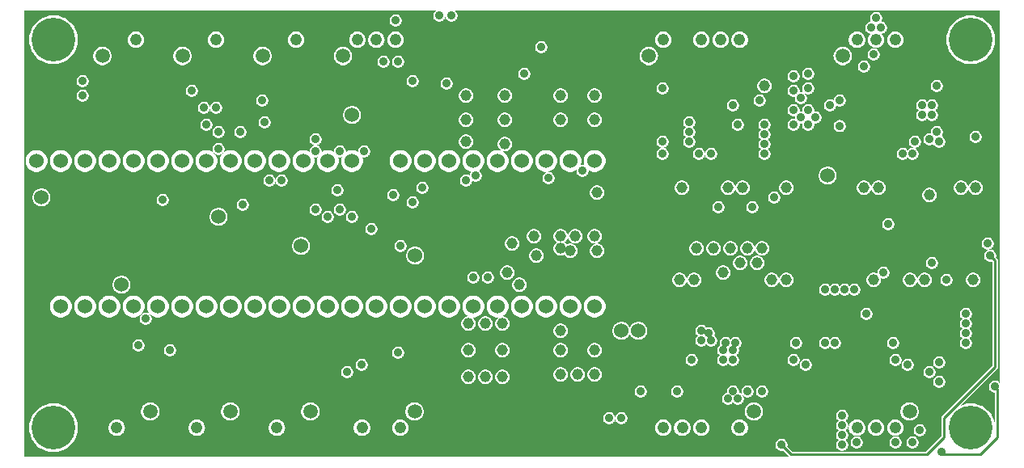
<source format=gbr>
G04 start of page 3 for group 1 idx 2 *
G04 Title: board, signal3 *
G04 Creator: pcb 20140316 *
G04 CreationDate: Mon 15 Jan 2018 01:30:56 AM GMT UTC *
G04 For: brian *
G04 Format: Gerber/RS-274X *
G04 PCB-Dimensions (mil): 6000.00 5000.00 *
G04 PCB-Coordinate-Origin: lower left *
%MOIN*%
%FSLAX25Y25*%
%LNGROUP1*%
%ADD55C,0.0118*%
%ADD54C,0.0380*%
%ADD53C,0.0437*%
%ADD52C,0.1285*%
%ADD51C,0.0279*%
%ADD50C,0.0350*%
%ADD49C,0.0200*%
%ADD48C,0.0280*%
%ADD47C,0.0360*%
%ADD46C,0.0460*%
%ADD45C,0.0278*%
%ADD44C,0.0600*%
%ADD43C,0.0597*%
%ADD42C,0.1800*%
%ADD41C,0.0480*%
%ADD40C,0.0100*%
%ADD39C,0.0001*%
G54D39*G36*
X306995Y196648D02*X307347Y196348D01*
X307911Y196002D01*
X307529Y195972D01*
X307070Y195862D01*
X306995Y195831D01*
Y196648D01*
G37*
G36*
Y256648D02*X307347Y256348D01*
X307951Y255978D01*
X308605Y255707D01*
X309074Y255594D01*
X308971Y255474D01*
X308766Y255138D01*
X308615Y254775D01*
X308523Y254392D01*
X308493Y254012D01*
X308474Y254029D01*
X308138Y254234D01*
X307775Y254385D01*
X307392Y254477D01*
X307000Y254508D01*
X306995Y254507D01*
Y256648D01*
G37*
G36*
X521996Y218710D02*X522225Y218615D01*
X522608Y218523D01*
X523000Y218492D01*
X523392Y218523D01*
X523705Y218598D01*
X523800Y218503D01*
Y175497D01*
X521996Y173693D01*
Y218710D01*
G37*
G36*
Y170299D02*X525815Y174118D01*
X525851Y174149D01*
X525974Y174292D01*
X525974Y174292D01*
X526073Y174454D01*
X526145Y174628D01*
X526189Y174812D01*
X526204Y175000D01*
X526200Y175047D01*
Y218953D01*
X526204Y219000D01*
X526189Y219188D01*
X526189Y219188D01*
X526145Y219372D01*
X526073Y219546D01*
X525974Y219708D01*
X525851Y219851D01*
X525815Y219882D01*
X525402Y220295D01*
X525477Y220608D01*
X525500Y221000D01*
X525477Y221392D01*
X525385Y221775D01*
X525234Y222138D01*
X525029Y222474D01*
X524773Y222773D01*
X524474Y223029D01*
X524138Y223234D01*
X523775Y223385D01*
X523392Y223477D01*
X523000Y223508D01*
X522608Y223477D01*
X522225Y223385D01*
X521996Y223290D01*
Y223493D01*
X522000Y223492D01*
X522392Y223523D01*
X522775Y223615D01*
X523138Y223766D01*
X523474Y223971D01*
X523773Y224227D01*
X524029Y224526D01*
X524234Y224862D01*
X524385Y225225D01*
X524477Y225608D01*
X524500Y226000D01*
X524477Y226392D01*
X524385Y226775D01*
X524234Y227138D01*
X524029Y227474D01*
X523773Y227773D01*
X523474Y228029D01*
X523138Y228234D01*
X522775Y228385D01*
X522392Y228477D01*
X522000Y228508D01*
X521996Y228507D01*
Y302825D01*
X522093Y302907D01*
X523115Y304104D01*
X523938Y305446D01*
X524540Y306900D01*
X524907Y308431D01*
X525000Y310000D01*
X524907Y311569D01*
X524540Y313100D01*
X523938Y314554D01*
X523115Y315896D01*
X522093Y317093D01*
X521996Y317175D01*
Y322000D01*
X527000D01*
Y168508D01*
X526773Y168773D01*
X526474Y169029D01*
X526138Y169234D01*
X525775Y169385D01*
X525392Y169477D01*
X525000Y169508D01*
X524608Y169477D01*
X524225Y169385D01*
X523862Y169234D01*
X523526Y169029D01*
X523227Y168773D01*
X522971Y168474D01*
X522766Y168138D01*
X522615Y167775D01*
X522523Y167392D01*
X522492Y167000D01*
X522523Y166608D01*
X522615Y166225D01*
X522766Y165862D01*
X522971Y165526D01*
X523227Y165227D01*
X523526Y164971D01*
X523862Y164766D01*
X524225Y164615D01*
X524608Y164523D01*
X524800Y164508D01*
Y152016D01*
X524540Y153100D01*
X523938Y154554D01*
X523115Y155896D01*
X522093Y157093D01*
X521996Y157175D01*
Y170299D01*
G37*
G36*
X516996Y322000D02*X521996D01*
Y317175D01*
X520896Y318115D01*
X519554Y318938D01*
X518100Y319540D01*
X516996Y319805D01*
Y322000D01*
G37*
G36*
X521996Y223290D02*X521862Y223234D01*
X521526Y223029D01*
X521227Y222773D01*
X520971Y222474D01*
X520766Y222138D01*
X520615Y221775D01*
X520523Y221392D01*
X520492Y221000D01*
X520523Y220608D01*
X520615Y220225D01*
X520766Y219862D01*
X520971Y219526D01*
X521227Y219227D01*
X521526Y218971D01*
X521862Y218766D01*
X521996Y218710D01*
Y173693D01*
X516996Y168693D01*
Y208165D01*
X517366Y208319D01*
X517769Y208565D01*
X518128Y208872D01*
X518435Y209231D01*
X518681Y209634D01*
X518862Y210070D01*
X518972Y210529D01*
X519000Y211000D01*
X518972Y211471D01*
X518862Y211930D01*
X518681Y212366D01*
X518435Y212769D01*
X518128Y213128D01*
X517769Y213435D01*
X517366Y213681D01*
X516996Y213835D01*
Y245991D01*
X517000Y245991D01*
X517471Y246028D01*
X517930Y246138D01*
X518366Y246319D01*
X518769Y246565D01*
X519128Y246872D01*
X519435Y247231D01*
X519681Y247634D01*
X519862Y248070D01*
X519972Y248529D01*
X520000Y249000D01*
X519972Y249471D01*
X519862Y249930D01*
X519681Y250366D01*
X519435Y250769D01*
X519128Y251128D01*
X518769Y251435D01*
X518366Y251681D01*
X517930Y251862D01*
X517471Y251972D01*
X517000Y252009D01*
X516996Y252009D01*
Y267493D01*
X517000Y267492D01*
X517392Y267523D01*
X517775Y267615D01*
X518138Y267766D01*
X518474Y267971D01*
X518773Y268227D01*
X519029Y268526D01*
X519234Y268862D01*
X519385Y269225D01*
X519477Y269608D01*
X519500Y270000D01*
X519477Y270392D01*
X519385Y270775D01*
X519234Y271138D01*
X519029Y271474D01*
X518773Y271773D01*
X518474Y272029D01*
X518138Y272234D01*
X517775Y272385D01*
X517392Y272477D01*
X517000Y272508D01*
X516996Y272507D01*
Y300195D01*
X518100Y300460D01*
X519554Y301062D01*
X520896Y301885D01*
X521996Y302825D01*
Y228507D01*
X521608Y228477D01*
X521225Y228385D01*
X520862Y228234D01*
X520526Y228029D01*
X520227Y227773D01*
X519971Y227474D01*
X519766Y227138D01*
X519615Y226775D01*
X519523Y226392D01*
X519492Y226000D01*
X519523Y225608D01*
X519615Y225225D01*
X519766Y224862D01*
X519971Y224526D01*
X520227Y224227D01*
X520526Y223971D01*
X520862Y223766D01*
X521225Y223615D01*
X521608Y223523D01*
X521996Y223493D01*
Y223290D01*
G37*
G36*
X504996Y322000D02*X516996D01*
Y319805D01*
X516569Y319907D01*
X515000Y320031D01*
X513431Y319907D01*
X511900Y319540D01*
X510446Y318938D01*
X509104Y318115D01*
X507907Y317093D01*
X506885Y315896D01*
X506062Y314554D01*
X505460Y313100D01*
X505093Y311569D01*
X504996Y310343D01*
Y322000D01*
G37*
G36*
X512996Y246760D02*X513128Y246872D01*
X513435Y247231D01*
X513681Y247634D01*
X513862Y248070D01*
X513972Y248529D01*
X513996Y248933D01*
X514028Y248529D01*
X514138Y248070D01*
X514319Y247634D01*
X514565Y247231D01*
X514872Y246872D01*
X515231Y246565D01*
X515634Y246319D01*
X516070Y246138D01*
X516529Y246028D01*
X516996Y245991D01*
Y213835D01*
X516930Y213862D01*
X516471Y213972D01*
X516000Y214009D01*
X515529Y213972D01*
X515070Y213862D01*
X514634Y213681D01*
X514231Y213435D01*
X513872Y213128D01*
X513565Y212769D01*
X513319Y212366D01*
X513138Y211930D01*
X513028Y211471D01*
X512996Y211069D01*
Y246760D01*
G37*
G36*
Y300197D02*X513431Y300093D01*
X515000Y299969D01*
X516569Y300093D01*
X516996Y300195D01*
Y272507D01*
X516608Y272477D01*
X516225Y272385D01*
X515862Y272234D01*
X515526Y272029D01*
X515227Y271773D01*
X514971Y271474D01*
X514766Y271138D01*
X514615Y270775D01*
X514523Y270392D01*
X514492Y270000D01*
X514523Y269608D01*
X514615Y269225D01*
X514766Y268862D01*
X514971Y268526D01*
X515227Y268227D01*
X515526Y267971D01*
X515862Y267766D01*
X516225Y267615D01*
X516608Y267523D01*
X516996Y267493D01*
Y252009D01*
X516529Y251972D01*
X516070Y251862D01*
X515634Y251681D01*
X515231Y251435D01*
X514872Y251128D01*
X514565Y250769D01*
X514319Y250366D01*
X514138Y249930D01*
X514028Y249471D01*
X513996Y249067D01*
X513972Y249471D01*
X513862Y249930D01*
X513681Y250366D01*
X513435Y250769D01*
X513128Y251128D01*
X512996Y251240D01*
Y300197D01*
G37*
G36*
X516996Y168693D02*X512996Y164693D01*
Y182493D01*
X513000Y182492D01*
X513392Y182523D01*
X513775Y182615D01*
X514138Y182766D01*
X514474Y182971D01*
X514773Y183227D01*
X515029Y183526D01*
X515234Y183862D01*
X515385Y184225D01*
X515477Y184608D01*
X515500Y185000D01*
X515477Y185392D01*
X515385Y185775D01*
X515234Y186138D01*
X515029Y186474D01*
X514773Y186773D01*
X514508Y187000D01*
X514773Y187227D01*
X515029Y187526D01*
X515234Y187862D01*
X515385Y188225D01*
X515477Y188608D01*
X515500Y189000D01*
X515477Y189392D01*
X515385Y189775D01*
X515234Y190138D01*
X515029Y190474D01*
X514773Y190773D01*
X514508Y191000D01*
X514773Y191227D01*
X515029Y191526D01*
X515234Y191862D01*
X515385Y192225D01*
X515477Y192608D01*
X515500Y193000D01*
X515477Y193392D01*
X515385Y193775D01*
X515234Y194138D01*
X515029Y194474D01*
X514773Y194773D01*
X514508Y195000D01*
X514773Y195227D01*
X515029Y195526D01*
X515234Y195862D01*
X515385Y196225D01*
X515477Y196608D01*
X515500Y197000D01*
X515477Y197392D01*
X515385Y197775D01*
X515234Y198138D01*
X515029Y198474D01*
X514773Y198773D01*
X514474Y199029D01*
X514138Y199234D01*
X513775Y199385D01*
X513392Y199477D01*
X513000Y199508D01*
X512996Y199507D01*
Y210931D01*
X513028Y210529D01*
X513138Y210070D01*
X513319Y209634D01*
X513565Y209231D01*
X513872Y208872D01*
X514231Y208565D01*
X514634Y208319D01*
X515070Y208138D01*
X515529Y208028D01*
X516000Y207991D01*
X516471Y208028D01*
X516930Y208138D01*
X516996Y208165D01*
Y168693D01*
G37*
G36*
X512996Y164693D02*X504996Y156693D01*
Y208493D01*
X505000Y208492D01*
X505392Y208523D01*
X505775Y208615D01*
X506138Y208766D01*
X506474Y208971D01*
X506773Y209227D01*
X507029Y209526D01*
X507234Y209862D01*
X507385Y210225D01*
X507477Y210608D01*
X507500Y211000D01*
X507477Y211392D01*
X507385Y211775D01*
X507234Y212138D01*
X507029Y212474D01*
X506773Y212773D01*
X506474Y213029D01*
X506138Y213234D01*
X505775Y213385D01*
X505392Y213477D01*
X505000Y213508D01*
X504996Y213507D01*
Y309657D01*
X505093Y308431D01*
X505460Y306900D01*
X506062Y305446D01*
X506885Y304104D01*
X507907Y302907D01*
X509104Y301885D01*
X510446Y301062D01*
X511900Y300460D01*
X512996Y300197D01*
Y251240D01*
X512769Y251435D01*
X512366Y251681D01*
X511930Y251862D01*
X511471Y251972D01*
X511000Y252009D01*
X510529Y251972D01*
X510070Y251862D01*
X509634Y251681D01*
X509231Y251435D01*
X508872Y251128D01*
X508565Y250769D01*
X508319Y250366D01*
X508138Y249930D01*
X508028Y249471D01*
X507991Y249000D01*
X508028Y248529D01*
X508138Y248070D01*
X508319Y247634D01*
X508565Y247231D01*
X508872Y246872D01*
X509231Y246565D01*
X509634Y246319D01*
X510070Y246138D01*
X510529Y246028D01*
X511000Y245991D01*
X511471Y246028D01*
X511930Y246138D01*
X512366Y246319D01*
X512769Y246565D01*
X512996Y246760D01*
Y211069D01*
X512991Y211000D01*
X512996Y210931D01*
Y199507D01*
X512608Y199477D01*
X512225Y199385D01*
X511862Y199234D01*
X511526Y199029D01*
X511227Y198773D01*
X510971Y198474D01*
X510766Y198138D01*
X510615Y197775D01*
X510523Y197392D01*
X510492Y197000D01*
X510523Y196608D01*
X510615Y196225D01*
X510766Y195862D01*
X510971Y195526D01*
X511227Y195227D01*
X511492Y195000D01*
X511227Y194773D01*
X510971Y194474D01*
X510766Y194138D01*
X510615Y193775D01*
X510523Y193392D01*
X510492Y193000D01*
X510523Y192608D01*
X510615Y192225D01*
X510766Y191862D01*
X510971Y191526D01*
X511227Y191227D01*
X511492Y191000D01*
X511227Y190773D01*
X510971Y190474D01*
X510766Y190138D01*
X510615Y189775D01*
X510523Y189392D01*
X510492Y189000D01*
X510523Y188608D01*
X510615Y188225D01*
X510766Y187862D01*
X510971Y187526D01*
X511227Y187227D01*
X511492Y187000D01*
X511227Y186773D01*
X510971Y186474D01*
X510766Y186138D01*
X510615Y185775D01*
X510523Y185392D01*
X510492Y185000D01*
X510523Y184608D01*
X510615Y184225D01*
X510766Y183862D01*
X510971Y183526D01*
X511227Y183227D01*
X511526Y182971D01*
X511862Y182766D01*
X512225Y182615D01*
X512608Y182523D01*
X512996Y182493D01*
Y164693D01*
G37*
G36*
X504996Y156693D02*X503185Y154882D01*
X503149Y154851D01*
X503026Y154708D01*
X502927Y154546D01*
X502855Y154372D01*
X502811Y154188D01*
X502796Y154000D01*
X502800Y153953D01*
Y146497D01*
X501996Y145693D01*
Y166493D01*
X502000Y166492D01*
X502392Y166523D01*
X502775Y166615D01*
X503138Y166766D01*
X503474Y166971D01*
X503773Y167227D01*
X504029Y167526D01*
X504234Y167862D01*
X504385Y168225D01*
X504477Y168608D01*
X504500Y169000D01*
X504477Y169392D01*
X504385Y169775D01*
X504234Y170138D01*
X504029Y170474D01*
X503773Y170773D01*
X503474Y171029D01*
X503138Y171234D01*
X502775Y171385D01*
X502392Y171477D01*
X502000Y171508D01*
X501996Y171507D01*
Y174493D01*
X502000Y174492D01*
X502392Y174523D01*
X502775Y174615D01*
X503138Y174766D01*
X503474Y174971D01*
X503773Y175227D01*
X504029Y175526D01*
X504234Y175862D01*
X504385Y176225D01*
X504477Y176608D01*
X504500Y177000D01*
X504477Y177392D01*
X504385Y177775D01*
X504234Y178138D01*
X504029Y178474D01*
X503773Y178773D01*
X503474Y179029D01*
X503138Y179234D01*
X502775Y179385D01*
X502392Y179477D01*
X502000Y179508D01*
X501996Y179507D01*
Y265493D01*
X502000Y265492D01*
X502392Y265523D01*
X502775Y265615D01*
X503138Y265766D01*
X503474Y265971D01*
X503773Y266227D01*
X504029Y266526D01*
X504234Y266862D01*
X504385Y267225D01*
X504477Y267608D01*
X504500Y268000D01*
X504477Y268392D01*
X504385Y268775D01*
X504234Y269138D01*
X504029Y269474D01*
X503773Y269773D01*
X503474Y270029D01*
X503138Y270234D01*
X502873Y270344D01*
X503029Y270526D01*
X503234Y270862D01*
X503385Y271225D01*
X503477Y271608D01*
X503500Y272000D01*
X503477Y272392D01*
X503385Y272775D01*
X503234Y273138D01*
X503029Y273474D01*
X502773Y273773D01*
X502474Y274029D01*
X502138Y274234D01*
X501996Y274293D01*
Y288707D01*
X502138Y288766D01*
X502474Y288971D01*
X502773Y289227D01*
X503029Y289526D01*
X503234Y289862D01*
X503385Y290225D01*
X503477Y290608D01*
X503500Y291000D01*
X503477Y291392D01*
X503385Y291775D01*
X503234Y292138D01*
X503029Y292474D01*
X502773Y292773D01*
X502474Y293029D01*
X502138Y293234D01*
X501996Y293293D01*
Y322000D01*
X504996D01*
Y310343D01*
X504969Y310000D01*
X504996Y309657D01*
Y213507D01*
X504608Y213477D01*
X504225Y213385D01*
X503862Y213234D01*
X503526Y213029D01*
X503227Y212773D01*
X502971Y212474D01*
X502766Y212138D01*
X502615Y211775D01*
X502523Y211392D01*
X502492Y211000D01*
X502523Y210608D01*
X502615Y210225D01*
X502766Y209862D01*
X502971Y209526D01*
X503227Y209227D01*
X503526Y208971D01*
X503862Y208766D01*
X504225Y208615D01*
X504608Y208523D01*
X504996Y208493D01*
Y156693D01*
G37*
G36*
X501996Y293293D02*X501775Y293385D01*
X501392Y293477D01*
X501000Y293508D01*
X500608Y293477D01*
X500225Y293385D01*
X499862Y293234D01*
X499526Y293029D01*
X499227Y292773D01*
X498996Y292503D01*
Y322000D01*
X501996D01*
Y293293D01*
G37*
G36*
Y274293D02*X501775Y274385D01*
X501392Y274477D01*
X501000Y274508D01*
X500608Y274477D01*
X500225Y274385D01*
X499862Y274234D01*
X499526Y274029D01*
X499227Y273773D01*
X498996Y273503D01*
Y276493D01*
X499000Y276492D01*
X499392Y276523D01*
X499775Y276615D01*
X500138Y276766D01*
X500474Y276971D01*
X500773Y277227D01*
X501029Y277526D01*
X501234Y277862D01*
X501385Y278225D01*
X501477Y278608D01*
X501500Y279000D01*
X501477Y279392D01*
X501385Y279775D01*
X501234Y280138D01*
X501029Y280474D01*
X500773Y280773D01*
X500508Y281000D01*
X500773Y281227D01*
X501029Y281526D01*
X501234Y281862D01*
X501385Y282225D01*
X501477Y282608D01*
X501500Y283000D01*
X501477Y283392D01*
X501385Y283775D01*
X501234Y284138D01*
X501029Y284474D01*
X500773Y284773D01*
X500474Y285029D01*
X500138Y285234D01*
X499775Y285385D01*
X499392Y285477D01*
X499000Y285508D01*
X498996Y285507D01*
Y289497D01*
X499227Y289227D01*
X499526Y288971D01*
X499862Y288766D01*
X500225Y288615D01*
X500608Y288523D01*
X501000Y288492D01*
X501392Y288523D01*
X501775Y288615D01*
X501996Y288707D01*
Y274293D01*
G37*
G36*
Y145693D02*X498996Y142693D01*
Y170707D01*
X499138Y170766D01*
X499474Y170971D01*
X499773Y171227D01*
X500029Y171526D01*
X500234Y171862D01*
X500385Y172225D01*
X500477Y172608D01*
X500500Y173000D01*
X500477Y173392D01*
X500385Y173775D01*
X500234Y174138D01*
X500029Y174474D01*
X499773Y174773D01*
X499474Y175029D01*
X499138Y175234D01*
X498996Y175293D01*
Y210935D01*
X499000Y211000D01*
X498996Y211065D01*
Y215493D01*
X499000Y215492D01*
X499392Y215523D01*
X499775Y215615D01*
X500138Y215766D01*
X500474Y215971D01*
X500773Y216227D01*
X501029Y216526D01*
X501234Y216862D01*
X501385Y217225D01*
X501477Y217608D01*
X501500Y218000D01*
X501477Y218392D01*
X501385Y218775D01*
X501234Y219138D01*
X501029Y219474D01*
X500773Y219773D01*
X500474Y220029D01*
X500138Y220234D01*
X499775Y220385D01*
X499392Y220477D01*
X499000Y220508D01*
X498996Y220507D01*
Y243165D01*
X499366Y243319D01*
X499769Y243565D01*
X500128Y243872D01*
X500435Y244231D01*
X500681Y244634D01*
X500862Y245070D01*
X500972Y245529D01*
X501000Y246000D01*
X500972Y246471D01*
X500862Y246930D01*
X500681Y247366D01*
X500435Y247769D01*
X500128Y248128D01*
X499769Y248435D01*
X499366Y248681D01*
X498996Y248835D01*
Y266707D01*
X499138Y266766D01*
X499474Y266971D01*
X499656Y267127D01*
X499766Y266862D01*
X499971Y266526D01*
X500227Y266227D01*
X500526Y265971D01*
X500862Y265766D01*
X501225Y265615D01*
X501608Y265523D01*
X501996Y265493D01*
Y179507D01*
X501608Y179477D01*
X501225Y179385D01*
X500862Y179234D01*
X500526Y179029D01*
X500227Y178773D01*
X499971Y178474D01*
X499766Y178138D01*
X499615Y177775D01*
X499523Y177392D01*
X499492Y177000D01*
X499523Y176608D01*
X499615Y176225D01*
X499766Y175862D01*
X499971Y175526D01*
X500227Y175227D01*
X500526Y174971D01*
X500862Y174766D01*
X501225Y174615D01*
X501608Y174523D01*
X501996Y174493D01*
Y171507D01*
X501608Y171477D01*
X501225Y171385D01*
X500862Y171234D01*
X500526Y171029D01*
X500227Y170773D01*
X499971Y170474D01*
X499766Y170138D01*
X499615Y169775D01*
X499523Y169392D01*
X499492Y169000D01*
X499523Y168608D01*
X499615Y168225D01*
X499766Y167862D01*
X499971Y167526D01*
X500227Y167227D01*
X500526Y166971D01*
X500862Y166766D01*
X501225Y166615D01*
X501608Y166523D01*
X501996Y166493D01*
Y145693D01*
G37*
G36*
X510768Y159071D02*X521996Y170299D01*
Y157175D01*
X520896Y158115D01*
X519554Y158938D01*
X518100Y159540D01*
X516569Y159907D01*
X515000Y160031D01*
X513431Y159907D01*
X511900Y159540D01*
X510768Y159071D01*
G37*
G36*
X491996Y322000D02*X498996D01*
Y292503D01*
X498971Y292474D01*
X498766Y292138D01*
X498615Y291775D01*
X498523Y291392D01*
X498492Y291000D01*
X498523Y290608D01*
X498615Y290225D01*
X498766Y289862D01*
X498971Y289526D01*
X498996Y289497D01*
Y285507D01*
X498608Y285477D01*
X498225Y285385D01*
X497862Y285234D01*
X497526Y285029D01*
X497227Y284773D01*
X497000Y284508D01*
X496773Y284773D01*
X496474Y285029D01*
X496138Y285234D01*
X495775Y285385D01*
X495392Y285477D01*
X495000Y285508D01*
X494608Y285477D01*
X494225Y285385D01*
X493862Y285234D01*
X493526Y285029D01*
X493227Y284773D01*
X492971Y284474D01*
X492766Y284138D01*
X492615Y283775D01*
X492523Y283392D01*
X492492Y283000D01*
X492523Y282608D01*
X492615Y282225D01*
X492766Y281862D01*
X492971Y281526D01*
X493227Y281227D01*
X493492Y281000D01*
X493227Y280773D01*
X492971Y280474D01*
X492766Y280138D01*
X492615Y279775D01*
X492523Y279392D01*
X492492Y279000D01*
X492523Y278608D01*
X492615Y278225D01*
X492766Y277862D01*
X492971Y277526D01*
X493227Y277227D01*
X493526Y276971D01*
X493862Y276766D01*
X494225Y276615D01*
X494608Y276523D01*
X495000Y276492D01*
X495392Y276523D01*
X495775Y276615D01*
X496138Y276766D01*
X496474Y276971D01*
X496773Y277227D01*
X497000Y277492D01*
X497227Y277227D01*
X497526Y276971D01*
X497862Y276766D01*
X498225Y276615D01*
X498608Y276523D01*
X498996Y276493D01*
Y273503D01*
X498971Y273474D01*
X498766Y273138D01*
X498615Y272775D01*
X498523Y272392D01*
X498492Y272000D01*
X498523Y271608D01*
X498565Y271435D01*
X498392Y271477D01*
X498000Y271508D01*
X497608Y271477D01*
X497225Y271385D01*
X496862Y271234D01*
X496526Y271029D01*
X496227Y270773D01*
X495971Y270474D01*
X495766Y270138D01*
X495615Y269775D01*
X495523Y269392D01*
X495492Y269000D01*
X495523Y268608D01*
X495615Y268225D01*
X495766Y267862D01*
X495971Y267526D01*
X496227Y267227D01*
X496526Y266971D01*
X496862Y266766D01*
X497225Y266615D01*
X497608Y266523D01*
X498000Y266492D01*
X498392Y266523D01*
X498775Y266615D01*
X498996Y266707D01*
Y248835D01*
X498930Y248862D01*
X498471Y248972D01*
X498000Y249009D01*
X497529Y248972D01*
X497070Y248862D01*
X496634Y248681D01*
X496231Y248435D01*
X495872Y248128D01*
X495565Y247769D01*
X495319Y247366D01*
X495138Y246930D01*
X495028Y246471D01*
X494991Y246000D01*
X495028Y245529D01*
X495138Y245070D01*
X495319Y244634D01*
X495565Y244231D01*
X495872Y243872D01*
X496231Y243565D01*
X496634Y243319D01*
X497070Y243138D01*
X497529Y243028D01*
X498000Y242991D01*
X498471Y243028D01*
X498930Y243138D01*
X498996Y243165D01*
Y220507D01*
X498608Y220477D01*
X498225Y220385D01*
X497862Y220234D01*
X497526Y220029D01*
X497227Y219773D01*
X496971Y219474D01*
X496766Y219138D01*
X496615Y218775D01*
X496523Y218392D01*
X496492Y218000D01*
X496523Y217608D01*
X496615Y217225D01*
X496766Y216862D01*
X496971Y216526D01*
X497227Y216227D01*
X497526Y215971D01*
X497862Y215766D01*
X498225Y215615D01*
X498608Y215523D01*
X498996Y215493D01*
Y211065D01*
X498972Y211471D01*
X498862Y211930D01*
X498681Y212366D01*
X498435Y212769D01*
X498128Y213128D01*
X497769Y213435D01*
X497366Y213681D01*
X496930Y213862D01*
X496471Y213972D01*
X496000Y214009D01*
X495529Y213972D01*
X495070Y213862D01*
X494634Y213681D01*
X494231Y213435D01*
X493872Y213128D01*
X493565Y212769D01*
X493319Y212366D01*
X493138Y211930D01*
X493028Y211471D01*
X492996Y211067D01*
X492972Y211471D01*
X492862Y211930D01*
X492681Y212366D01*
X492435Y212769D01*
X492128Y213128D01*
X491996Y213240D01*
Y260707D01*
X492138Y260766D01*
X492474Y260971D01*
X492773Y261227D01*
X493029Y261526D01*
X493234Y261862D01*
X493385Y262225D01*
X493477Y262608D01*
X493500Y263000D01*
X493477Y263392D01*
X493385Y263775D01*
X493234Y264138D01*
X493029Y264474D01*
X492773Y264773D01*
X492474Y265029D01*
X492138Y265234D01*
X491996Y265293D01*
Y265493D01*
X492000Y265492D01*
X492392Y265523D01*
X492775Y265615D01*
X493138Y265766D01*
X493474Y265971D01*
X493773Y266227D01*
X494029Y266526D01*
X494234Y266862D01*
X494385Y267225D01*
X494477Y267608D01*
X494500Y268000D01*
X494477Y268392D01*
X494385Y268775D01*
X494234Y269138D01*
X494029Y269474D01*
X493773Y269773D01*
X493474Y270029D01*
X493138Y270234D01*
X492775Y270385D01*
X492392Y270477D01*
X492000Y270508D01*
X491996Y270507D01*
Y322000D01*
G37*
G36*
Y213240D02*X491769Y213435D01*
X491366Y213681D01*
X490930Y213862D01*
X490471Y213972D01*
X490000Y214009D01*
X489529Y213972D01*
X489070Y213862D01*
X488996Y213831D01*
Y261488D01*
X489000Y261492D01*
X489227Y261227D01*
X489526Y260971D01*
X489862Y260766D01*
X490225Y260615D01*
X490608Y260523D01*
X491000Y260492D01*
X491392Y260523D01*
X491775Y260615D01*
X491996Y260707D01*
Y213240D01*
G37*
G36*
X488996Y322000D02*X491996D01*
Y270507D01*
X491608Y270477D01*
X491225Y270385D01*
X490862Y270234D01*
X490526Y270029D01*
X490227Y269773D01*
X489971Y269474D01*
X489766Y269138D01*
X489615Y268775D01*
X489523Y268392D01*
X489492Y268000D01*
X489523Y267608D01*
X489615Y267225D01*
X489766Y266862D01*
X489971Y266526D01*
X490227Y266227D01*
X490526Y265971D01*
X490862Y265766D01*
X491225Y265615D01*
X491608Y265523D01*
X491996Y265493D01*
Y265293D01*
X491775Y265385D01*
X491392Y265477D01*
X491000Y265508D01*
X490608Y265477D01*
X490225Y265385D01*
X489862Y265234D01*
X489526Y265029D01*
X489227Y264773D01*
X489000Y264508D01*
X488996Y264512D01*
Y322000D01*
G37*
G36*
X498996Y142693D02*X496503Y140200D01*
X493996D01*
Y146493D01*
X494000Y146492D01*
X494392Y146523D01*
X494775Y146615D01*
X495138Y146766D01*
X495474Y146971D01*
X495773Y147227D01*
X496029Y147526D01*
X496234Y147862D01*
X496385Y148225D01*
X496477Y148608D01*
X496500Y149000D01*
X496477Y149392D01*
X496385Y149775D01*
X496234Y150138D01*
X496029Y150474D01*
X495773Y150773D01*
X495474Y151029D01*
X495138Y151234D01*
X494775Y151385D01*
X494392Y151477D01*
X494000Y151508D01*
X493996Y151507D01*
Y208766D01*
X494231Y208565D01*
X494634Y208319D01*
X495070Y208138D01*
X495529Y208028D01*
X496000Y207991D01*
X496471Y208028D01*
X496930Y208138D01*
X497366Y208319D01*
X497769Y208565D01*
X498128Y208872D01*
X498435Y209231D01*
X498681Y209634D01*
X498862Y210070D01*
X498972Y210529D01*
X498996Y210935D01*
Y175293D01*
X498775Y175385D01*
X498392Y175477D01*
X498000Y175508D01*
X497608Y175477D01*
X497225Y175385D01*
X496862Y175234D01*
X496526Y175029D01*
X496227Y174773D01*
X495971Y174474D01*
X495766Y174138D01*
X495615Y173775D01*
X495523Y173392D01*
X495492Y173000D01*
X495523Y172608D01*
X495615Y172225D01*
X495766Y171862D01*
X495971Y171526D01*
X496227Y171227D01*
X496526Y170971D01*
X496862Y170766D01*
X497225Y170615D01*
X497608Y170523D01*
X498000Y170492D01*
X498392Y170523D01*
X498775Y170615D01*
X498996Y170707D01*
Y142693D01*
G37*
G36*
X493996Y140200D02*X488996D01*
Y142497D01*
X489227Y142227D01*
X489526Y141971D01*
X489862Y141766D01*
X490225Y141615D01*
X490608Y141523D01*
X491000Y141492D01*
X491392Y141523D01*
X491775Y141615D01*
X492138Y141766D01*
X492474Y141971D01*
X492773Y142227D01*
X493029Y142526D01*
X493234Y142862D01*
X493385Y143225D01*
X493477Y143608D01*
X493500Y144000D01*
X493477Y144392D01*
X493385Y144775D01*
X493234Y145138D01*
X493029Y145474D01*
X492773Y145773D01*
X492474Y146029D01*
X492138Y146234D01*
X491775Y146385D01*
X491392Y146477D01*
X491000Y146508D01*
X490608Y146477D01*
X490225Y146385D01*
X489862Y146234D01*
X489526Y146029D01*
X489227Y145773D01*
X488996Y145503D01*
Y152989D01*
X489186Y152943D01*
X489780Y152896D01*
X490374Y152943D01*
X490953Y153082D01*
X491504Y153310D01*
X492012Y153621D01*
X492465Y154008D01*
X492852Y154461D01*
X493163Y154969D01*
X493391Y155520D01*
X493530Y156099D01*
X493565Y156693D01*
X493530Y157287D01*
X493391Y157866D01*
X493163Y158417D01*
X492852Y158925D01*
X492465Y159378D01*
X492012Y159765D01*
X491504Y160076D01*
X490953Y160304D01*
X490374Y160443D01*
X489780Y160490D01*
X489186Y160443D01*
X488996Y160397D01*
Y173493D01*
X489000Y173492D01*
X489392Y173523D01*
X489775Y173615D01*
X490138Y173766D01*
X490474Y173971D01*
X490773Y174227D01*
X491029Y174526D01*
X491234Y174862D01*
X491385Y175225D01*
X491477Y175608D01*
X491500Y176000D01*
X491477Y176392D01*
X491385Y176775D01*
X491234Y177138D01*
X491029Y177474D01*
X490773Y177773D01*
X490474Y178029D01*
X490138Y178234D01*
X489775Y178385D01*
X489392Y178477D01*
X489000Y178508D01*
X488996Y178507D01*
Y208169D01*
X489070Y208138D01*
X489529Y208028D01*
X490000Y207991D01*
X490471Y208028D01*
X490930Y208138D01*
X491366Y208319D01*
X491769Y208565D01*
X492128Y208872D01*
X492435Y209231D01*
X492681Y209634D01*
X492862Y210070D01*
X492972Y210529D01*
X492996Y210933D01*
X493028Y210529D01*
X493138Y210070D01*
X493319Y209634D01*
X493565Y209231D01*
X493872Y208872D01*
X493996Y208766D01*
Y151507D01*
X493608Y151477D01*
X493225Y151385D01*
X492862Y151234D01*
X492526Y151029D01*
X492227Y150773D01*
X491971Y150474D01*
X491766Y150138D01*
X491615Y149775D01*
X491523Y149392D01*
X491492Y149000D01*
X491523Y148608D01*
X491615Y148225D01*
X491766Y147862D01*
X491971Y147526D01*
X492227Y147227D01*
X492526Y146971D01*
X492862Y146766D01*
X493225Y146615D01*
X493608Y146523D01*
X493996Y146493D01*
Y140200D01*
G37*
G36*
X488996D02*X482996D01*
Y141710D01*
X483225Y141615D01*
X483608Y141523D01*
X484000Y141492D01*
X484392Y141523D01*
X484775Y141615D01*
X485138Y141766D01*
X485474Y141971D01*
X485773Y142227D01*
X486029Y142526D01*
X486234Y142862D01*
X486385Y143225D01*
X486477Y143608D01*
X486500Y144000D01*
X486477Y144392D01*
X486385Y144775D01*
X486234Y145138D01*
X486029Y145474D01*
X485773Y145773D01*
X485474Y146029D01*
X485138Y146234D01*
X484775Y146385D01*
X484392Y146477D01*
X484000Y146508D01*
X483608Y146477D01*
X483225Y146385D01*
X482996Y146290D01*
Y146717D01*
X483341Y146634D01*
X483874Y146592D01*
X484407Y146634D01*
X484927Y146759D01*
X485421Y146963D01*
X485877Y147243D01*
X486284Y147590D01*
X486631Y147997D01*
X486911Y148453D01*
X487115Y148947D01*
X487240Y149467D01*
X487272Y150000D01*
X487240Y150533D01*
X487115Y151053D01*
X486911Y151547D01*
X486631Y152003D01*
X486284Y152410D01*
X485877Y152757D01*
X485421Y153037D01*
X484927Y153241D01*
X484407Y153366D01*
X483874Y153408D01*
X483341Y153366D01*
X482996Y153283D01*
Y175710D01*
X483225Y175615D01*
X483608Y175523D01*
X484000Y175492D01*
X484392Y175523D01*
X484775Y175615D01*
X485138Y175766D01*
X485474Y175971D01*
X485773Y176227D01*
X486029Y176526D01*
X486234Y176862D01*
X486385Y177225D01*
X486477Y177608D01*
X486500Y178000D01*
X486477Y178392D01*
X486385Y178775D01*
X486234Y179138D01*
X486029Y179474D01*
X485773Y179773D01*
X485474Y180029D01*
X485138Y180234D01*
X484775Y180385D01*
X484392Y180477D01*
X484000Y180508D01*
X483608Y180477D01*
X483225Y180385D01*
X482996Y180290D01*
Y182493D01*
X483000Y182492D01*
X483392Y182523D01*
X483775Y182615D01*
X484138Y182766D01*
X484474Y182971D01*
X484773Y183227D01*
X485029Y183526D01*
X485234Y183862D01*
X485385Y184225D01*
X485477Y184608D01*
X485500Y185000D01*
X485477Y185392D01*
X485385Y185775D01*
X485234Y186138D01*
X485029Y186474D01*
X484773Y186773D01*
X484474Y187029D01*
X484138Y187234D01*
X483775Y187385D01*
X483392Y187477D01*
X483000Y187508D01*
X482996Y187507D01*
Y232488D01*
X483029Y232526D01*
X483234Y232862D01*
X483385Y233225D01*
X483477Y233608D01*
X483500Y234000D01*
X483477Y234392D01*
X483385Y234775D01*
X483234Y235138D01*
X483029Y235474D01*
X482996Y235512D01*
Y306717D01*
X483341Y306634D01*
X483874Y306592D01*
X484407Y306634D01*
X484927Y306759D01*
X485421Y306963D01*
X485877Y307243D01*
X486284Y307590D01*
X486631Y307997D01*
X486911Y308453D01*
X487115Y308947D01*
X487240Y309467D01*
X487272Y310000D01*
X487240Y310533D01*
X487115Y311053D01*
X486911Y311547D01*
X486631Y312003D01*
X486284Y312410D01*
X485877Y312757D01*
X485421Y313037D01*
X484927Y313241D01*
X484407Y313366D01*
X483874Y313408D01*
X483341Y313366D01*
X482996Y313283D01*
Y322000D01*
X488996D01*
Y264512D01*
X488773Y264773D01*
X488474Y265029D01*
X488138Y265234D01*
X487775Y265385D01*
X487392Y265477D01*
X487000Y265508D01*
X486608Y265477D01*
X486225Y265385D01*
X485862Y265234D01*
X485526Y265029D01*
X485227Y264773D01*
X484971Y264474D01*
X484766Y264138D01*
X484615Y263775D01*
X484523Y263392D01*
X484492Y263000D01*
X484523Y262608D01*
X484615Y262225D01*
X484766Y261862D01*
X484971Y261526D01*
X485227Y261227D01*
X485526Y260971D01*
X485862Y260766D01*
X486225Y260615D01*
X486608Y260523D01*
X487000Y260492D01*
X487392Y260523D01*
X487775Y260615D01*
X488138Y260766D01*
X488474Y260971D01*
X488773Y261227D01*
X488996Y261488D01*
Y213831D01*
X488634Y213681D01*
X488231Y213435D01*
X487872Y213128D01*
X487565Y212769D01*
X487319Y212366D01*
X487138Y211930D01*
X487028Y211471D01*
X486991Y211000D01*
X487028Y210529D01*
X487138Y210070D01*
X487319Y209634D01*
X487565Y209231D01*
X487872Y208872D01*
X488231Y208565D01*
X488634Y208319D01*
X488996Y208169D01*
Y178507D01*
X488608Y178477D01*
X488225Y178385D01*
X487862Y178234D01*
X487526Y178029D01*
X487227Y177773D01*
X486971Y177474D01*
X486766Y177138D01*
X486615Y176775D01*
X486523Y176392D01*
X486492Y176000D01*
X486523Y175608D01*
X486615Y175225D01*
X486766Y174862D01*
X486971Y174526D01*
X487227Y174227D01*
X487526Y173971D01*
X487862Y173766D01*
X488225Y173615D01*
X488608Y173523D01*
X488996Y173493D01*
Y160397D01*
X488607Y160304D01*
X488056Y160076D01*
X487548Y159765D01*
X487095Y159378D01*
X486708Y158925D01*
X486397Y158417D01*
X486169Y157866D01*
X486030Y157287D01*
X485983Y156693D01*
X486030Y156099D01*
X486169Y155520D01*
X486397Y154969D01*
X486708Y154461D01*
X487095Y154008D01*
X487548Y153621D01*
X488056Y153310D01*
X488607Y153082D01*
X488996Y152989D01*
Y145503D01*
X488971Y145474D01*
X488766Y145138D01*
X488615Y144775D01*
X488523Y144392D01*
X488492Y144000D01*
X488523Y143608D01*
X488615Y143225D01*
X488766Y142862D01*
X488971Y142526D01*
X488996Y142497D01*
Y140200D01*
G37*
G36*
X482996D02*X474996D01*
Y146747D01*
X475467Y146634D01*
X476000Y146592D01*
X476533Y146634D01*
X477053Y146759D01*
X477547Y146963D01*
X478003Y147243D01*
X478410Y147590D01*
X478757Y147997D01*
X479037Y148453D01*
X479241Y148947D01*
X479366Y149467D01*
X479398Y150000D01*
X479366Y150533D01*
X479241Y151053D01*
X479037Y151547D01*
X478757Y152003D01*
X478410Y152410D01*
X478003Y152757D01*
X477547Y153037D01*
X477053Y153241D01*
X476533Y153366D01*
X476000Y153408D01*
X475467Y153366D01*
X474996Y153253D01*
Y207991D01*
X475000Y207991D01*
X475471Y208028D01*
X475930Y208138D01*
X476366Y208319D01*
X476769Y208565D01*
X477128Y208872D01*
X477435Y209231D01*
X477681Y209634D01*
X477862Y210070D01*
X477972Y210529D01*
X478000Y211000D01*
X477972Y211471D01*
X477906Y211747D01*
X478225Y211615D01*
X478608Y211523D01*
X479000Y211492D01*
X479392Y211523D01*
X479775Y211615D01*
X480138Y211766D01*
X480474Y211971D01*
X480773Y212227D01*
X481029Y212526D01*
X481234Y212862D01*
X481385Y213225D01*
X481477Y213608D01*
X481500Y214000D01*
X481477Y214392D01*
X481385Y214775D01*
X481234Y215138D01*
X481029Y215474D01*
X480773Y215773D01*
X480474Y216029D01*
X480138Y216234D01*
X479775Y216385D01*
X479392Y216477D01*
X479000Y216508D01*
X478608Y216477D01*
X478225Y216385D01*
X477862Y216234D01*
X477526Y216029D01*
X477227Y215773D01*
X476971Y215474D01*
X476766Y215138D01*
X476615Y214775D01*
X476523Y214392D01*
X476492Y214000D01*
X476523Y213608D01*
X476530Y213581D01*
X476366Y213681D01*
X475930Y213862D01*
X475471Y213972D01*
X475000Y214009D01*
X474996Y214009D01*
Y246766D01*
X475231Y246565D01*
X475634Y246319D01*
X476070Y246138D01*
X476529Y246028D01*
X477000Y245991D01*
X477471Y246028D01*
X477930Y246138D01*
X478366Y246319D01*
X478769Y246565D01*
X479128Y246872D01*
X479435Y247231D01*
X479681Y247634D01*
X479862Y248070D01*
X479972Y248529D01*
X480000Y249000D01*
X479972Y249471D01*
X479862Y249930D01*
X479681Y250366D01*
X479435Y250769D01*
X479128Y251128D01*
X478769Y251435D01*
X478366Y251681D01*
X477930Y251862D01*
X477471Y251972D01*
X477000Y252009D01*
X476529Y251972D01*
X476070Y251862D01*
X475634Y251681D01*
X475231Y251435D01*
X474996Y251234D01*
Y301493D01*
X475000Y301492D01*
X475392Y301523D01*
X475775Y301615D01*
X476138Y301766D01*
X476474Y301971D01*
X476773Y302227D01*
X477029Y302526D01*
X477234Y302862D01*
X477385Y303225D01*
X477477Y303608D01*
X477500Y304000D01*
X477477Y304392D01*
X477385Y304775D01*
X477234Y305138D01*
X477029Y305474D01*
X476773Y305773D01*
X476474Y306029D01*
X476138Y306234D01*
X475775Y306385D01*
X475392Y306477D01*
X475000Y306508D01*
X474996Y306507D01*
Y306747D01*
X475467Y306634D01*
X476000Y306592D01*
X476533Y306634D01*
X477053Y306759D01*
X477547Y306963D01*
X478003Y307243D01*
X478410Y307590D01*
X478757Y307997D01*
X479037Y308453D01*
X479241Y308947D01*
X479366Y309467D01*
X479398Y310000D01*
X479366Y310533D01*
X479241Y311053D01*
X479037Y311547D01*
X478757Y312003D01*
X478410Y312410D01*
X478287Y312515D01*
X478392Y312523D01*
X478775Y312615D01*
X479138Y312766D01*
X479474Y312971D01*
X479773Y313227D01*
X480029Y313526D01*
X480234Y313862D01*
X480385Y314225D01*
X480477Y314608D01*
X480500Y315000D01*
X480477Y315392D01*
X480385Y315775D01*
X480234Y316138D01*
X480029Y316474D01*
X479773Y316773D01*
X479474Y317029D01*
X479138Y317234D01*
X478775Y317385D01*
X478392Y317477D01*
X478012Y317507D01*
X478029Y317526D01*
X478234Y317862D01*
X478385Y318225D01*
X478477Y318608D01*
X478500Y319000D01*
X478477Y319392D01*
X478385Y319775D01*
X478234Y320138D01*
X478029Y320474D01*
X477773Y320773D01*
X477474Y321029D01*
X477138Y321234D01*
X476775Y321385D01*
X476392Y321477D01*
X476000Y321508D01*
X475608Y321477D01*
X475225Y321385D01*
X474996Y321290D01*
Y322000D01*
X482996D01*
Y313283D01*
X482821Y313241D01*
X482327Y313037D01*
X481871Y312757D01*
X481464Y312410D01*
X481117Y312003D01*
X480837Y311547D01*
X480633Y311053D01*
X480508Y310533D01*
X480466Y310000D01*
X480508Y309467D01*
X480633Y308947D01*
X480837Y308453D01*
X481117Y307997D01*
X481464Y307590D01*
X481871Y307243D01*
X482327Y306963D01*
X482821Y306759D01*
X482996Y306717D01*
Y235512D01*
X482773Y235773D01*
X482474Y236029D01*
X482138Y236234D01*
X481775Y236385D01*
X481392Y236477D01*
X481000Y236508D01*
X480608Y236477D01*
X480225Y236385D01*
X479862Y236234D01*
X479526Y236029D01*
X479227Y235773D01*
X478971Y235474D01*
X478766Y235138D01*
X478615Y234775D01*
X478523Y234392D01*
X478492Y234000D01*
X478523Y233608D01*
X478615Y233225D01*
X478766Y232862D01*
X478971Y232526D01*
X479227Y232227D01*
X479526Y231971D01*
X479862Y231766D01*
X480225Y231615D01*
X480608Y231523D01*
X481000Y231492D01*
X481392Y231523D01*
X481775Y231615D01*
X482138Y231766D01*
X482474Y231971D01*
X482773Y232227D01*
X482996Y232488D01*
Y187507D01*
X482608Y187477D01*
X482225Y187385D01*
X481862Y187234D01*
X481526Y187029D01*
X481227Y186773D01*
X480971Y186474D01*
X480766Y186138D01*
X480615Y185775D01*
X480523Y185392D01*
X480492Y185000D01*
X480523Y184608D01*
X480615Y184225D01*
X480766Y183862D01*
X480971Y183526D01*
X481227Y183227D01*
X481526Y182971D01*
X481862Y182766D01*
X482225Y182615D01*
X482608Y182523D01*
X482996Y182493D01*
Y180290D01*
X482862Y180234D01*
X482526Y180029D01*
X482227Y179773D01*
X481971Y179474D01*
X481766Y179138D01*
X481615Y178775D01*
X481523Y178392D01*
X481492Y178000D01*
X481523Y177608D01*
X481615Y177225D01*
X481766Y176862D01*
X481971Y176526D01*
X482227Y176227D01*
X482526Y175971D01*
X482862Y175766D01*
X482996Y175710D01*
Y153283D01*
X482821Y153241D01*
X482327Y153037D01*
X481871Y152757D01*
X481464Y152410D01*
X481117Y152003D01*
X480837Y151547D01*
X480633Y151053D01*
X480508Y150533D01*
X480466Y150000D01*
X480508Y149467D01*
X480633Y148947D01*
X480837Y148453D01*
X481117Y147997D01*
X481464Y147590D01*
X481871Y147243D01*
X482327Y146963D01*
X482821Y146759D01*
X482996Y146717D01*
Y146290D01*
X482862Y146234D01*
X482526Y146029D01*
X482227Y145773D01*
X481971Y145474D01*
X481766Y145138D01*
X481615Y144775D01*
X481523Y144392D01*
X481492Y144000D01*
X481523Y143608D01*
X481615Y143225D01*
X481766Y142862D01*
X481971Y142526D01*
X482227Y142227D01*
X482526Y141971D01*
X482862Y141766D01*
X482996Y141710D01*
Y140200D01*
G37*
G36*
X470996Y322000D02*X474996D01*
Y321290D01*
X474862Y321234D01*
X474526Y321029D01*
X474227Y320773D01*
X473971Y320474D01*
X473766Y320138D01*
X473615Y319775D01*
X473523Y319392D01*
X473492Y319000D01*
X473523Y318608D01*
X473615Y318225D01*
X473766Y317862D01*
X473971Y317526D01*
X473988Y317507D01*
X473608Y317477D01*
X473225Y317385D01*
X472862Y317234D01*
X472526Y317029D01*
X472227Y316773D01*
X471971Y316474D01*
X471766Y316138D01*
X471615Y315775D01*
X471523Y315392D01*
X471492Y315000D01*
X471523Y314608D01*
X471615Y314225D01*
X471766Y313862D01*
X471971Y313526D01*
X472227Y313227D01*
X472526Y312971D01*
X472862Y312766D01*
X473225Y312615D01*
X473608Y312523D01*
X473713Y312515D01*
X473590Y312410D01*
X473243Y312003D01*
X472963Y311547D01*
X472759Y311053D01*
X472634Y310533D01*
X472592Y310000D01*
X472634Y309467D01*
X472759Y308947D01*
X472963Y308453D01*
X473243Y307997D01*
X473590Y307590D01*
X473997Y307243D01*
X474453Y306963D01*
X474947Y306759D01*
X474996Y306747D01*
Y306507D01*
X474608Y306477D01*
X474225Y306385D01*
X473862Y306234D01*
X473526Y306029D01*
X473227Y305773D01*
X472971Y305474D01*
X472766Y305138D01*
X472615Y304775D01*
X472523Y304392D01*
X472492Y304000D01*
X472523Y303608D01*
X472615Y303225D01*
X472766Y302862D01*
X472971Y302526D01*
X473227Y302227D01*
X473526Y301971D01*
X473862Y301766D01*
X474225Y301615D01*
X474608Y301523D01*
X474996Y301493D01*
Y251234D01*
X474872Y251128D01*
X474565Y250769D01*
X474319Y250366D01*
X474138Y249930D01*
X474028Y249471D01*
X473996Y249067D01*
X473972Y249471D01*
X473862Y249930D01*
X473681Y250366D01*
X473435Y250769D01*
X473128Y251128D01*
X472769Y251435D01*
X472366Y251681D01*
X471930Y251862D01*
X471471Y251972D01*
X471000Y252009D01*
X470996Y252009D01*
Y296493D01*
X471000Y296492D01*
X471392Y296523D01*
X471775Y296615D01*
X472138Y296766D01*
X472474Y296971D01*
X472773Y297227D01*
X473029Y297526D01*
X473234Y297862D01*
X473385Y298225D01*
X473477Y298608D01*
X473500Y299000D01*
X473477Y299392D01*
X473385Y299775D01*
X473234Y300138D01*
X473029Y300474D01*
X472773Y300773D01*
X472474Y301029D01*
X472138Y301234D01*
X471775Y301385D01*
X471392Y301477D01*
X471000Y301508D01*
X470996Y301507D01*
Y308181D01*
X471163Y308453D01*
X471367Y308947D01*
X471492Y309467D01*
X471523Y310000D01*
X471492Y310533D01*
X471367Y311053D01*
X471163Y311547D01*
X470996Y311819D01*
Y322000D01*
G37*
G36*
X474996Y140200D02*X470996D01*
Y148181D01*
X471163Y148453D01*
X471367Y148947D01*
X471492Y149467D01*
X471523Y150000D01*
X471492Y150533D01*
X471367Y151053D01*
X471163Y151547D01*
X470996Y151819D01*
Y194710D01*
X471225Y194615D01*
X471608Y194523D01*
X472000Y194492D01*
X472392Y194523D01*
X472775Y194615D01*
X473138Y194766D01*
X473474Y194971D01*
X473773Y195227D01*
X474029Y195526D01*
X474234Y195862D01*
X474385Y196225D01*
X474477Y196608D01*
X474500Y197000D01*
X474477Y197392D01*
X474385Y197775D01*
X474234Y198138D01*
X474029Y198474D01*
X473773Y198773D01*
X473474Y199029D01*
X473138Y199234D01*
X472775Y199385D01*
X472392Y199477D01*
X472000Y199508D01*
X471608Y199477D01*
X471225Y199385D01*
X470996Y199290D01*
Y245991D01*
X471000Y245991D01*
X471471Y246028D01*
X471930Y246138D01*
X472366Y246319D01*
X472769Y246565D01*
X473128Y246872D01*
X473435Y247231D01*
X473681Y247634D01*
X473862Y248070D01*
X473972Y248529D01*
X473996Y248933D01*
X474028Y248529D01*
X474138Y248070D01*
X474319Y247634D01*
X474565Y247231D01*
X474872Y246872D01*
X474996Y246766D01*
Y214009D01*
X474529Y213972D01*
X474070Y213862D01*
X473634Y213681D01*
X473231Y213435D01*
X472872Y213128D01*
X472565Y212769D01*
X472319Y212366D01*
X472138Y211930D01*
X472028Y211471D01*
X471991Y211000D01*
X472028Y210529D01*
X472138Y210070D01*
X472319Y209634D01*
X472565Y209231D01*
X472872Y208872D01*
X473231Y208565D01*
X473634Y208319D01*
X474070Y208138D01*
X474529Y208028D01*
X474996Y207991D01*
Y153253D01*
X474947Y153241D01*
X474453Y153037D01*
X473997Y152757D01*
X473590Y152410D01*
X473243Y152003D01*
X472963Y151547D01*
X472759Y151053D01*
X472634Y150533D01*
X472592Y150000D01*
X472634Y149467D01*
X472759Y148947D01*
X472963Y148453D01*
X473243Y147997D01*
X473590Y147590D01*
X473997Y147243D01*
X474453Y146963D01*
X474947Y146759D01*
X474996Y146747D01*
Y140200D01*
G37*
G36*
X467996Y306602D02*X468126Y306592D01*
X468659Y306634D01*
X469179Y306759D01*
X469673Y306963D01*
X470129Y307243D01*
X470536Y307590D01*
X470883Y307997D01*
X470996Y308181D01*
Y301507D01*
X470608Y301477D01*
X470225Y301385D01*
X469862Y301234D01*
X469526Y301029D01*
X469227Y300773D01*
X468971Y300474D01*
X468766Y300138D01*
X468615Y299775D01*
X468523Y299392D01*
X468492Y299000D01*
X468523Y298608D01*
X468615Y298225D01*
X468766Y297862D01*
X468971Y297526D01*
X469227Y297227D01*
X469526Y296971D01*
X469862Y296766D01*
X470225Y296615D01*
X470608Y296523D01*
X470996Y296493D01*
Y252009D01*
X470529Y251972D01*
X470070Y251862D01*
X469634Y251681D01*
X469231Y251435D01*
X468872Y251128D01*
X468565Y250769D01*
X468319Y250366D01*
X468138Y249930D01*
X468028Y249471D01*
X467996Y249069D01*
Y306602D01*
G37*
G36*
Y322000D02*X470996D01*
Y311819D01*
X470883Y312003D01*
X470536Y312410D01*
X470129Y312757D01*
X469673Y313037D01*
X469179Y313241D01*
X468659Y313366D01*
X468126Y313408D01*
X467996Y313398D01*
Y322000D01*
G37*
G36*
Y204707D02*X468138Y204766D01*
X468474Y204971D01*
X468773Y205227D01*
X469029Y205526D01*
X469234Y205862D01*
X469385Y206225D01*
X469477Y206608D01*
X469500Y207000D01*
X469477Y207392D01*
X469385Y207775D01*
X469234Y208138D01*
X469029Y208474D01*
X468773Y208773D01*
X468474Y209029D01*
X468138Y209234D01*
X467996Y209293D01*
Y248931D01*
X468028Y248529D01*
X468138Y248070D01*
X468319Y247634D01*
X468565Y247231D01*
X468872Y246872D01*
X469231Y246565D01*
X469634Y246319D01*
X470070Y246138D01*
X470529Y246028D01*
X470996Y245991D01*
Y199290D01*
X470862Y199234D01*
X470526Y199029D01*
X470227Y198773D01*
X469971Y198474D01*
X469766Y198138D01*
X469615Y197775D01*
X469523Y197392D01*
X469492Y197000D01*
X469523Y196608D01*
X469615Y196225D01*
X469766Y195862D01*
X469971Y195526D01*
X470227Y195227D01*
X470526Y194971D01*
X470862Y194766D01*
X470996Y194710D01*
Y151819D01*
X470883Y152003D01*
X470536Y152410D01*
X470129Y152757D01*
X469673Y153037D01*
X469179Y153241D01*
X468659Y153366D01*
X468126Y153408D01*
X467996Y153398D01*
Y204707D01*
G37*
G36*
X470996Y140200D02*X467996D01*
Y141493D01*
X468000Y141492D01*
X468392Y141523D01*
X468775Y141615D01*
X469138Y141766D01*
X469474Y141971D01*
X469773Y142227D01*
X470029Y142526D01*
X470234Y142862D01*
X470385Y143225D01*
X470477Y143608D01*
X470500Y144000D01*
X470477Y144392D01*
X470385Y144775D01*
X470234Y145138D01*
X470029Y145474D01*
X469773Y145773D01*
X469474Y146029D01*
X469138Y146234D01*
X468775Y146385D01*
X468392Y146477D01*
X468000Y146508D01*
X467996Y146507D01*
Y146602D01*
X468126Y146592D01*
X468659Y146634D01*
X469179Y146759D01*
X469673Y146963D01*
X470129Y147243D01*
X470536Y147590D01*
X470883Y147997D01*
X470996Y148181D01*
Y140200D01*
G37*
G36*
X467996Y209293D02*X467775Y209385D01*
X467392Y209477D01*
X467000Y209508D01*
X466608Y209477D01*
X466225Y209385D01*
X465862Y209234D01*
X465526Y209029D01*
X465227Y208773D01*
X465000Y208508D01*
X464773Y208773D01*
X464474Y209029D01*
X464138Y209234D01*
X463775Y209385D01*
X463392Y209477D01*
X463000Y209508D01*
X462608Y209477D01*
X462225Y209385D01*
X461862Y209234D01*
X461526Y209029D01*
X461227Y208773D01*
X461000Y208508D01*
X460996Y208512D01*
Y271934D01*
X461000Y271933D01*
X461392Y271964D01*
X461775Y272056D01*
X462138Y272207D01*
X462474Y272412D01*
X462773Y272668D01*
X463029Y272967D01*
X463234Y273302D01*
X463385Y273666D01*
X463477Y274049D01*
X463500Y274441D01*
X463477Y274833D01*
X463385Y275216D01*
X463234Y275579D01*
X463029Y275915D01*
X462773Y276214D01*
X462474Y276470D01*
X462138Y276675D01*
X461775Y276826D01*
X461392Y276918D01*
X461000Y276949D01*
X460996Y276948D01*
Y282493D01*
X461000Y282492D01*
X461392Y282523D01*
X461775Y282615D01*
X462138Y282766D01*
X462474Y282971D01*
X462773Y283227D01*
X463029Y283526D01*
X463234Y283862D01*
X463385Y284225D01*
X463477Y284608D01*
X463500Y285000D01*
X463477Y285392D01*
X463385Y285775D01*
X463234Y286138D01*
X463029Y286474D01*
X462773Y286773D01*
X462474Y287029D01*
X462138Y287234D01*
X461775Y287385D01*
X461392Y287477D01*
X461000Y287508D01*
X460996Y287507D01*
Y299717D01*
X461047Y299696D01*
X461626Y299557D01*
X462220Y299510D01*
X462814Y299557D01*
X463393Y299696D01*
X463944Y299924D01*
X464452Y300235D01*
X464905Y300622D01*
X465292Y301075D01*
X465603Y301583D01*
X465831Y302134D01*
X465970Y302713D01*
X466005Y303307D01*
X465970Y303901D01*
X465831Y304480D01*
X465603Y305031D01*
X465292Y305539D01*
X464905Y305992D01*
X464452Y306379D01*
X463944Y306690D01*
X463393Y306918D01*
X462814Y307057D01*
X462220Y307104D01*
X461626Y307057D01*
X461047Y306918D01*
X460996Y306897D01*
Y322000D01*
X467996D01*
Y313398D01*
X467593Y313366D01*
X467073Y313241D01*
X466579Y313037D01*
X466123Y312757D01*
X465716Y312410D01*
X465369Y312003D01*
X465089Y311547D01*
X464885Y311053D01*
X464760Y310533D01*
X464718Y310000D01*
X464760Y309467D01*
X464885Y308947D01*
X465089Y308453D01*
X465369Y307997D01*
X465716Y307590D01*
X466123Y307243D01*
X466579Y306963D01*
X467073Y306759D01*
X467593Y306634D01*
X467996Y306602D01*
Y249069D01*
X467991Y249000D01*
X467996Y248931D01*
Y209293D01*
G37*
G36*
Y140200D02*X460996D01*
Y140710D01*
X461225Y140615D01*
X461608Y140523D01*
X462000Y140492D01*
X462392Y140523D01*
X462775Y140615D01*
X463138Y140766D01*
X463474Y140971D01*
X463773Y141227D01*
X464029Y141526D01*
X464234Y141862D01*
X464385Y142225D01*
X464477Y142608D01*
X464500Y143000D01*
X464477Y143392D01*
X464385Y143775D01*
X464234Y144138D01*
X464029Y144474D01*
X463773Y144773D01*
X463508Y145000D01*
X463773Y145227D01*
X464029Y145526D01*
X464234Y145862D01*
X464385Y146225D01*
X464477Y146608D01*
X464500Y147000D01*
X464477Y147392D01*
X464385Y147775D01*
X464234Y148138D01*
X464029Y148474D01*
X463773Y148773D01*
X463508Y149000D01*
X463773Y149227D01*
X464029Y149526D01*
X464234Y149862D01*
X464385Y150225D01*
X464477Y150608D01*
X464500Y151000D01*
X464477Y151392D01*
X464385Y151775D01*
X464234Y152138D01*
X464029Y152474D01*
X463773Y152773D01*
X463508Y153000D01*
X463773Y153227D01*
X464029Y153526D01*
X464234Y153862D01*
X464385Y154225D01*
X464477Y154608D01*
X464500Y155000D01*
X464477Y155392D01*
X464385Y155775D01*
X464234Y156138D01*
X464029Y156474D01*
X463773Y156773D01*
X463474Y157029D01*
X463138Y157234D01*
X462775Y157385D01*
X462392Y157477D01*
X462000Y157508D01*
X461608Y157477D01*
X461225Y157385D01*
X460996Y157290D01*
Y183488D01*
X461029Y183526D01*
X461234Y183862D01*
X461385Y184225D01*
X461477Y184608D01*
X461500Y185000D01*
X461477Y185392D01*
X461385Y185775D01*
X461234Y186138D01*
X461029Y186474D01*
X460996Y186512D01*
Y205488D01*
X461000Y205492D01*
X461227Y205227D01*
X461526Y204971D01*
X461862Y204766D01*
X462225Y204615D01*
X462608Y204523D01*
X463000Y204492D01*
X463392Y204523D01*
X463775Y204615D01*
X464138Y204766D01*
X464474Y204971D01*
X464773Y205227D01*
X465000Y205492D01*
X465227Y205227D01*
X465526Y204971D01*
X465862Y204766D01*
X466225Y204615D01*
X466608Y204523D01*
X467000Y204492D01*
X467392Y204523D01*
X467775Y204615D01*
X467996Y204707D01*
Y153398D01*
X467593Y153366D01*
X467073Y153241D01*
X466579Y153037D01*
X466123Y152757D01*
X465716Y152410D01*
X465369Y152003D01*
X465089Y151547D01*
X464885Y151053D01*
X464760Y150533D01*
X464718Y150000D01*
X464760Y149467D01*
X464885Y148947D01*
X465089Y148453D01*
X465369Y147997D01*
X465716Y147590D01*
X466123Y147243D01*
X466579Y146963D01*
X467073Y146759D01*
X467593Y146634D01*
X467996Y146602D01*
Y146507D01*
X467608Y146477D01*
X467225Y146385D01*
X466862Y146234D01*
X466526Y146029D01*
X466227Y145773D01*
X465971Y145474D01*
X465766Y145138D01*
X465615Y144775D01*
X465523Y144392D01*
X465492Y144000D01*
X465523Y143608D01*
X465615Y143225D01*
X465766Y142862D01*
X465971Y142526D01*
X466227Y142227D01*
X466526Y141971D01*
X466862Y141766D01*
X467225Y141615D01*
X467608Y141523D01*
X467996Y141493D01*
Y140200D01*
G37*
G36*
X460996Y287507D02*X460608Y287477D01*
X460225Y287385D01*
X459862Y287234D01*
X459526Y287029D01*
X459227Y286773D01*
X458971Y286474D01*
X458766Y286138D01*
X458615Y285775D01*
X458523Y285392D01*
X458493Y285012D01*
X458474Y285029D01*
X458138Y285234D01*
X457775Y285385D01*
X457392Y285477D01*
X457000Y285508D01*
X456608Y285477D01*
X456225Y285385D01*
X455994Y285289D01*
Y322000D01*
X460996D01*
Y306897D01*
X460496Y306690D01*
X459988Y306379D01*
X459535Y305992D01*
X459148Y305539D01*
X458837Y305031D01*
X458609Y304480D01*
X458470Y303901D01*
X458423Y303307D01*
X458470Y302713D01*
X458609Y302134D01*
X458837Y301583D01*
X459148Y301075D01*
X459535Y300622D01*
X459988Y300235D01*
X460496Y299924D01*
X460996Y299717D01*
Y287507D01*
G37*
G36*
Y208512D02*X460773Y208773D01*
X460474Y209029D01*
X460138Y209234D01*
X459775Y209385D01*
X459392Y209477D01*
X459000Y209508D01*
X458608Y209477D01*
X458225Y209385D01*
X457862Y209234D01*
X457526Y209029D01*
X457227Y208773D01*
X457000Y208508D01*
X456773Y208773D01*
X456474Y209029D01*
X456138Y209234D01*
X455994Y209294D01*
Y250289D01*
X456000Y250289D01*
X456581Y250334D01*
X457147Y250470D01*
X457685Y250693D01*
X458182Y250997D01*
X458624Y251376D01*
X459003Y251818D01*
X459307Y252315D01*
X459530Y252853D01*
X459666Y253419D01*
X459700Y254000D01*
X459666Y254581D01*
X459530Y255147D01*
X459307Y255685D01*
X459003Y256182D01*
X458624Y256624D01*
X458182Y257003D01*
X457685Y257307D01*
X457147Y257530D01*
X456581Y257666D01*
X456000Y257711D01*
X455994Y257711D01*
Y280711D01*
X456225Y280615D01*
X456608Y280523D01*
X457000Y280492D01*
X457392Y280523D01*
X457775Y280615D01*
X458138Y280766D01*
X458474Y280971D01*
X458773Y281227D01*
X459029Y281526D01*
X459234Y281862D01*
X459385Y282225D01*
X459477Y282608D01*
X459500Y282994D01*
X459526Y282971D01*
X459862Y282766D01*
X460225Y282615D01*
X460608Y282523D01*
X460996Y282493D01*
Y276948D01*
X460608Y276918D01*
X460225Y276826D01*
X459862Y276675D01*
X459526Y276470D01*
X459227Y276214D01*
X458971Y275915D01*
X458766Y275579D01*
X458615Y275216D01*
X458523Y274833D01*
X458492Y274441D01*
X458523Y274049D01*
X458615Y273666D01*
X458766Y273302D01*
X458971Y272967D01*
X459227Y272668D01*
X459526Y272412D01*
X459862Y272207D01*
X460225Y272056D01*
X460608Y271964D01*
X460996Y271934D01*
Y208512D01*
G37*
G36*
Y186512D02*X460773Y186773D01*
X460474Y187029D01*
X460138Y187234D01*
X459775Y187385D01*
X459392Y187477D01*
X459000Y187508D01*
X458608Y187477D01*
X458225Y187385D01*
X457862Y187234D01*
X457526Y187029D01*
X457227Y186773D01*
X457000Y186508D01*
X456773Y186773D01*
X456474Y187029D01*
X456138Y187234D01*
X455994Y187294D01*
Y204706D01*
X456138Y204766D01*
X456474Y204971D01*
X456773Y205227D01*
X457000Y205492D01*
X457227Y205227D01*
X457526Y204971D01*
X457862Y204766D01*
X458225Y204615D01*
X458608Y204523D01*
X459000Y204492D01*
X459392Y204523D01*
X459775Y204615D01*
X460138Y204766D01*
X460474Y204971D01*
X460773Y205227D01*
X460996Y205488D01*
Y186512D01*
G37*
G36*
Y140200D02*X455994D01*
Y182706D01*
X456138Y182766D01*
X456474Y182971D01*
X456773Y183227D01*
X457000Y183492D01*
X457227Y183227D01*
X457526Y182971D01*
X457862Y182766D01*
X458225Y182615D01*
X458608Y182523D01*
X459000Y182492D01*
X459392Y182523D01*
X459775Y182615D01*
X460138Y182766D01*
X460474Y182971D01*
X460773Y183227D01*
X460996Y183488D01*
Y157290D01*
X460862Y157234D01*
X460526Y157029D01*
X460227Y156773D01*
X459971Y156474D01*
X459766Y156138D01*
X459615Y155775D01*
X459523Y155392D01*
X459492Y155000D01*
X459523Y154608D01*
X459615Y154225D01*
X459766Y153862D01*
X459971Y153526D01*
X460227Y153227D01*
X460492Y153000D01*
X460227Y152773D01*
X459971Y152474D01*
X459766Y152138D01*
X459615Y151775D01*
X459523Y151392D01*
X459492Y151000D01*
X459523Y150608D01*
X459615Y150225D01*
X459766Y149862D01*
X459971Y149526D01*
X460227Y149227D01*
X460492Y149000D01*
X460227Y148773D01*
X459971Y148474D01*
X459766Y148138D01*
X459615Y147775D01*
X459523Y147392D01*
X459492Y147000D01*
X459523Y146608D01*
X459615Y146225D01*
X459766Y145862D01*
X459971Y145526D01*
X460227Y145227D01*
X460492Y145000D01*
X460227Y144773D01*
X459971Y144474D01*
X459766Y144138D01*
X459615Y143775D01*
X459523Y143392D01*
X459492Y143000D01*
X459523Y142608D01*
X459615Y142225D01*
X459766Y141862D01*
X459971Y141526D01*
X460227Y141227D01*
X460526Y140971D01*
X460862Y140766D01*
X460996Y140710D01*
Y140200D01*
G37*
G36*
X441996Y278493D02*X442000Y278492D01*
X442392Y278523D01*
X442565Y278565D01*
X442523Y278392D01*
X442492Y278000D01*
X442523Y277608D01*
X442565Y277435D01*
X442392Y277477D01*
X442000Y277508D01*
X441996Y277507D01*
Y278493D01*
G37*
G36*
X455994Y140200D02*X447996D01*
Y173707D01*
X448138Y173766D01*
X448474Y173971D01*
X448773Y174227D01*
X449029Y174526D01*
X449234Y174862D01*
X449385Y175225D01*
X449477Y175608D01*
X449500Y176000D01*
X449477Y176392D01*
X449385Y176775D01*
X449234Y177138D01*
X449029Y177474D01*
X448773Y177773D01*
X448474Y178029D01*
X448138Y178234D01*
X447996Y178293D01*
Y272493D01*
X448000Y272492D01*
X448392Y272523D01*
X448775Y272615D01*
X449138Y272766D01*
X449474Y272971D01*
X449773Y273227D01*
X450029Y273526D01*
X450234Y273862D01*
X450385Y274225D01*
X450477Y274608D01*
X450500Y275000D01*
X450477Y275392D01*
X450435Y275565D01*
X450608Y275523D01*
X451000Y275492D01*
X451392Y275523D01*
X451775Y275615D01*
X452138Y275766D01*
X452474Y275971D01*
X452773Y276227D01*
X453029Y276526D01*
X453234Y276862D01*
X453385Y277225D01*
X453477Y277608D01*
X453500Y278000D01*
X453477Y278392D01*
X453385Y278775D01*
X453234Y279138D01*
X453029Y279474D01*
X452773Y279773D01*
X452474Y280029D01*
X452138Y280234D01*
X451775Y280385D01*
X451392Y280477D01*
X451000Y280508D01*
X450608Y280477D01*
X450435Y280435D01*
X450477Y280608D01*
X450500Y281000D01*
X450477Y281392D01*
X450385Y281775D01*
X450234Y282138D01*
X450029Y282474D01*
X449773Y282773D01*
X449474Y283029D01*
X449138Y283234D01*
X448775Y283385D01*
X448392Y283477D01*
X448000Y283508D01*
X447996Y283507D01*
Y287493D01*
X448000Y287492D01*
X448392Y287523D01*
X448775Y287615D01*
X449138Y287766D01*
X449474Y287971D01*
X449773Y288227D01*
X450029Y288526D01*
X450234Y288862D01*
X450385Y289225D01*
X450477Y289608D01*
X450500Y290000D01*
X450477Y290392D01*
X450385Y290775D01*
X450234Y291138D01*
X450029Y291474D01*
X449773Y291773D01*
X449474Y292029D01*
X449138Y292234D01*
X448775Y292385D01*
X448392Y292477D01*
X448000Y292508D01*
X447996Y292507D01*
Y293493D01*
X448000Y293492D01*
X448392Y293523D01*
X448775Y293615D01*
X449138Y293766D01*
X449474Y293971D01*
X449773Y294227D01*
X450029Y294526D01*
X450234Y294862D01*
X450385Y295225D01*
X450477Y295608D01*
X450500Y296000D01*
X450477Y296392D01*
X450385Y296775D01*
X450234Y297138D01*
X450029Y297474D01*
X449773Y297773D01*
X449474Y298029D01*
X449138Y298234D01*
X448775Y298385D01*
X448392Y298477D01*
X448000Y298508D01*
X447996Y298507D01*
Y322000D01*
X455994D01*
Y285289D01*
X455862Y285234D01*
X455526Y285029D01*
X455227Y284773D01*
X454971Y284474D01*
X454766Y284138D01*
X454615Y283775D01*
X454523Y283392D01*
X454492Y283000D01*
X454523Y282608D01*
X454615Y282225D01*
X454766Y281862D01*
X454971Y281526D01*
X455227Y281227D01*
X455526Y280971D01*
X455862Y280766D01*
X455994Y280711D01*
Y257711D01*
X455419Y257666D01*
X454853Y257530D01*
X454315Y257307D01*
X453818Y257003D01*
X453376Y256624D01*
X452997Y256182D01*
X452693Y255685D01*
X452470Y255147D01*
X452334Y254581D01*
X452289Y254000D01*
X452334Y253419D01*
X452470Y252853D01*
X452693Y252315D01*
X452997Y251818D01*
X453376Y251376D01*
X453818Y250997D01*
X454315Y250693D01*
X454853Y250470D01*
X455419Y250334D01*
X455994Y250289D01*
Y209294D01*
X455775Y209385D01*
X455392Y209477D01*
X455000Y209508D01*
X454608Y209477D01*
X454225Y209385D01*
X453862Y209234D01*
X453526Y209029D01*
X453227Y208773D01*
X452971Y208474D01*
X452766Y208138D01*
X452615Y207775D01*
X452523Y207392D01*
X452492Y207000D01*
X452523Y206608D01*
X452615Y206225D01*
X452766Y205862D01*
X452971Y205526D01*
X453227Y205227D01*
X453526Y204971D01*
X453862Y204766D01*
X454225Y204615D01*
X454608Y204523D01*
X455000Y204492D01*
X455392Y204523D01*
X455775Y204615D01*
X455994Y204706D01*
Y187294D01*
X455775Y187385D01*
X455392Y187477D01*
X455000Y187508D01*
X454608Y187477D01*
X454225Y187385D01*
X453862Y187234D01*
X453526Y187029D01*
X453227Y186773D01*
X452971Y186474D01*
X452766Y186138D01*
X452615Y185775D01*
X452523Y185392D01*
X452492Y185000D01*
X452523Y184608D01*
X452615Y184225D01*
X452766Y183862D01*
X452971Y183526D01*
X453227Y183227D01*
X453526Y182971D01*
X453862Y182766D01*
X454225Y182615D01*
X454608Y182523D01*
X455000Y182492D01*
X455392Y182523D01*
X455775Y182615D01*
X455994Y182706D01*
Y140200D01*
G37*
G36*
X447996Y292507D02*X447608Y292477D01*
X447225Y292385D01*
X446862Y292234D01*
X446526Y292029D01*
X446227Y291773D01*
X445971Y291474D01*
X445766Y291138D01*
X445615Y290775D01*
X445523Y290392D01*
X445492Y290000D01*
X445523Y289608D01*
X445615Y289225D01*
X445766Y288862D01*
X445971Y288526D01*
X446227Y288227D01*
X446420Y288062D01*
X446138Y288234D01*
X445775Y288385D01*
X445392Y288477D01*
X445000Y288508D01*
X444608Y288477D01*
X444435Y288435D01*
X444477Y288608D01*
X444500Y289000D01*
X444477Y289392D01*
X444385Y289775D01*
X444234Y290138D01*
X444029Y290474D01*
X443773Y290773D01*
X443474Y291029D01*
X443138Y291234D01*
X442775Y291385D01*
X442392Y291477D01*
X442000Y291508D01*
X441996Y291507D01*
Y292493D01*
X442000Y292492D01*
X442392Y292523D01*
X442775Y292615D01*
X443138Y292766D01*
X443474Y292971D01*
X443773Y293227D01*
X444029Y293526D01*
X444234Y293862D01*
X444385Y294225D01*
X444477Y294608D01*
X444500Y295000D01*
X444477Y295392D01*
X444385Y295775D01*
X444234Y296138D01*
X444029Y296474D01*
X443773Y296773D01*
X443474Y297029D01*
X443138Y297234D01*
X442775Y297385D01*
X442392Y297477D01*
X442000Y297508D01*
X441996Y297507D01*
Y322000D01*
X447996D01*
Y298507D01*
X447608Y298477D01*
X447225Y298385D01*
X446862Y298234D01*
X446526Y298029D01*
X446227Y297773D01*
X445971Y297474D01*
X445766Y297138D01*
X445615Y296775D01*
X445523Y296392D01*
X445492Y296000D01*
X445523Y295608D01*
X445615Y295225D01*
X445766Y294862D01*
X445971Y294526D01*
X446227Y294227D01*
X446526Y293971D01*
X446862Y293766D01*
X447225Y293615D01*
X447608Y293523D01*
X447996Y293493D01*
Y292507D01*
G37*
G36*
Y283507D02*X447608Y283477D01*
X447225Y283385D01*
X446862Y283234D01*
X446526Y283029D01*
X446227Y282773D01*
X445971Y282474D01*
X445766Y282138D01*
X445615Y281775D01*
X445523Y281392D01*
X445492Y281000D01*
X445523Y280608D01*
X445565Y280435D01*
X445392Y280477D01*
X445000Y280508D01*
X444608Y280477D01*
X444435Y280435D01*
X444477Y280608D01*
X444500Y281000D01*
X444477Y281392D01*
X444385Y281775D01*
X444234Y282138D01*
X444029Y282474D01*
X443773Y282773D01*
X443474Y283029D01*
X443138Y283234D01*
X442775Y283385D01*
X442392Y283477D01*
X442000Y283508D01*
X441996Y283507D01*
Y286493D01*
X442000Y286492D01*
X442392Y286523D01*
X442565Y286565D01*
X442523Y286392D01*
X442492Y286000D01*
X442523Y285608D01*
X442615Y285225D01*
X442766Y284862D01*
X442971Y284526D01*
X443227Y284227D01*
X443526Y283971D01*
X443862Y283766D01*
X444225Y283615D01*
X444608Y283523D01*
X445000Y283492D01*
X445392Y283523D01*
X445775Y283615D01*
X446138Y283766D01*
X446474Y283971D01*
X446773Y284227D01*
X447029Y284526D01*
X447234Y284862D01*
X447385Y285225D01*
X447477Y285608D01*
X447500Y286000D01*
X447477Y286392D01*
X447385Y286775D01*
X447234Y287138D01*
X447029Y287474D01*
X446773Y287773D01*
X446580Y287938D01*
X446862Y287766D01*
X447225Y287615D01*
X447608Y287523D01*
X447996Y287493D01*
Y283507D01*
G37*
G36*
Y140200D02*X441996D01*
Y175493D01*
X442000Y175492D01*
X442392Y175523D01*
X442775Y175615D01*
X443138Y175766D01*
X443474Y175971D01*
X443773Y176227D01*
X444029Y176526D01*
X444234Y176862D01*
X444385Y177225D01*
X444477Y177608D01*
X444500Y178000D01*
X444477Y178392D01*
X444385Y178775D01*
X444234Y179138D01*
X444029Y179474D01*
X443773Y179773D01*
X443474Y180029D01*
X443138Y180234D01*
X442775Y180385D01*
X442392Y180477D01*
X442000Y180508D01*
X441996Y180507D01*
Y182710D01*
X442225Y182615D01*
X442608Y182523D01*
X443000Y182492D01*
X443392Y182523D01*
X443775Y182615D01*
X444138Y182766D01*
X444474Y182971D01*
X444773Y183227D01*
X445029Y183526D01*
X445234Y183862D01*
X445385Y184225D01*
X445477Y184608D01*
X445500Y185000D01*
X445477Y185392D01*
X445385Y185775D01*
X445234Y186138D01*
X445029Y186474D01*
X444773Y186773D01*
X444474Y187029D01*
X444138Y187234D01*
X443775Y187385D01*
X443392Y187477D01*
X443000Y187508D01*
X442608Y187477D01*
X442225Y187385D01*
X441996Y187290D01*
Y210935D01*
X442000Y211000D01*
X441996Y211065D01*
Y248935D01*
X442000Y249000D01*
X441996Y249065D01*
Y272493D01*
X442000Y272492D01*
X442392Y272523D01*
X442775Y272615D01*
X443138Y272766D01*
X443474Y272971D01*
X443773Y273227D01*
X444029Y273526D01*
X444234Y273862D01*
X444385Y274225D01*
X444477Y274608D01*
X444500Y275000D01*
X444477Y275392D01*
X444435Y275565D01*
X444608Y275523D01*
X445000Y275492D01*
X445392Y275523D01*
X445565Y275565D01*
X445523Y275392D01*
X445492Y275000D01*
X445523Y274608D01*
X445615Y274225D01*
X445766Y273862D01*
X445971Y273526D01*
X446227Y273227D01*
X446526Y272971D01*
X446862Y272766D01*
X447225Y272615D01*
X447608Y272523D01*
X447996Y272493D01*
Y178293D01*
X447775Y178385D01*
X447392Y178477D01*
X447000Y178508D01*
X446608Y178477D01*
X446225Y178385D01*
X445862Y178234D01*
X445526Y178029D01*
X445227Y177773D01*
X444971Y177474D01*
X444766Y177138D01*
X444615Y176775D01*
X444523Y176392D01*
X444492Y176000D01*
X444523Y175608D01*
X444615Y175225D01*
X444766Y174862D01*
X444971Y174526D01*
X445227Y174227D01*
X445526Y173971D01*
X445862Y173766D01*
X446225Y173615D01*
X446608Y173523D01*
X447000Y173492D01*
X447392Y173523D01*
X447775Y173615D01*
X447996Y173707D01*
Y140200D01*
G37*
G36*
X433996Y322000D02*X441996D01*
Y297507D01*
X441608Y297477D01*
X441225Y297385D01*
X440862Y297234D01*
X440526Y297029D01*
X440227Y296773D01*
X439971Y296474D01*
X439766Y296138D01*
X439615Y295775D01*
X439523Y295392D01*
X439492Y295000D01*
X439523Y294608D01*
X439615Y294225D01*
X439766Y293862D01*
X439971Y293526D01*
X440227Y293227D01*
X440526Y292971D01*
X440862Y292766D01*
X441225Y292615D01*
X441608Y292523D01*
X441996Y292493D01*
Y291507D01*
X441608Y291477D01*
X441225Y291385D01*
X440862Y291234D01*
X440526Y291029D01*
X440227Y290773D01*
X439971Y290474D01*
X439766Y290138D01*
X439615Y289775D01*
X439523Y289392D01*
X439492Y289000D01*
X439523Y288608D01*
X439615Y288225D01*
X439766Y287862D01*
X439971Y287526D01*
X440227Y287227D01*
X440526Y286971D01*
X440862Y286766D01*
X441225Y286615D01*
X441608Y286523D01*
X441996Y286493D01*
Y283507D01*
X441608Y283477D01*
X441225Y283385D01*
X440862Y283234D01*
X440526Y283029D01*
X440227Y282773D01*
X439971Y282474D01*
X439766Y282138D01*
X439615Y281775D01*
X439523Y281392D01*
X439492Y281000D01*
X439523Y280608D01*
X439615Y280225D01*
X439766Y279862D01*
X439971Y279526D01*
X440227Y279227D01*
X440526Y278971D01*
X440862Y278766D01*
X441225Y278615D01*
X441608Y278523D01*
X441996Y278493D01*
Y277507D01*
X441608Y277477D01*
X441225Y277385D01*
X440862Y277234D01*
X440526Y277029D01*
X440227Y276773D01*
X439971Y276474D01*
X439766Y276138D01*
X439615Y275775D01*
X439523Y275392D01*
X439492Y275000D01*
X439523Y274608D01*
X439615Y274225D01*
X439766Y273862D01*
X439971Y273526D01*
X440227Y273227D01*
X440526Y272971D01*
X440862Y272766D01*
X441225Y272615D01*
X441608Y272523D01*
X441996Y272493D01*
Y249065D01*
X441972Y249471D01*
X441862Y249930D01*
X441681Y250366D01*
X441435Y250769D01*
X441128Y251128D01*
X440769Y251435D01*
X440366Y251681D01*
X439930Y251862D01*
X439471Y251972D01*
X439000Y252009D01*
X438529Y251972D01*
X438070Y251862D01*
X437634Y251681D01*
X437231Y251435D01*
X436872Y251128D01*
X436565Y250769D01*
X436319Y250366D01*
X436138Y249930D01*
X436028Y249471D01*
X435991Y249000D01*
X436028Y248529D01*
X436138Y248070D01*
X436319Y247634D01*
X436565Y247231D01*
X436872Y246872D01*
X437231Y246565D01*
X437634Y246319D01*
X438070Y246138D01*
X438529Y246028D01*
X439000Y245991D01*
X439471Y246028D01*
X439930Y246138D01*
X440366Y246319D01*
X440769Y246565D01*
X441128Y246872D01*
X441435Y247231D01*
X441681Y247634D01*
X441862Y248070D01*
X441972Y248529D01*
X441996Y248935D01*
Y211065D01*
X441972Y211471D01*
X441862Y211930D01*
X441681Y212366D01*
X441435Y212769D01*
X441128Y213128D01*
X440769Y213435D01*
X440366Y213681D01*
X439930Y213862D01*
X439471Y213972D01*
X439000Y214009D01*
X438529Y213972D01*
X438070Y213862D01*
X437634Y213681D01*
X437231Y213435D01*
X436872Y213128D01*
X436565Y212769D01*
X436319Y212366D01*
X436138Y211930D01*
X436028Y211471D01*
X435996Y211067D01*
X435972Y211471D01*
X435862Y211930D01*
X435681Y212366D01*
X435435Y212769D01*
X435128Y213128D01*
X434769Y213435D01*
X434366Y213681D01*
X433996Y213835D01*
Y242493D01*
X434000Y242492D01*
X434392Y242523D01*
X434775Y242615D01*
X435138Y242766D01*
X435474Y242971D01*
X435773Y243227D01*
X436029Y243526D01*
X436234Y243862D01*
X436385Y244225D01*
X436477Y244608D01*
X436500Y245000D01*
X436477Y245392D01*
X436385Y245775D01*
X436234Y246138D01*
X436029Y246474D01*
X435773Y246773D01*
X435474Y247029D01*
X435138Y247234D01*
X434775Y247385D01*
X434392Y247477D01*
X434000Y247508D01*
X433996Y247507D01*
Y322000D01*
G37*
G36*
X441996Y140200D02*X441497D01*
X439402Y142295D01*
X439477Y142608D01*
X439500Y143000D01*
X439477Y143392D01*
X439385Y143775D01*
X439234Y144138D01*
X439029Y144474D01*
X438773Y144773D01*
X438474Y145029D01*
X438138Y145234D01*
X437775Y145385D01*
X437392Y145477D01*
X437000Y145508D01*
X436608Y145477D01*
X436225Y145385D01*
X435862Y145234D01*
X435526Y145029D01*
X435227Y144773D01*
X434971Y144474D01*
X434766Y144138D01*
X434615Y143775D01*
X434523Y143392D01*
X434492Y143000D01*
X434523Y142608D01*
X434615Y142225D01*
X434766Y141862D01*
X434971Y141526D01*
X435227Y141227D01*
X435526Y140971D01*
X435862Y140766D01*
X436225Y140615D01*
X436608Y140523D01*
X437000Y140492D01*
X437392Y140523D01*
X437705Y140598D01*
X440118Y138185D01*
X440149Y138149D01*
X440292Y138026D01*
X440292Y138026D01*
X440335Y138000D01*
X433996D01*
Y208165D01*
X434366Y208319D01*
X434769Y208565D01*
X435128Y208872D01*
X435435Y209231D01*
X435681Y209634D01*
X435862Y210070D01*
X435972Y210529D01*
X435996Y210933D01*
X436028Y210529D01*
X436138Y210070D01*
X436319Y209634D01*
X436565Y209231D01*
X436872Y208872D01*
X437231Y208565D01*
X437634Y208319D01*
X438070Y208138D01*
X438529Y208028D01*
X439000Y207991D01*
X439471Y208028D01*
X439930Y208138D01*
X440366Y208319D01*
X440769Y208565D01*
X441128Y208872D01*
X441435Y209231D01*
X441681Y209634D01*
X441862Y210070D01*
X441972Y210529D01*
X441996Y210935D01*
Y187290D01*
X441862Y187234D01*
X441526Y187029D01*
X441227Y186773D01*
X440971Y186474D01*
X440766Y186138D01*
X440615Y185775D01*
X440523Y185392D01*
X440492Y185000D01*
X440523Y184608D01*
X440615Y184225D01*
X440766Y183862D01*
X440971Y183526D01*
X441227Y183227D01*
X441526Y182971D01*
X441862Y182766D01*
X441996Y182710D01*
Y180507D01*
X441608Y180477D01*
X441225Y180385D01*
X440862Y180234D01*
X440526Y180029D01*
X440227Y179773D01*
X439971Y179474D01*
X439766Y179138D01*
X439615Y178775D01*
X439523Y178392D01*
X439492Y178000D01*
X439523Y177608D01*
X439615Y177225D01*
X439766Y176862D01*
X439971Y176526D01*
X440227Y176227D01*
X440526Y175971D01*
X440862Y175766D01*
X441225Y175615D01*
X441608Y175523D01*
X441996Y175493D01*
Y140200D01*
G37*
G36*
X433996Y138000D02*X428996D01*
Y154903D01*
X429037Y154969D01*
X429265Y155520D01*
X429404Y156099D01*
X429439Y156693D01*
X429404Y157287D01*
X429265Y157866D01*
X429037Y158417D01*
X428996Y158483D01*
Y162493D01*
X429000Y162492D01*
X429392Y162523D01*
X429775Y162615D01*
X430138Y162766D01*
X430474Y162971D01*
X430773Y163227D01*
X431029Y163526D01*
X431234Y163862D01*
X431385Y164225D01*
X431477Y164608D01*
X431500Y165000D01*
X431477Y165392D01*
X431385Y165775D01*
X431234Y166138D01*
X431029Y166474D01*
X430773Y166773D01*
X430474Y167029D01*
X430138Y167234D01*
X429775Y167385D01*
X429392Y167477D01*
X429000Y167508D01*
X428996Y167507D01*
Y215760D01*
X429128Y215872D01*
X429435Y216231D01*
X429681Y216634D01*
X429862Y217070D01*
X429972Y217529D01*
X430000Y218000D01*
X429972Y218471D01*
X429862Y218930D01*
X429681Y219366D01*
X429435Y219769D01*
X429128Y220128D01*
X428996Y220240D01*
Y220991D01*
X429000Y220991D01*
X429471Y221028D01*
X429930Y221138D01*
X430366Y221319D01*
X430769Y221565D01*
X431128Y221872D01*
X431435Y222231D01*
X431681Y222634D01*
X431862Y223070D01*
X431972Y223529D01*
X432000Y224000D01*
X431972Y224471D01*
X431862Y224930D01*
X431681Y225366D01*
X431435Y225769D01*
X431128Y226128D01*
X430769Y226435D01*
X430366Y226681D01*
X429930Y226862D01*
X429471Y226972D01*
X429000Y227009D01*
X428996Y227009D01*
Y260710D01*
X429225Y260615D01*
X429608Y260523D01*
X430000Y260492D01*
X430392Y260523D01*
X430775Y260615D01*
X431138Y260766D01*
X431474Y260971D01*
X431773Y261227D01*
X432029Y261526D01*
X432234Y261862D01*
X432385Y262225D01*
X432477Y262608D01*
X432500Y263000D01*
X432477Y263392D01*
X432385Y263775D01*
X432234Y264138D01*
X432029Y264474D01*
X431773Y264773D01*
X431508Y265000D01*
X431773Y265227D01*
X432029Y265526D01*
X432234Y265862D01*
X432385Y266225D01*
X432477Y266608D01*
X432500Y267000D01*
X432477Y267392D01*
X432385Y267775D01*
X432234Y268138D01*
X432029Y268474D01*
X431773Y268773D01*
X431508Y269000D01*
X431773Y269227D01*
X432029Y269526D01*
X432234Y269862D01*
X432385Y270225D01*
X432477Y270608D01*
X432500Y271000D01*
X432477Y271392D01*
X432385Y271775D01*
X432234Y272138D01*
X432029Y272474D01*
X431773Y272773D01*
X431508Y273000D01*
X431773Y273227D01*
X432029Y273526D01*
X432234Y273862D01*
X432385Y274225D01*
X432477Y274608D01*
X432500Y275000D01*
X432477Y275392D01*
X432385Y275775D01*
X432234Y276138D01*
X432029Y276474D01*
X431773Y276773D01*
X431474Y277029D01*
X431138Y277234D01*
X430775Y277385D01*
X430392Y277477D01*
X430000Y277508D01*
X429608Y277477D01*
X429225Y277385D01*
X428996Y277290D01*
Y282707D01*
X429138Y282766D01*
X429474Y282971D01*
X429773Y283227D01*
X430029Y283526D01*
X430234Y283862D01*
X430385Y284225D01*
X430477Y284608D01*
X430500Y285000D01*
X430477Y285392D01*
X430385Y285775D01*
X430234Y286138D01*
X430029Y286474D01*
X429773Y286773D01*
X429474Y287029D01*
X429138Y287234D01*
X428996Y287293D01*
Y288169D01*
X429070Y288138D01*
X429529Y288028D01*
X430000Y287991D01*
X430471Y288028D01*
X430930Y288138D01*
X431366Y288319D01*
X431769Y288565D01*
X432128Y288872D01*
X432435Y289231D01*
X432681Y289634D01*
X432862Y290070D01*
X432972Y290529D01*
X433000Y291000D01*
X432972Y291471D01*
X432862Y291930D01*
X432681Y292366D01*
X432435Y292769D01*
X432128Y293128D01*
X431769Y293435D01*
X431366Y293681D01*
X430930Y293862D01*
X430471Y293972D01*
X430000Y294009D01*
X429529Y293972D01*
X429070Y293862D01*
X428996Y293831D01*
Y322000D01*
X433996D01*
Y247507D01*
X433608Y247477D01*
X433225Y247385D01*
X432862Y247234D01*
X432526Y247029D01*
X432227Y246773D01*
X431971Y246474D01*
X431766Y246138D01*
X431615Y245775D01*
X431523Y245392D01*
X431492Y245000D01*
X431523Y244608D01*
X431615Y244225D01*
X431766Y243862D01*
X431971Y243526D01*
X432227Y243227D01*
X432526Y242971D01*
X432862Y242766D01*
X433225Y242615D01*
X433608Y242523D01*
X433996Y242493D01*
Y213835D01*
X433930Y213862D01*
X433471Y213972D01*
X433000Y214009D01*
X432529Y213972D01*
X432070Y213862D01*
X431634Y213681D01*
X431231Y213435D01*
X430872Y213128D01*
X430565Y212769D01*
X430319Y212366D01*
X430138Y211930D01*
X430028Y211471D01*
X429991Y211000D01*
X430028Y210529D01*
X430138Y210070D01*
X430319Y209634D01*
X430565Y209231D01*
X430872Y208872D01*
X431231Y208565D01*
X431634Y208319D01*
X432070Y208138D01*
X432529Y208028D01*
X433000Y207991D01*
X433471Y208028D01*
X433930Y208138D01*
X433996Y208165D01*
Y138000D01*
G37*
G36*
X424996Y221760D02*X425128Y221872D01*
X425435Y222231D01*
X425681Y222634D01*
X425862Y223070D01*
X425972Y223529D01*
X425996Y223933D01*
X426028Y223529D01*
X426138Y223070D01*
X426319Y222634D01*
X426565Y222231D01*
X426872Y221872D01*
X427231Y221565D01*
X427634Y221319D01*
X428070Y221138D01*
X428529Y221028D01*
X428996Y220991D01*
Y220240D01*
X428769Y220435D01*
X428366Y220681D01*
X427930Y220862D01*
X427471Y220972D01*
X427000Y221009D01*
X426529Y220972D01*
X426070Y220862D01*
X425634Y220681D01*
X425231Y220435D01*
X424996Y220234D01*
Y221760D01*
G37*
G36*
Y322000D02*X428996D01*
Y293831D01*
X428634Y293681D01*
X428231Y293435D01*
X427872Y293128D01*
X427565Y292769D01*
X427319Y292366D01*
X427138Y291930D01*
X427028Y291471D01*
X426991Y291000D01*
X427028Y290529D01*
X427138Y290070D01*
X427319Y289634D01*
X427565Y289231D01*
X427872Y288872D01*
X428231Y288565D01*
X428634Y288319D01*
X428996Y288169D01*
Y287293D01*
X428775Y287385D01*
X428392Y287477D01*
X428000Y287508D01*
X427608Y287477D01*
X427225Y287385D01*
X426862Y287234D01*
X426526Y287029D01*
X426227Y286773D01*
X425971Y286474D01*
X425766Y286138D01*
X425615Y285775D01*
X425523Y285392D01*
X425492Y285000D01*
X425523Y284608D01*
X425615Y284225D01*
X425766Y283862D01*
X425971Y283526D01*
X426227Y283227D01*
X426526Y282971D01*
X426862Y282766D01*
X427225Y282615D01*
X427608Y282523D01*
X428000Y282492D01*
X428392Y282523D01*
X428775Y282615D01*
X428996Y282707D01*
Y277290D01*
X428862Y277234D01*
X428526Y277029D01*
X428227Y276773D01*
X427971Y276474D01*
X427766Y276138D01*
X427615Y275775D01*
X427523Y275392D01*
X427492Y275000D01*
X427523Y274608D01*
X427615Y274225D01*
X427766Y273862D01*
X427971Y273526D01*
X428227Y273227D01*
X428492Y273000D01*
X428227Y272773D01*
X427971Y272474D01*
X427766Y272138D01*
X427615Y271775D01*
X427523Y271392D01*
X427492Y271000D01*
X427523Y270608D01*
X427615Y270225D01*
X427766Y269862D01*
X427971Y269526D01*
X428227Y269227D01*
X428492Y269000D01*
X428227Y268773D01*
X427971Y268474D01*
X427766Y268138D01*
X427615Y267775D01*
X427523Y267392D01*
X427492Y267000D01*
X427523Y266608D01*
X427615Y266225D01*
X427766Y265862D01*
X427971Y265526D01*
X428227Y265227D01*
X428492Y265000D01*
X428227Y264773D01*
X427971Y264474D01*
X427766Y264138D01*
X427615Y263775D01*
X427523Y263392D01*
X427492Y263000D01*
X427523Y262608D01*
X427615Y262225D01*
X427766Y261862D01*
X427971Y261526D01*
X428227Y261227D01*
X428526Y260971D01*
X428862Y260766D01*
X428996Y260710D01*
Y227009D01*
X428529Y226972D01*
X428070Y226862D01*
X427634Y226681D01*
X427231Y226435D01*
X426872Y226128D01*
X426565Y225769D01*
X426319Y225366D01*
X426138Y224930D01*
X426028Y224471D01*
X425996Y224067D01*
X425972Y224471D01*
X425862Y224930D01*
X425681Y225366D01*
X425435Y225769D01*
X425128Y226128D01*
X424996Y226240D01*
Y238493D01*
X425000Y238492D01*
X425392Y238523D01*
X425775Y238615D01*
X426138Y238766D01*
X426474Y238971D01*
X426773Y239227D01*
X427029Y239526D01*
X427234Y239862D01*
X427385Y240225D01*
X427477Y240608D01*
X427500Y241000D01*
X427477Y241392D01*
X427385Y241775D01*
X427234Y242138D01*
X427029Y242474D01*
X426773Y242773D01*
X426474Y243029D01*
X426138Y243234D01*
X425775Y243385D01*
X425392Y243477D01*
X425000Y243508D01*
X424996Y243507D01*
Y322000D01*
G37*
G36*
Y163488D02*X425029Y163526D01*
X425234Y163862D01*
X425385Y164225D01*
X425477Y164608D01*
X425500Y165000D01*
X425477Y165392D01*
X425385Y165775D01*
X425234Y166138D01*
X425029Y166474D01*
X424996Y166512D01*
Y215766D01*
X425231Y215565D01*
X425634Y215319D01*
X426070Y215138D01*
X426529Y215028D01*
X427000Y214991D01*
X427471Y215028D01*
X427930Y215138D01*
X428366Y215319D01*
X428769Y215565D01*
X428996Y215760D01*
Y167507D01*
X428608Y167477D01*
X428225Y167385D01*
X427862Y167234D01*
X427526Y167029D01*
X427227Y166773D01*
X426971Y166474D01*
X426766Y166138D01*
X426615Y165775D01*
X426523Y165392D01*
X426492Y165000D01*
X426523Y164608D01*
X426615Y164225D01*
X426766Y163862D01*
X426971Y163526D01*
X427227Y163227D01*
X427526Y162971D01*
X427862Y162766D01*
X428225Y162615D01*
X428608Y162523D01*
X428996Y162493D01*
Y158483D01*
X428726Y158925D01*
X428339Y159378D01*
X427886Y159765D01*
X427378Y160076D01*
X426827Y160304D01*
X426248Y160443D01*
X425654Y160490D01*
X425060Y160443D01*
X424996Y160428D01*
Y163488D01*
G37*
G36*
X428996Y138000D02*X424996D01*
Y152958D01*
X425060Y152943D01*
X425654Y152896D01*
X426248Y152943D01*
X426827Y153082D01*
X427378Y153310D01*
X427886Y153621D01*
X428339Y154008D01*
X428726Y154461D01*
X428996Y154903D01*
Y138000D01*
G37*
G36*
X424996Y166512D02*X424773Y166773D01*
X424474Y167029D01*
X424138Y167234D01*
X423775Y167385D01*
X423392Y167477D01*
X423000Y167508D01*
X422608Y167477D01*
X422225Y167385D01*
X421862Y167234D01*
X421526Y167029D01*
X421227Y166773D01*
X420971Y166474D01*
X420766Y166138D01*
X420615Y165775D01*
X420523Y165392D01*
X420492Y165000D01*
X420523Y164608D01*
X420615Y164225D01*
X420766Y163862D01*
X420938Y163580D01*
X420773Y163773D01*
X420474Y164029D01*
X420138Y164234D01*
X419775Y164385D01*
X419443Y164465D01*
X419477Y164608D01*
X419500Y165000D01*
X419477Y165392D01*
X419385Y165775D01*
X419234Y166138D01*
X419029Y166474D01*
X418996Y166512D01*
Y176488D01*
X419029Y176526D01*
X419234Y176862D01*
X419385Y177225D01*
X419477Y177608D01*
X419500Y178000D01*
X419477Y178392D01*
X419385Y178775D01*
X419234Y179138D01*
X419029Y179474D01*
X418996Y179512D01*
Y180488D01*
X419029Y180526D01*
X419234Y180862D01*
X419385Y181225D01*
X419477Y181608D01*
X419500Y182000D01*
X419477Y182392D01*
X419385Y182775D01*
X419338Y182888D01*
X419474Y182971D01*
X419773Y183227D01*
X420029Y183526D01*
X420234Y183862D01*
X420385Y184225D01*
X420477Y184608D01*
X420500Y185000D01*
X420477Y185392D01*
X420385Y185775D01*
X420234Y186138D01*
X420029Y186474D01*
X419773Y186773D01*
X419474Y187029D01*
X419138Y187234D01*
X418996Y187293D01*
Y215169D01*
X419070Y215138D01*
X419529Y215028D01*
X420000Y214991D01*
X420471Y215028D01*
X420930Y215138D01*
X421366Y215319D01*
X421769Y215565D01*
X422128Y215872D01*
X422435Y216231D01*
X422681Y216634D01*
X422862Y217070D01*
X422972Y217529D01*
X423000Y218000D01*
X422972Y218471D01*
X422862Y218930D01*
X422681Y219366D01*
X422435Y219769D01*
X422128Y220128D01*
X421769Y220435D01*
X421366Y220681D01*
X420930Y220862D01*
X420471Y220972D01*
X420000Y221009D01*
X419529Y220972D01*
X419070Y220862D01*
X418996Y220831D01*
Y223935D01*
X419000Y224000D01*
X418996Y224065D01*
Y246766D01*
X419231Y246565D01*
X419634Y246319D01*
X420070Y246138D01*
X420529Y246028D01*
X421000Y245991D01*
X421471Y246028D01*
X421930Y246138D01*
X422366Y246319D01*
X422769Y246565D01*
X423128Y246872D01*
X423435Y247231D01*
X423681Y247634D01*
X423862Y248070D01*
X423972Y248529D01*
X424000Y249000D01*
X423972Y249471D01*
X423862Y249930D01*
X423681Y250366D01*
X423435Y250769D01*
X423128Y251128D01*
X422769Y251435D01*
X422366Y251681D01*
X421930Y251862D01*
X421471Y251972D01*
X421000Y252009D01*
X420529Y251972D01*
X420070Y251862D01*
X419634Y251681D01*
X419231Y251435D01*
X418996Y251234D01*
Y272493D01*
X419000Y272492D01*
X419392Y272523D01*
X419775Y272615D01*
X420138Y272766D01*
X420474Y272971D01*
X420773Y273227D01*
X421029Y273526D01*
X421234Y273862D01*
X421385Y274225D01*
X421477Y274608D01*
X421500Y275000D01*
X421477Y275392D01*
X421385Y275775D01*
X421234Y276138D01*
X421029Y276474D01*
X420773Y276773D01*
X420474Y277029D01*
X420138Y277234D01*
X419775Y277385D01*
X419392Y277477D01*
X419000Y277508D01*
X418996Y277507D01*
Y281488D01*
X419029Y281526D01*
X419234Y281862D01*
X419385Y282225D01*
X419477Y282608D01*
X419500Y283000D01*
X419477Y283392D01*
X419385Y283775D01*
X419234Y284138D01*
X419029Y284474D01*
X418996Y284512D01*
Y306686D01*
X419215Y306634D01*
X419748Y306592D01*
X420281Y306634D01*
X420801Y306759D01*
X421295Y306963D01*
X421751Y307243D01*
X422158Y307590D01*
X422505Y307997D01*
X422785Y308453D01*
X422989Y308947D01*
X423114Y309467D01*
X423146Y310000D01*
X423114Y310533D01*
X422989Y311053D01*
X422785Y311547D01*
X422505Y312003D01*
X422158Y312410D01*
X421751Y312757D01*
X421295Y313037D01*
X420801Y313241D01*
X420281Y313366D01*
X419748Y313408D01*
X419215Y313366D01*
X418996Y313314D01*
Y322000D01*
X424996D01*
Y243507D01*
X424608Y243477D01*
X424225Y243385D01*
X423862Y243234D01*
X423526Y243029D01*
X423227Y242773D01*
X422971Y242474D01*
X422766Y242138D01*
X422615Y241775D01*
X422523Y241392D01*
X422492Y241000D01*
X422523Y240608D01*
X422615Y240225D01*
X422766Y239862D01*
X422971Y239526D01*
X423227Y239227D01*
X423526Y238971D01*
X423862Y238766D01*
X424225Y238615D01*
X424608Y238523D01*
X424996Y238493D01*
Y226240D01*
X424769Y226435D01*
X424366Y226681D01*
X423930Y226862D01*
X423471Y226972D01*
X423000Y227009D01*
X422529Y226972D01*
X422070Y226862D01*
X421634Y226681D01*
X421231Y226435D01*
X420872Y226128D01*
X420565Y225769D01*
X420319Y225366D01*
X420138Y224930D01*
X420028Y224471D01*
X419991Y224000D01*
X420028Y223529D01*
X420138Y223070D01*
X420319Y222634D01*
X420565Y222231D01*
X420872Y221872D01*
X421231Y221565D01*
X421634Y221319D01*
X422070Y221138D01*
X422529Y221028D01*
X423000Y220991D01*
X423471Y221028D01*
X423930Y221138D01*
X424366Y221319D01*
X424769Y221565D01*
X424996Y221760D01*
Y220234D01*
X424872Y220128D01*
X424565Y219769D01*
X424319Y219366D01*
X424138Y218930D01*
X424028Y218471D01*
X423991Y218000D01*
X424028Y217529D01*
X424138Y217070D01*
X424319Y216634D01*
X424565Y216231D01*
X424872Y215872D01*
X424996Y215766D01*
Y166512D01*
G37*
G36*
Y138000D02*X418996D01*
Y146686D01*
X419215Y146634D01*
X419748Y146592D01*
X420281Y146634D01*
X420801Y146759D01*
X421295Y146963D01*
X421751Y147243D01*
X422158Y147590D01*
X422505Y147997D01*
X422785Y148453D01*
X422989Y148947D01*
X423114Y149467D01*
X423146Y150000D01*
X423114Y150533D01*
X422989Y151053D01*
X422785Y151547D01*
X422505Y152003D01*
X422158Y152410D01*
X421751Y152757D01*
X421295Y153037D01*
X420801Y153241D01*
X420281Y153366D01*
X419748Y153408D01*
X419215Y153366D01*
X418996Y153314D01*
Y159493D01*
X419000Y159492D01*
X419392Y159523D01*
X419775Y159615D01*
X420138Y159766D01*
X420474Y159971D01*
X420773Y160227D01*
X421029Y160526D01*
X421234Y160862D01*
X421385Y161225D01*
X421477Y161608D01*
X421500Y162000D01*
X421477Y162392D01*
X421385Y162775D01*
X421234Y163138D01*
X421062Y163420D01*
X421227Y163227D01*
X421526Y162971D01*
X421862Y162766D01*
X422225Y162615D01*
X422608Y162523D01*
X423000Y162492D01*
X423392Y162523D01*
X423775Y162615D01*
X424138Y162766D01*
X424474Y162971D01*
X424773Y163227D01*
X424996Y163488D01*
Y160428D01*
X424481Y160304D01*
X423930Y160076D01*
X423422Y159765D01*
X422969Y159378D01*
X422582Y158925D01*
X422271Y158417D01*
X422043Y157866D01*
X421904Y157287D01*
X421857Y156693D01*
X421904Y156099D01*
X422043Y155520D01*
X422271Y154969D01*
X422582Y154461D01*
X422969Y154008D01*
X423422Y153621D01*
X423930Y153310D01*
X424481Y153082D01*
X424996Y152958D01*
Y138000D01*
G37*
G36*
X418996Y179512D02*X418773Y179773D01*
X418508Y180000D01*
X418773Y180227D01*
X418996Y180488D01*
Y179512D01*
G37*
G36*
X410996Y180497D02*X411227Y180227D01*
X411492Y180000D01*
X411227Y179773D01*
X410996Y179503D01*
Y180497D01*
G37*
G36*
Y322000D02*X418996D01*
Y313314D01*
X418695Y313241D01*
X418201Y313037D01*
X417745Y312757D01*
X417338Y312410D01*
X416991Y312003D01*
X416711Y311547D01*
X416507Y311053D01*
X416382Y310533D01*
X416340Y310000D01*
X416382Y309467D01*
X416507Y308947D01*
X416711Y308453D01*
X416991Y307997D01*
X417338Y307590D01*
X417745Y307243D01*
X418201Y306963D01*
X418695Y306759D01*
X418996Y306686D01*
Y284512D01*
X418773Y284773D01*
X418474Y285029D01*
X418138Y285234D01*
X417775Y285385D01*
X417392Y285477D01*
X417000Y285508D01*
X416608Y285477D01*
X416225Y285385D01*
X415862Y285234D01*
X415526Y285029D01*
X415227Y284773D01*
X414971Y284474D01*
X414766Y284138D01*
X414615Y283775D01*
X414523Y283392D01*
X414492Y283000D01*
X414523Y282608D01*
X414615Y282225D01*
X414766Y281862D01*
X414971Y281526D01*
X415227Y281227D01*
X415526Y280971D01*
X415862Y280766D01*
X416225Y280615D01*
X416608Y280523D01*
X417000Y280492D01*
X417392Y280523D01*
X417775Y280615D01*
X418138Y280766D01*
X418474Y280971D01*
X418773Y281227D01*
X418996Y281488D01*
Y277507D01*
X418608Y277477D01*
X418225Y277385D01*
X417862Y277234D01*
X417526Y277029D01*
X417227Y276773D01*
X416971Y276474D01*
X416766Y276138D01*
X416615Y275775D01*
X416523Y275392D01*
X416492Y275000D01*
X416523Y274608D01*
X416615Y274225D01*
X416766Y273862D01*
X416971Y273526D01*
X417227Y273227D01*
X417526Y272971D01*
X417862Y272766D01*
X418225Y272615D01*
X418608Y272523D01*
X418996Y272493D01*
Y251234D01*
X418872Y251128D01*
X418565Y250769D01*
X418319Y250366D01*
X418138Y249930D01*
X418028Y249471D01*
X417996Y249067D01*
X417972Y249471D01*
X417862Y249930D01*
X417681Y250366D01*
X417435Y250769D01*
X417128Y251128D01*
X416769Y251435D01*
X416366Y251681D01*
X415930Y251862D01*
X415471Y251972D01*
X415000Y252009D01*
X414529Y251972D01*
X414070Y251862D01*
X413634Y251681D01*
X413231Y251435D01*
X412872Y251128D01*
X412565Y250769D01*
X412319Y250366D01*
X412138Y249930D01*
X412028Y249471D01*
X411991Y249000D01*
X412028Y248529D01*
X412138Y248070D01*
X412319Y247634D01*
X412565Y247231D01*
X412872Y246872D01*
X413231Y246565D01*
X413634Y246319D01*
X414070Y246138D01*
X414529Y246028D01*
X415000Y245991D01*
X415471Y246028D01*
X415930Y246138D01*
X416366Y246319D01*
X416769Y246565D01*
X417128Y246872D01*
X417435Y247231D01*
X417681Y247634D01*
X417862Y248070D01*
X417972Y248529D01*
X417996Y248933D01*
X418028Y248529D01*
X418138Y248070D01*
X418319Y247634D01*
X418565Y247231D01*
X418872Y246872D01*
X418996Y246766D01*
Y224065D01*
X418972Y224471D01*
X418862Y224930D01*
X418681Y225366D01*
X418435Y225769D01*
X418128Y226128D01*
X417769Y226435D01*
X417366Y226681D01*
X416930Y226862D01*
X416471Y226972D01*
X416000Y227009D01*
X415529Y226972D01*
X415070Y226862D01*
X414634Y226681D01*
X414231Y226435D01*
X413872Y226128D01*
X413565Y225769D01*
X413319Y225366D01*
X413138Y224930D01*
X413028Y224471D01*
X412991Y224000D01*
X413028Y223529D01*
X413138Y223070D01*
X413319Y222634D01*
X413565Y222231D01*
X413872Y221872D01*
X414231Y221565D01*
X414634Y221319D01*
X415070Y221138D01*
X415529Y221028D01*
X416000Y220991D01*
X416471Y221028D01*
X416930Y221138D01*
X417366Y221319D01*
X417769Y221565D01*
X418128Y221872D01*
X418435Y222231D01*
X418681Y222634D01*
X418862Y223070D01*
X418972Y223529D01*
X418996Y223935D01*
Y220831D01*
X418634Y220681D01*
X418231Y220435D01*
X417872Y220128D01*
X417565Y219769D01*
X417319Y219366D01*
X417138Y218930D01*
X417028Y218471D01*
X416991Y218000D01*
X417028Y217529D01*
X417138Y217070D01*
X417319Y216634D01*
X417565Y216231D01*
X417872Y215872D01*
X418231Y215565D01*
X418634Y215319D01*
X418996Y215169D01*
Y187293D01*
X418775Y187385D01*
X418392Y187477D01*
X418000Y187508D01*
X417608Y187477D01*
X417225Y187385D01*
X416862Y187234D01*
X416526Y187029D01*
X416227Y186773D01*
X416000Y186508D01*
X415773Y186773D01*
X415474Y187029D01*
X415138Y187234D01*
X414775Y187385D01*
X414392Y187477D01*
X414000Y187508D01*
X413608Y187477D01*
X413225Y187385D01*
X412862Y187234D01*
X412526Y187029D01*
X412227Y186773D01*
X411971Y186474D01*
X411766Y186138D01*
X411615Y185775D01*
X411523Y185392D01*
X411492Y185000D01*
X411523Y184608D01*
X411615Y184225D01*
X411662Y184112D01*
X411526Y184029D01*
X411227Y183773D01*
X410996Y183503D01*
Y211766D01*
X411231Y211565D01*
X411634Y211319D01*
X412070Y211138D01*
X412529Y211028D01*
X413000Y210991D01*
X413471Y211028D01*
X413930Y211138D01*
X414366Y211319D01*
X414769Y211565D01*
X415128Y211872D01*
X415435Y212231D01*
X415681Y212634D01*
X415862Y213070D01*
X415972Y213529D01*
X416000Y214000D01*
X415972Y214471D01*
X415862Y214930D01*
X415681Y215366D01*
X415435Y215769D01*
X415128Y216128D01*
X414769Y216435D01*
X414366Y216681D01*
X413930Y216862D01*
X413471Y216972D01*
X413000Y217009D01*
X412529Y216972D01*
X412070Y216862D01*
X411634Y216681D01*
X411231Y216435D01*
X410996Y216234D01*
Y221760D01*
X411128Y221872D01*
X411435Y222231D01*
X411681Y222634D01*
X411862Y223070D01*
X411972Y223529D01*
X412000Y224000D01*
X411972Y224471D01*
X411862Y224930D01*
X411681Y225366D01*
X411435Y225769D01*
X411128Y226128D01*
X410996Y226240D01*
Y238493D01*
X411000Y238492D01*
X411392Y238523D01*
X411775Y238615D01*
X412138Y238766D01*
X412474Y238971D01*
X412773Y239227D01*
X413029Y239526D01*
X413234Y239862D01*
X413385Y240225D01*
X413477Y240608D01*
X413500Y241000D01*
X413477Y241392D01*
X413385Y241775D01*
X413234Y242138D01*
X413029Y242474D01*
X412773Y242773D01*
X412474Y243029D01*
X412138Y243234D01*
X411775Y243385D01*
X411392Y243477D01*
X411000Y243508D01*
X410996Y243507D01*
Y306717D01*
X411341Y306634D01*
X411874Y306592D01*
X412407Y306634D01*
X412927Y306759D01*
X413421Y306963D01*
X413877Y307243D01*
X414284Y307590D01*
X414631Y307997D01*
X414911Y308453D01*
X415115Y308947D01*
X415240Y309467D01*
X415272Y310000D01*
X415240Y310533D01*
X415115Y311053D01*
X414911Y311547D01*
X414631Y312003D01*
X414284Y312410D01*
X413877Y312757D01*
X413421Y313037D01*
X412927Y313241D01*
X412407Y313366D01*
X411874Y313408D01*
X411341Y313366D01*
X410996Y313283D01*
Y322000D01*
G37*
G36*
X418996Y138000D02*X410996D01*
Y176497D01*
X411227Y176227D01*
X411526Y175971D01*
X411862Y175766D01*
X412225Y175615D01*
X412608Y175523D01*
X413000Y175492D01*
X413392Y175523D01*
X413775Y175615D01*
X414138Y175766D01*
X414474Y175971D01*
X414773Y176227D01*
X415000Y176492D01*
X415227Y176227D01*
X415526Y175971D01*
X415862Y175766D01*
X416225Y175615D01*
X416608Y175523D01*
X417000Y175492D01*
X417392Y175523D01*
X417775Y175615D01*
X418138Y175766D01*
X418474Y175971D01*
X418773Y176227D01*
X418996Y176488D01*
Y166512D01*
X418773Y166773D01*
X418474Y167029D01*
X418138Y167234D01*
X417775Y167385D01*
X417392Y167477D01*
X417000Y167508D01*
X416608Y167477D01*
X416225Y167385D01*
X415862Y167234D01*
X415526Y167029D01*
X415227Y166773D01*
X414971Y166474D01*
X414766Y166138D01*
X414615Y165775D01*
X414523Y165392D01*
X414492Y165000D01*
X414523Y164608D01*
X414557Y164465D01*
X414225Y164385D01*
X413862Y164234D01*
X413526Y164029D01*
X413227Y163773D01*
X412971Y163474D01*
X412766Y163138D01*
X412615Y162775D01*
X412523Y162392D01*
X412492Y162000D01*
X412523Y161608D01*
X412615Y161225D01*
X412766Y160862D01*
X412971Y160526D01*
X413227Y160227D01*
X413526Y159971D01*
X413862Y159766D01*
X414225Y159615D01*
X414608Y159523D01*
X415000Y159492D01*
X415392Y159523D01*
X415775Y159615D01*
X416138Y159766D01*
X416474Y159971D01*
X416773Y160227D01*
X417000Y160492D01*
X417227Y160227D01*
X417526Y159971D01*
X417862Y159766D01*
X418225Y159615D01*
X418608Y159523D01*
X418996Y159493D01*
Y153314D01*
X418695Y153241D01*
X418201Y153037D01*
X417745Y152757D01*
X417338Y152410D01*
X416991Y152003D01*
X416711Y151547D01*
X416507Y151053D01*
X416382Y150533D01*
X416340Y150000D01*
X416382Y149467D01*
X416507Y148947D01*
X416711Y148453D01*
X416991Y147997D01*
X417338Y147590D01*
X417745Y147243D01*
X418201Y146963D01*
X418695Y146759D01*
X418996Y146686D01*
Y138000D01*
G37*
G36*
X401995Y188498D02*X402227Y188227D01*
X402492Y188000D01*
X402227Y187773D01*
X401995Y187502D01*
Y188498D01*
G37*
G36*
X410996Y138000D02*X401995D01*
Y147244D01*
X401997Y147243D01*
X402453Y146963D01*
X402947Y146759D01*
X403467Y146634D01*
X404000Y146592D01*
X404533Y146634D01*
X405053Y146759D01*
X405547Y146963D01*
X406003Y147243D01*
X406410Y147590D01*
X406757Y147997D01*
X407037Y148453D01*
X407241Y148947D01*
X407366Y149467D01*
X407398Y150000D01*
X407366Y150533D01*
X407241Y151053D01*
X407037Y151547D01*
X406757Y152003D01*
X406410Y152410D01*
X406003Y152757D01*
X405547Y153037D01*
X405053Y153241D01*
X404533Y153366D01*
X404000Y153408D01*
X403467Y153366D01*
X402947Y153241D01*
X402453Y153037D01*
X401997Y152757D01*
X401995Y152756D01*
Y176487D01*
X402029Y176526D01*
X402234Y176862D01*
X402385Y177225D01*
X402477Y177608D01*
X402500Y178000D01*
X402477Y178392D01*
X402385Y178775D01*
X402234Y179138D01*
X402029Y179474D01*
X401995Y179513D01*
Y184498D01*
X402227Y184227D01*
X402526Y183971D01*
X402862Y183766D01*
X403225Y183615D01*
X403608Y183523D01*
X404000Y183492D01*
X404392Y183523D01*
X404775Y183615D01*
X405138Y183766D01*
X405474Y183971D01*
X405773Y184227D01*
X406000Y184492D01*
X406227Y184227D01*
X406526Y183971D01*
X406862Y183766D01*
X407225Y183615D01*
X407608Y183523D01*
X408000Y183492D01*
X408392Y183523D01*
X408775Y183615D01*
X409138Y183766D01*
X409474Y183971D01*
X409773Y184227D01*
X410029Y184526D01*
X410234Y184862D01*
X410385Y185225D01*
X410477Y185608D01*
X410500Y186000D01*
X410477Y186392D01*
X410385Y186775D01*
X410234Y187138D01*
X410029Y187474D01*
X409773Y187773D01*
X409474Y188029D01*
X409338Y188112D01*
X409385Y188225D01*
X409477Y188608D01*
X409500Y189000D01*
X409477Y189392D01*
X409385Y189775D01*
X409234Y190138D01*
X409029Y190474D01*
X408773Y190773D01*
X408474Y191029D01*
X408138Y191234D01*
X407775Y191385D01*
X407392Y191477D01*
X407000Y191508D01*
X406608Y191477D01*
X406225Y191385D01*
X406112Y191338D01*
X406029Y191474D01*
X405773Y191773D01*
X405474Y192029D01*
X405138Y192234D01*
X404775Y192385D01*
X404392Y192477D01*
X404000Y192508D01*
X403608Y192477D01*
X403225Y192385D01*
X402862Y192234D01*
X402526Y192029D01*
X402227Y191773D01*
X401995Y191502D01*
Y208165D01*
X402366Y208319D01*
X402769Y208565D01*
X403128Y208872D01*
X403435Y209231D01*
X403681Y209634D01*
X403862Y210070D01*
X403972Y210529D01*
X404000Y211000D01*
X403972Y211471D01*
X403862Y211930D01*
X403681Y212366D01*
X403435Y212769D01*
X403128Y213128D01*
X402769Y213435D01*
X402366Y213681D01*
X401995Y213835D01*
Y220991D01*
X402000Y220991D01*
X402471Y221028D01*
X402930Y221138D01*
X403366Y221319D01*
X403769Y221565D01*
X404128Y221872D01*
X404435Y222231D01*
X404681Y222634D01*
X404862Y223070D01*
X404972Y223529D01*
X405000Y224000D01*
X404972Y224471D01*
X404862Y224930D01*
X404681Y225366D01*
X404435Y225769D01*
X404128Y226128D01*
X403769Y226435D01*
X403366Y226681D01*
X402930Y226862D01*
X402471Y226972D01*
X402000Y227009D01*
X401995Y227009D01*
Y260710D01*
X402225Y260615D01*
X402608Y260523D01*
X403000Y260492D01*
X403392Y260523D01*
X403775Y260615D01*
X404138Y260766D01*
X404474Y260971D01*
X404773Y261227D01*
X405029Y261526D01*
X405234Y261862D01*
X405385Y262225D01*
X405477Y262608D01*
X405497Y262944D01*
X405523Y262608D01*
X405615Y262225D01*
X405766Y261862D01*
X405971Y261526D01*
X406227Y261227D01*
X406526Y260971D01*
X406862Y260766D01*
X407225Y260615D01*
X407608Y260523D01*
X408000Y260492D01*
X408392Y260523D01*
X408775Y260615D01*
X409138Y260766D01*
X409474Y260971D01*
X409773Y261227D01*
X410029Y261526D01*
X410234Y261862D01*
X410385Y262225D01*
X410477Y262608D01*
X410500Y263000D01*
X410477Y263392D01*
X410385Y263775D01*
X410234Y264138D01*
X410029Y264474D01*
X409773Y264773D01*
X409474Y265029D01*
X409138Y265234D01*
X408775Y265385D01*
X408392Y265477D01*
X408000Y265508D01*
X407608Y265477D01*
X407225Y265385D01*
X406862Y265234D01*
X406526Y265029D01*
X406227Y264773D01*
X405971Y264474D01*
X405766Y264138D01*
X405615Y263775D01*
X405523Y263392D01*
X405497Y263056D01*
X405477Y263392D01*
X405385Y263775D01*
X405234Y264138D01*
X405029Y264474D01*
X404773Y264773D01*
X404474Y265029D01*
X404138Y265234D01*
X403775Y265385D01*
X403392Y265477D01*
X403000Y265508D01*
X402608Y265477D01*
X402225Y265385D01*
X401995Y265290D01*
Y307244D01*
X401997Y307243D01*
X402453Y306963D01*
X402947Y306759D01*
X403467Y306634D01*
X404000Y306592D01*
X404533Y306634D01*
X405053Y306759D01*
X405547Y306963D01*
X406003Y307243D01*
X406410Y307590D01*
X406757Y307997D01*
X407037Y308453D01*
X407241Y308947D01*
X407366Y309467D01*
X407398Y310000D01*
X407366Y310533D01*
X407241Y311053D01*
X407037Y311547D01*
X406757Y312003D01*
X406410Y312410D01*
X406003Y312757D01*
X405547Y313037D01*
X405053Y313241D01*
X404533Y313366D01*
X404000Y313408D01*
X403467Y313366D01*
X402947Y313241D01*
X402453Y313037D01*
X401997Y312757D01*
X401995Y312756D01*
Y322000D01*
X410996D01*
Y313283D01*
X410821Y313241D01*
X410327Y313037D01*
X409871Y312757D01*
X409464Y312410D01*
X409117Y312003D01*
X408837Y311547D01*
X408633Y311053D01*
X408508Y310533D01*
X408466Y310000D01*
X408508Y309467D01*
X408633Y308947D01*
X408837Y308453D01*
X409117Y307997D01*
X409464Y307590D01*
X409871Y307243D01*
X410327Y306963D01*
X410821Y306759D01*
X410996Y306717D01*
Y243507D01*
X410608Y243477D01*
X410225Y243385D01*
X409862Y243234D01*
X409526Y243029D01*
X409227Y242773D01*
X408971Y242474D01*
X408766Y242138D01*
X408615Y241775D01*
X408523Y241392D01*
X408492Y241000D01*
X408523Y240608D01*
X408615Y240225D01*
X408766Y239862D01*
X408971Y239526D01*
X409227Y239227D01*
X409526Y238971D01*
X409862Y238766D01*
X410225Y238615D01*
X410608Y238523D01*
X410996Y238493D01*
Y226240D01*
X410769Y226435D01*
X410366Y226681D01*
X409930Y226862D01*
X409471Y226972D01*
X409000Y227009D01*
X408529Y226972D01*
X408070Y226862D01*
X407634Y226681D01*
X407231Y226435D01*
X406872Y226128D01*
X406565Y225769D01*
X406319Y225366D01*
X406138Y224930D01*
X406028Y224471D01*
X405991Y224000D01*
X406028Y223529D01*
X406138Y223070D01*
X406319Y222634D01*
X406565Y222231D01*
X406872Y221872D01*
X407231Y221565D01*
X407634Y221319D01*
X408070Y221138D01*
X408529Y221028D01*
X409000Y220991D01*
X409471Y221028D01*
X409930Y221138D01*
X410366Y221319D01*
X410769Y221565D01*
X410996Y221760D01*
Y216234D01*
X410872Y216128D01*
X410565Y215769D01*
X410319Y215366D01*
X410138Y214930D01*
X410028Y214471D01*
X409991Y214000D01*
X410028Y213529D01*
X410138Y213070D01*
X410319Y212634D01*
X410565Y212231D01*
X410872Y211872D01*
X410996Y211766D01*
Y183503D01*
X410971Y183474D01*
X410766Y183138D01*
X410615Y182775D01*
X410523Y182392D01*
X410492Y182000D01*
X410523Y181608D01*
X410615Y181225D01*
X410766Y180862D01*
X410971Y180526D01*
X410996Y180497D01*
Y179503D01*
X410971Y179474D01*
X410766Y179138D01*
X410615Y178775D01*
X410523Y178392D01*
X410492Y178000D01*
X410523Y177608D01*
X410615Y177225D01*
X410766Y176862D01*
X410971Y176526D01*
X410996Y176497D01*
Y138000D01*
G37*
G36*
X398996Y223931D02*X399028Y223529D01*
X399138Y223070D01*
X399319Y222634D01*
X399565Y222231D01*
X399872Y221872D01*
X400231Y221565D01*
X400634Y221319D01*
X401070Y221138D01*
X401529Y221028D01*
X401995Y220991D01*
Y213835D01*
X401930Y213862D01*
X401471Y213972D01*
X401000Y214009D01*
X400529Y213972D01*
X400070Y213862D01*
X399634Y213681D01*
X399231Y213435D01*
X398996Y213234D01*
Y223931D01*
G37*
G36*
Y322000D02*X401995D01*
Y312756D01*
X401590Y312410D01*
X401243Y312003D01*
X400963Y311547D01*
X400759Y311053D01*
X400634Y310533D01*
X400592Y310000D01*
X400634Y309467D01*
X400759Y308947D01*
X400963Y308453D01*
X401243Y307997D01*
X401590Y307590D01*
X401995Y307244D01*
Y265290D01*
X401862Y265234D01*
X401526Y265029D01*
X401227Y264773D01*
X400971Y264474D01*
X400766Y264138D01*
X400615Y263775D01*
X400523Y263392D01*
X400492Y263000D01*
X400523Y262608D01*
X400615Y262225D01*
X400766Y261862D01*
X400971Y261526D01*
X401227Y261227D01*
X401526Y260971D01*
X401862Y260766D01*
X401995Y260710D01*
Y227009D01*
X401529Y226972D01*
X401070Y226862D01*
X400634Y226681D01*
X400231Y226435D01*
X399872Y226128D01*
X399565Y225769D01*
X399319Y225366D01*
X399138Y224930D01*
X399028Y224471D01*
X398996Y224069D01*
Y248935D01*
X399000Y249000D01*
X398996Y249065D01*
Y265493D01*
X399000Y265492D01*
X399392Y265523D01*
X399775Y265615D01*
X400138Y265766D01*
X400474Y265971D01*
X400773Y266227D01*
X401029Y266526D01*
X401234Y266862D01*
X401385Y267225D01*
X401477Y267608D01*
X401500Y268000D01*
X401477Y268392D01*
X401385Y268775D01*
X401234Y269138D01*
X401029Y269474D01*
X400773Y269773D01*
X400508Y270000D01*
X400773Y270227D01*
X401029Y270526D01*
X401234Y270862D01*
X401385Y271225D01*
X401477Y271608D01*
X401500Y272000D01*
X401477Y272392D01*
X401385Y272775D01*
X401234Y273138D01*
X401029Y273474D01*
X400773Y273773D01*
X400508Y274000D01*
X400773Y274227D01*
X401029Y274526D01*
X401234Y274862D01*
X401385Y275225D01*
X401477Y275608D01*
X401500Y276000D01*
X401477Y276392D01*
X401385Y276775D01*
X401234Y277138D01*
X401029Y277474D01*
X400773Y277773D01*
X400474Y278029D01*
X400138Y278234D01*
X399775Y278385D01*
X399392Y278477D01*
X399000Y278508D01*
X398996Y278507D01*
Y322000D01*
G37*
G36*
Y224069D02*X398991Y224000D01*
X398996Y223931D01*
Y213234D01*
X398872Y213128D01*
X398565Y212769D01*
X398319Y212366D01*
X398138Y211930D01*
X398028Y211471D01*
X397996Y211067D01*
X397972Y211471D01*
X397862Y211930D01*
X397681Y212366D01*
X397435Y212769D01*
X397128Y213128D01*
X396769Y213435D01*
X396366Y213681D01*
X395930Y213862D01*
X395471Y213972D01*
X395000Y214009D01*
X394529Y213972D01*
X394070Y213862D01*
X393996Y213831D01*
Y246766D01*
X394231Y246565D01*
X394634Y246319D01*
X395070Y246138D01*
X395529Y246028D01*
X396000Y245991D01*
X396471Y246028D01*
X396930Y246138D01*
X397366Y246319D01*
X397769Y246565D01*
X398128Y246872D01*
X398435Y247231D01*
X398681Y247634D01*
X398862Y248070D01*
X398972Y248529D01*
X398996Y248935D01*
Y224069D01*
G37*
G36*
X393996Y322000D02*X398996D01*
Y278507D01*
X398608Y278477D01*
X398225Y278385D01*
X397862Y278234D01*
X397526Y278029D01*
X397227Y277773D01*
X396971Y277474D01*
X396766Y277138D01*
X396615Y276775D01*
X396523Y276392D01*
X396492Y276000D01*
X396523Y275608D01*
X396615Y275225D01*
X396766Y274862D01*
X396971Y274526D01*
X397227Y274227D01*
X397492Y274000D01*
X397227Y273773D01*
X396971Y273474D01*
X396766Y273138D01*
X396615Y272775D01*
X396523Y272392D01*
X396492Y272000D01*
X396523Y271608D01*
X396615Y271225D01*
X396766Y270862D01*
X396971Y270526D01*
X397227Y270227D01*
X397492Y270000D01*
X397227Y269773D01*
X396971Y269474D01*
X396766Y269138D01*
X396615Y268775D01*
X396523Y268392D01*
X396492Y268000D01*
X396523Y267608D01*
X396615Y267225D01*
X396766Y266862D01*
X396971Y266526D01*
X397227Y266227D01*
X397526Y265971D01*
X397862Y265766D01*
X398225Y265615D01*
X398608Y265523D01*
X398996Y265493D01*
Y249065D01*
X398972Y249471D01*
X398862Y249930D01*
X398681Y250366D01*
X398435Y250769D01*
X398128Y251128D01*
X397769Y251435D01*
X397366Y251681D01*
X396930Y251862D01*
X396471Y251972D01*
X396000Y252009D01*
X395529Y251972D01*
X395070Y251862D01*
X394634Y251681D01*
X394231Y251435D01*
X393996Y251234D01*
Y322000D01*
G37*
G36*
X401995Y138000D02*X393996D01*
Y147351D01*
X394123Y147243D01*
X394579Y146963D01*
X395073Y146759D01*
X395593Y146634D01*
X396126Y146592D01*
X396659Y146634D01*
X397179Y146759D01*
X397673Y146963D01*
X398129Y147243D01*
X398536Y147590D01*
X398883Y147997D01*
X399163Y148453D01*
X399367Y148947D01*
X399492Y149467D01*
X399523Y150000D01*
X399492Y150533D01*
X399367Y151053D01*
X399163Y151547D01*
X398883Y152003D01*
X398536Y152410D01*
X398129Y152757D01*
X397673Y153037D01*
X397179Y153241D01*
X396659Y153366D01*
X396126Y153408D01*
X395593Y153366D01*
X395073Y153241D01*
X394579Y153037D01*
X394123Y152757D01*
X393996Y152649D01*
Y162493D01*
X394000Y162492D01*
X394392Y162523D01*
X394775Y162615D01*
X395138Y162766D01*
X395474Y162971D01*
X395773Y163227D01*
X396029Y163526D01*
X396234Y163862D01*
X396385Y164225D01*
X396477Y164608D01*
X396500Y165000D01*
X396477Y165392D01*
X396385Y165775D01*
X396234Y166138D01*
X396029Y166474D01*
X395773Y166773D01*
X395474Y167029D01*
X395138Y167234D01*
X394775Y167385D01*
X394392Y167477D01*
X394000Y167508D01*
X393996Y167507D01*
Y208169D01*
X394070Y208138D01*
X394529Y208028D01*
X395000Y207991D01*
X395471Y208028D01*
X395930Y208138D01*
X396366Y208319D01*
X396769Y208565D01*
X397128Y208872D01*
X397435Y209231D01*
X397681Y209634D01*
X397862Y210070D01*
X397972Y210529D01*
X397996Y210933D01*
X398028Y210529D01*
X398138Y210070D01*
X398319Y209634D01*
X398565Y209231D01*
X398872Y208872D01*
X399231Y208565D01*
X399634Y208319D01*
X400070Y208138D01*
X400529Y208028D01*
X401000Y207991D01*
X401471Y208028D01*
X401930Y208138D01*
X401995Y208165D01*
Y191502D01*
X401971Y191474D01*
X401766Y191138D01*
X401615Y190775D01*
X401523Y190392D01*
X401492Y190000D01*
X401523Y189608D01*
X401615Y189225D01*
X401766Y188862D01*
X401971Y188526D01*
X401995Y188498D01*
Y187502D01*
X401971Y187474D01*
X401766Y187138D01*
X401615Y186775D01*
X401523Y186392D01*
X401492Y186000D01*
X401523Y185608D01*
X401615Y185225D01*
X401766Y184862D01*
X401971Y184526D01*
X401995Y184498D01*
Y179513D01*
X401773Y179773D01*
X401474Y180029D01*
X401138Y180234D01*
X400775Y180385D01*
X400392Y180477D01*
X400000Y180508D01*
X399608Y180477D01*
X399225Y180385D01*
X398862Y180234D01*
X398526Y180029D01*
X398227Y179773D01*
X397971Y179474D01*
X397766Y179138D01*
X397615Y178775D01*
X397523Y178392D01*
X397492Y178000D01*
X397523Y177608D01*
X397615Y177225D01*
X397766Y176862D01*
X397971Y176526D01*
X398227Y176227D01*
X398526Y175971D01*
X398862Y175766D01*
X399225Y175615D01*
X399608Y175523D01*
X400000Y175492D01*
X400392Y175523D01*
X400775Y175615D01*
X401138Y175766D01*
X401474Y175971D01*
X401773Y176227D01*
X401995Y176487D01*
Y152756D01*
X401590Y152410D01*
X401243Y152003D01*
X400963Y151547D01*
X400759Y151053D01*
X400634Y150533D01*
X400592Y150000D01*
X400634Y149467D01*
X400759Y148947D01*
X400963Y148453D01*
X401243Y147997D01*
X401590Y147590D01*
X401995Y147244D01*
Y138000D01*
G37*
G36*
X393996D02*X387996D01*
Y146612D01*
X388252Y146592D01*
X388785Y146634D01*
X389305Y146759D01*
X389799Y146963D01*
X390255Y147243D01*
X390662Y147590D01*
X391009Y147997D01*
X391289Y148453D01*
X391493Y148947D01*
X391618Y149467D01*
X391650Y150000D01*
X391618Y150533D01*
X391493Y151053D01*
X391289Y151547D01*
X391009Y152003D01*
X390662Y152410D01*
X390255Y152757D01*
X389799Y153037D01*
X389305Y153241D01*
X388785Y153366D01*
X388252Y153408D01*
X387996Y153388D01*
Y260493D01*
X388000Y260492D01*
X388392Y260523D01*
X388775Y260615D01*
X389138Y260766D01*
X389474Y260971D01*
X389773Y261227D01*
X390029Y261526D01*
X390234Y261862D01*
X390385Y262225D01*
X390477Y262608D01*
X390500Y263000D01*
X390477Y263392D01*
X390385Y263775D01*
X390234Y264138D01*
X390029Y264474D01*
X389773Y264773D01*
X389474Y265029D01*
X389138Y265234D01*
X388775Y265385D01*
X388392Y265477D01*
X388098Y265500D01*
X388392Y265523D01*
X388775Y265615D01*
X389138Y265766D01*
X389474Y265971D01*
X389773Y266227D01*
X390029Y266526D01*
X390234Y266862D01*
X390385Y267225D01*
X390477Y267608D01*
X390500Y268000D01*
X390477Y268392D01*
X390385Y268775D01*
X390234Y269138D01*
X390029Y269474D01*
X389773Y269773D01*
X389474Y270029D01*
X389138Y270234D01*
X388775Y270385D01*
X388392Y270477D01*
X388000Y270508D01*
X387996Y270507D01*
Y287493D01*
X388000Y287492D01*
X388392Y287523D01*
X388775Y287615D01*
X389138Y287766D01*
X389474Y287971D01*
X389773Y288227D01*
X390029Y288526D01*
X390234Y288862D01*
X390385Y289225D01*
X390477Y289608D01*
X390500Y290000D01*
X390477Y290392D01*
X390385Y290775D01*
X390234Y291138D01*
X390029Y291474D01*
X389773Y291773D01*
X389474Y292029D01*
X389138Y292234D01*
X388775Y292385D01*
X388392Y292477D01*
X388000Y292508D01*
X387996Y292507D01*
Y306612D01*
X388252Y306592D01*
X388785Y306634D01*
X389305Y306759D01*
X389799Y306963D01*
X390255Y307243D01*
X390662Y307590D01*
X391009Y307997D01*
X391289Y308453D01*
X391493Y308947D01*
X391618Y309467D01*
X391650Y310000D01*
X391618Y310533D01*
X391493Y311053D01*
X391289Y311547D01*
X391009Y312003D01*
X390662Y312410D01*
X390255Y312757D01*
X389799Y313037D01*
X389305Y313241D01*
X388785Y313366D01*
X388252Y313408D01*
X387996Y313388D01*
Y322000D01*
X393996D01*
Y251234D01*
X393872Y251128D01*
X393565Y250769D01*
X393319Y250366D01*
X393138Y249930D01*
X393028Y249471D01*
X392991Y249000D01*
X393028Y248529D01*
X393138Y248070D01*
X393319Y247634D01*
X393565Y247231D01*
X393872Y246872D01*
X393996Y246766D01*
Y213831D01*
X393634Y213681D01*
X393231Y213435D01*
X392872Y213128D01*
X392565Y212769D01*
X392319Y212366D01*
X392138Y211930D01*
X392028Y211471D01*
X391991Y211000D01*
X392028Y210529D01*
X392138Y210070D01*
X392319Y209634D01*
X392565Y209231D01*
X392872Y208872D01*
X393231Y208565D01*
X393634Y208319D01*
X393996Y208169D01*
Y167507D01*
X393608Y167477D01*
X393225Y167385D01*
X392862Y167234D01*
X392526Y167029D01*
X392227Y166773D01*
X391971Y166474D01*
X391766Y166138D01*
X391615Y165775D01*
X391523Y165392D01*
X391492Y165000D01*
X391523Y164608D01*
X391615Y164225D01*
X391766Y163862D01*
X391971Y163526D01*
X392227Y163227D01*
X392526Y162971D01*
X392862Y162766D01*
X393225Y162615D01*
X393608Y162523D01*
X393996Y162493D01*
Y152649D01*
X393716Y152410D01*
X393369Y152003D01*
X393089Y151547D01*
X392885Y151053D01*
X392760Y150533D01*
X392718Y150000D01*
X392760Y149467D01*
X392885Y148947D01*
X393089Y148453D01*
X393369Y147997D01*
X393716Y147590D01*
X393996Y147351D01*
Y138000D01*
G37*
G36*
X387996D02*X378996D01*
Y162493D01*
X379000Y162492D01*
X379392Y162523D01*
X379775Y162615D01*
X380138Y162766D01*
X380474Y162971D01*
X380773Y163227D01*
X381029Y163526D01*
X381234Y163862D01*
X381385Y164225D01*
X381477Y164608D01*
X381500Y165000D01*
X381477Y165392D01*
X381385Y165775D01*
X381234Y166138D01*
X381029Y166474D01*
X380773Y166773D01*
X380474Y167029D01*
X380138Y167234D01*
X379775Y167385D01*
X379392Y167477D01*
X379000Y167508D01*
X378996Y167507D01*
Y186434D01*
X379147Y186470D01*
X379685Y186693D01*
X380182Y186997D01*
X380624Y187376D01*
X381003Y187818D01*
X381307Y188315D01*
X381530Y188853D01*
X381666Y189419D01*
X381700Y190000D01*
X381666Y190581D01*
X381530Y191147D01*
X381307Y191685D01*
X381003Y192182D01*
X380624Y192624D01*
X380182Y193003D01*
X379685Y193307D01*
X379147Y193530D01*
X378996Y193566D01*
Y301529D01*
X379274Y301075D01*
X379661Y300622D01*
X380114Y300235D01*
X380622Y299924D01*
X381173Y299696D01*
X381752Y299557D01*
X382346Y299510D01*
X382940Y299557D01*
X383519Y299696D01*
X384070Y299924D01*
X384578Y300235D01*
X385031Y300622D01*
X385418Y301075D01*
X385729Y301583D01*
X385957Y302134D01*
X386096Y302713D01*
X386131Y303307D01*
X386096Y303901D01*
X385957Y304480D01*
X385729Y305031D01*
X385418Y305539D01*
X385031Y305992D01*
X384578Y306379D01*
X384070Y306690D01*
X383519Y306918D01*
X382940Y307057D01*
X382346Y307104D01*
X381752Y307057D01*
X381173Y306918D01*
X380622Y306690D01*
X380114Y306379D01*
X379661Y305992D01*
X379274Y305539D01*
X378996Y305085D01*
Y322000D01*
X387996D01*
Y313388D01*
X387719Y313366D01*
X387199Y313241D01*
X386705Y313037D01*
X386249Y312757D01*
X385842Y312410D01*
X385495Y312003D01*
X385215Y311547D01*
X385011Y311053D01*
X384886Y310533D01*
X384844Y310000D01*
X384886Y309467D01*
X385011Y308947D01*
X385215Y308453D01*
X385495Y307997D01*
X385842Y307590D01*
X386249Y307243D01*
X386705Y306963D01*
X387199Y306759D01*
X387719Y306634D01*
X387996Y306612D01*
Y292507D01*
X387608Y292477D01*
X387225Y292385D01*
X386862Y292234D01*
X386526Y292029D01*
X386227Y291773D01*
X385971Y291474D01*
X385766Y291138D01*
X385615Y290775D01*
X385523Y290392D01*
X385492Y290000D01*
X385523Y289608D01*
X385615Y289225D01*
X385766Y288862D01*
X385971Y288526D01*
X386227Y288227D01*
X386526Y287971D01*
X386862Y287766D01*
X387225Y287615D01*
X387608Y287523D01*
X387996Y287493D01*
Y270507D01*
X387608Y270477D01*
X387225Y270385D01*
X386862Y270234D01*
X386526Y270029D01*
X386227Y269773D01*
X385971Y269474D01*
X385766Y269138D01*
X385615Y268775D01*
X385523Y268392D01*
X385492Y268000D01*
X385523Y267608D01*
X385615Y267225D01*
X385766Y266862D01*
X385971Y266526D01*
X386227Y266227D01*
X386526Y265971D01*
X386862Y265766D01*
X387225Y265615D01*
X387608Y265523D01*
X387902Y265500D01*
X387608Y265477D01*
X387225Y265385D01*
X386862Y265234D01*
X386526Y265029D01*
X386227Y264773D01*
X385971Y264474D01*
X385766Y264138D01*
X385615Y263775D01*
X385523Y263392D01*
X385492Y263000D01*
X385523Y262608D01*
X385615Y262225D01*
X385766Y261862D01*
X385971Y261526D01*
X386227Y261227D01*
X386526Y260971D01*
X386862Y260766D01*
X387225Y260615D01*
X387608Y260523D01*
X387996Y260493D01*
Y153388D01*
X387719Y153366D01*
X387199Y153241D01*
X386705Y153037D01*
X386249Y152757D01*
X385842Y152410D01*
X385495Y152003D01*
X385215Y151547D01*
X385011Y151053D01*
X384886Y150533D01*
X384844Y150000D01*
X384886Y149467D01*
X385011Y148947D01*
X385215Y148453D01*
X385495Y147997D01*
X385842Y147590D01*
X386249Y147243D01*
X386705Y146963D01*
X387199Y146759D01*
X387719Y146634D01*
X387996Y146612D01*
Y138000D01*
G37*
G36*
X378996Y193566D02*X378581Y193666D01*
X378000Y193711D01*
X377419Y193666D01*
X376853Y193530D01*
X376315Y193307D01*
X375818Y193003D01*
X375376Y192624D01*
X374997Y192182D01*
X374693Y191685D01*
X374500Y191219D01*
X374494Y191233D01*
Y322000D01*
X378996D01*
Y305085D01*
X378963Y305031D01*
X378735Y304480D01*
X378596Y303901D01*
X378549Y303307D01*
X378596Y302713D01*
X378735Y302134D01*
X378963Y301583D01*
X378996Y301529D01*
Y193566D01*
G37*
G36*
Y138000D02*X374494D01*
Y188767D01*
X374500Y188781D01*
X374693Y188315D01*
X374997Y187818D01*
X375376Y187376D01*
X375818Y186997D01*
X376315Y186693D01*
X376853Y186470D01*
X377419Y186334D01*
X378000Y186289D01*
X378581Y186334D01*
X378996Y186434D01*
Y167507D01*
X378608Y167477D01*
X378225Y167385D01*
X377862Y167234D01*
X377526Y167029D01*
X377227Y166773D01*
X376971Y166474D01*
X376766Y166138D01*
X376615Y165775D01*
X376523Y165392D01*
X376492Y165000D01*
X376523Y164608D01*
X376615Y164225D01*
X376766Y163862D01*
X376971Y163526D01*
X377227Y163227D01*
X377526Y162971D01*
X377862Y162766D01*
X378225Y162615D01*
X378608Y162523D01*
X378996Y162493D01*
Y138000D01*
G37*
G36*
X368496Y322000D02*X374494D01*
Y191233D01*
X374307Y191685D01*
X374003Y192182D01*
X373624Y192624D01*
X373182Y193003D01*
X372685Y193307D01*
X372147Y193530D01*
X371581Y193666D01*
X371000Y193711D01*
X370419Y193666D01*
X369853Y193530D01*
X369315Y193307D01*
X368818Y193003D01*
X368496Y192727D01*
Y322000D01*
G37*
G36*
X374494Y138000D02*X368496D01*
Y153935D01*
X368497Y153944D01*
X368523Y153608D01*
X368615Y153225D01*
X368766Y152862D01*
X368971Y152526D01*
X369227Y152227D01*
X369526Y151971D01*
X369862Y151766D01*
X370225Y151615D01*
X370608Y151523D01*
X371000Y151492D01*
X371392Y151523D01*
X371775Y151615D01*
X372138Y151766D01*
X372474Y151971D01*
X372773Y152227D01*
X373029Y152526D01*
X373234Y152862D01*
X373385Y153225D01*
X373477Y153608D01*
X373500Y154000D01*
X373477Y154392D01*
X373385Y154775D01*
X373234Y155138D01*
X373029Y155474D01*
X372773Y155773D01*
X372474Y156029D01*
X372138Y156234D01*
X371775Y156385D01*
X371392Y156477D01*
X371000Y156508D01*
X370608Y156477D01*
X370225Y156385D01*
X369862Y156234D01*
X369526Y156029D01*
X369227Y155773D01*
X368971Y155474D01*
X368766Y155138D01*
X368615Y154775D01*
X368523Y154392D01*
X368497Y154056D01*
X368496Y154065D01*
Y187273D01*
X368818Y186997D01*
X369315Y186693D01*
X369853Y186470D01*
X370419Y186334D01*
X371000Y186289D01*
X371581Y186334D01*
X372147Y186470D01*
X372685Y186693D01*
X373182Y186997D01*
X373624Y187376D01*
X374003Y187818D01*
X374307Y188315D01*
X374494Y188767D01*
Y138000D01*
G37*
G36*
X368496D02*X359995D01*
Y168991D01*
X360000Y168991D01*
X360471Y169028D01*
X360930Y169138D01*
X361366Y169319D01*
X361769Y169565D01*
X362128Y169872D01*
X362435Y170231D01*
X362681Y170634D01*
X362862Y171070D01*
X362972Y171529D01*
X363000Y172000D01*
X362972Y172471D01*
X362862Y172930D01*
X362681Y173366D01*
X362435Y173769D01*
X362128Y174128D01*
X361769Y174435D01*
X361366Y174681D01*
X360930Y174862D01*
X360471Y174972D01*
X360000Y175009D01*
X359995Y175009D01*
Y178991D01*
X360000Y178991D01*
X360471Y179028D01*
X360930Y179138D01*
X361366Y179319D01*
X361769Y179565D01*
X362128Y179872D01*
X362435Y180231D01*
X362681Y180634D01*
X362862Y181070D01*
X362972Y181529D01*
X363000Y182000D01*
X362972Y182471D01*
X362862Y182930D01*
X362681Y183366D01*
X362435Y183769D01*
X362128Y184128D01*
X361769Y184435D01*
X361366Y184681D01*
X360930Y184862D01*
X360471Y184972D01*
X360000Y185009D01*
X359995Y185009D01*
Y195486D01*
X360000Y195486D01*
X360706Y195542D01*
X361395Y195707D01*
X362049Y195978D01*
X362653Y196348D01*
X363192Y196808D01*
X363652Y197347D01*
X364022Y197951D01*
X364293Y198605D01*
X364458Y199294D01*
X364500Y200000D01*
X364458Y200706D01*
X364293Y201395D01*
X364022Y202049D01*
X363652Y202653D01*
X363192Y203192D01*
X362653Y203652D01*
X362049Y204022D01*
X361395Y204293D01*
X360706Y204458D01*
X360000Y204514D01*
X359995Y204514D01*
Y220169D01*
X360070Y220138D01*
X360529Y220028D01*
X361000Y219991D01*
X361471Y220028D01*
X361930Y220138D01*
X362366Y220319D01*
X362769Y220565D01*
X363128Y220872D01*
X363435Y221231D01*
X363681Y221634D01*
X363862Y222070D01*
X363972Y222529D01*
X364000Y223000D01*
X363972Y223471D01*
X363862Y223930D01*
X363681Y224366D01*
X363435Y224769D01*
X363128Y225128D01*
X362769Y225435D01*
X362366Y225681D01*
X361930Y225862D01*
X361471Y225972D01*
X361000Y226009D01*
X360529Y225972D01*
X360070Y225862D01*
X359995Y225831D01*
Y225991D01*
X360000Y225991D01*
X360471Y226028D01*
X360930Y226138D01*
X361366Y226319D01*
X361769Y226565D01*
X362128Y226872D01*
X362435Y227231D01*
X362681Y227634D01*
X362862Y228070D01*
X362972Y228529D01*
X363000Y229000D01*
X362972Y229471D01*
X362862Y229930D01*
X362681Y230366D01*
X362435Y230769D01*
X362128Y231128D01*
X361769Y231435D01*
X361366Y231681D01*
X360930Y231862D01*
X360471Y231972D01*
X360000Y232009D01*
X359995Y232009D01*
Y244169D01*
X360070Y244138D01*
X360529Y244028D01*
X361000Y243991D01*
X361471Y244028D01*
X361930Y244138D01*
X362366Y244319D01*
X362769Y244565D01*
X363128Y244872D01*
X363435Y245231D01*
X363681Y245634D01*
X363862Y246070D01*
X363972Y246529D01*
X364000Y247000D01*
X363972Y247471D01*
X363862Y247930D01*
X363681Y248366D01*
X363435Y248769D01*
X363128Y249128D01*
X362769Y249435D01*
X362366Y249681D01*
X361930Y249862D01*
X361471Y249972D01*
X361000Y250009D01*
X360529Y249972D01*
X360070Y249862D01*
X359995Y249831D01*
Y255486D01*
X360000Y255486D01*
X360706Y255542D01*
X361395Y255707D01*
X362049Y255978D01*
X362653Y256348D01*
X363192Y256808D01*
X363652Y257347D01*
X364022Y257951D01*
X364293Y258605D01*
X364458Y259294D01*
X364500Y260000D01*
X364458Y260706D01*
X364293Y261395D01*
X364022Y262049D01*
X363652Y262653D01*
X363192Y263192D01*
X362653Y263652D01*
X362049Y264022D01*
X361395Y264293D01*
X360706Y264458D01*
X360000Y264514D01*
X359995Y264514D01*
Y273991D01*
X360000Y273991D01*
X360471Y274028D01*
X360930Y274138D01*
X361366Y274319D01*
X361769Y274565D01*
X362128Y274872D01*
X362435Y275231D01*
X362681Y275634D01*
X362862Y276070D01*
X362972Y276529D01*
X363000Y277000D01*
X362972Y277471D01*
X362862Y277930D01*
X362681Y278366D01*
X362435Y278769D01*
X362128Y279128D01*
X361769Y279435D01*
X361366Y279681D01*
X360930Y279862D01*
X360471Y279972D01*
X360000Y280009D01*
X359995Y280009D01*
Y283991D01*
X360000Y283991D01*
X360471Y284028D01*
X360930Y284138D01*
X361366Y284319D01*
X361769Y284565D01*
X362128Y284872D01*
X362435Y285231D01*
X362681Y285634D01*
X362862Y286070D01*
X362972Y286529D01*
X363000Y287000D01*
X362972Y287471D01*
X362862Y287930D01*
X362681Y288366D01*
X362435Y288769D01*
X362128Y289128D01*
X361769Y289435D01*
X361366Y289681D01*
X360930Y289862D01*
X360471Y289972D01*
X360000Y290009D01*
X359995Y290009D01*
Y322000D01*
X368496D01*
Y192727D01*
X368376Y192624D01*
X367997Y192182D01*
X367693Y191685D01*
X367470Y191147D01*
X367334Y190581D01*
X367289Y190000D01*
X367334Y189419D01*
X367470Y188853D01*
X367693Y188315D01*
X367997Y187818D01*
X368376Y187376D01*
X368496Y187273D01*
Y154065D01*
X368477Y154392D01*
X368385Y154775D01*
X368234Y155138D01*
X368029Y155474D01*
X367773Y155773D01*
X367474Y156029D01*
X367138Y156234D01*
X366775Y156385D01*
X366392Y156477D01*
X366000Y156508D01*
X365608Y156477D01*
X365225Y156385D01*
X364862Y156234D01*
X364526Y156029D01*
X364227Y155773D01*
X363971Y155474D01*
X363766Y155138D01*
X363615Y154775D01*
X363523Y154392D01*
X363492Y154000D01*
X363523Y153608D01*
X363615Y153225D01*
X363766Y152862D01*
X363971Y152526D01*
X364227Y152227D01*
X364526Y151971D01*
X364862Y151766D01*
X365225Y151615D01*
X365608Y151523D01*
X366000Y151492D01*
X366392Y151523D01*
X366775Y151615D01*
X367138Y151766D01*
X367474Y151971D01*
X367773Y152227D01*
X368029Y152526D01*
X368234Y152862D01*
X368385Y153225D01*
X368477Y153608D01*
X368496Y153935D01*
Y138000D01*
G37*
G36*
X359995Y264514D02*X359294Y264458D01*
X358605Y264293D01*
X357951Y264022D01*
X357347Y263652D01*
X356808Y263192D01*
X356348Y262653D01*
X355978Y262049D01*
X355707Y261395D01*
X355542Y260706D01*
X355486Y260000D01*
X355542Y259294D01*
X355707Y258605D01*
X355803Y258373D01*
X355775Y258385D01*
X355392Y258477D01*
X355000Y258508D01*
X354608Y258477D01*
X354225Y258385D01*
X354197Y258373D01*
X354293Y258605D01*
X354458Y259294D01*
X354500Y260000D01*
X354458Y260706D01*
X354293Y261395D01*
X354022Y262049D01*
X353652Y262653D01*
X353192Y263192D01*
X352653Y263652D01*
X352049Y264022D01*
X351395Y264293D01*
X350706Y264458D01*
X350000Y264514D01*
X349294Y264458D01*
X348605Y264293D01*
X347951Y264022D01*
X347347Y263652D01*
X346808Y263192D01*
X346348Y262653D01*
X345995Y262077D01*
Y273991D01*
X346000Y273991D01*
X346471Y274028D01*
X346930Y274138D01*
X347366Y274319D01*
X347769Y274565D01*
X348128Y274872D01*
X348435Y275231D01*
X348681Y275634D01*
X348862Y276070D01*
X348972Y276529D01*
X349000Y277000D01*
X348972Y277471D01*
X348862Y277930D01*
X348681Y278366D01*
X348435Y278769D01*
X348128Y279128D01*
X347769Y279435D01*
X347366Y279681D01*
X346930Y279862D01*
X346471Y279972D01*
X346000Y280009D01*
X345995Y280009D01*
Y283991D01*
X346000Y283991D01*
X346471Y284028D01*
X346930Y284138D01*
X347366Y284319D01*
X347769Y284565D01*
X348128Y284872D01*
X348435Y285231D01*
X348681Y285634D01*
X348862Y286070D01*
X348972Y286529D01*
X349000Y287000D01*
X348972Y287471D01*
X348862Y287930D01*
X348681Y288366D01*
X348435Y288769D01*
X348128Y289128D01*
X347769Y289435D01*
X347366Y289681D01*
X346930Y289862D01*
X346471Y289972D01*
X346000Y290009D01*
X345995Y290009D01*
Y322000D01*
X359995D01*
Y290009D01*
X359529Y289972D01*
X359070Y289862D01*
X358634Y289681D01*
X358231Y289435D01*
X357872Y289128D01*
X357565Y288769D01*
X357319Y288366D01*
X357138Y287930D01*
X357028Y287471D01*
X356991Y287000D01*
X357028Y286529D01*
X357138Y286070D01*
X357319Y285634D01*
X357565Y285231D01*
X357872Y284872D01*
X358231Y284565D01*
X358634Y284319D01*
X359070Y284138D01*
X359529Y284028D01*
X359995Y283991D01*
Y280009D01*
X359529Y279972D01*
X359070Y279862D01*
X358634Y279681D01*
X358231Y279435D01*
X357872Y279128D01*
X357565Y278769D01*
X357319Y278366D01*
X357138Y277930D01*
X357028Y277471D01*
X356991Y277000D01*
X357028Y276529D01*
X357138Y276070D01*
X357319Y275634D01*
X357565Y275231D01*
X357872Y274872D01*
X358231Y274565D01*
X358634Y274319D01*
X359070Y274138D01*
X359529Y274028D01*
X359995Y273991D01*
Y264514D01*
G37*
G36*
Y138000D02*X352995D01*
Y168991D01*
X353000Y168991D01*
X353471Y169028D01*
X353930Y169138D01*
X354366Y169319D01*
X354769Y169565D01*
X355128Y169872D01*
X355435Y170231D01*
X355681Y170634D01*
X355862Y171070D01*
X355972Y171529D01*
X356000Y172000D01*
X355972Y172471D01*
X355862Y172930D01*
X355681Y173366D01*
X355435Y173769D01*
X355128Y174128D01*
X354769Y174435D01*
X354366Y174681D01*
X353930Y174862D01*
X353471Y174972D01*
X353000Y175009D01*
X352995Y175009D01*
Y196640D01*
X353192Y196808D01*
X353652Y197347D01*
X354022Y197951D01*
X354293Y198605D01*
X354458Y199294D01*
X354500Y200000D01*
X354458Y200706D01*
X354293Y201395D01*
X354022Y202049D01*
X353652Y202653D01*
X353192Y203192D01*
X352995Y203360D01*
Y222922D01*
X353000Y223000D01*
X352995Y223078D01*
Y226165D01*
X353366Y226319D01*
X353769Y226565D01*
X354128Y226872D01*
X354435Y227231D01*
X354681Y227634D01*
X354862Y228070D01*
X354972Y228529D01*
X355000Y229000D01*
X354972Y229471D01*
X354862Y229930D01*
X354681Y230366D01*
X354435Y230769D01*
X354128Y231128D01*
X353769Y231435D01*
X353366Y231681D01*
X352995Y231835D01*
Y254498D01*
X353227Y254227D01*
X353526Y253971D01*
X353862Y253766D01*
X354225Y253615D01*
X354608Y253523D01*
X355000Y253492D01*
X355392Y253523D01*
X355775Y253615D01*
X356138Y253766D01*
X356474Y253971D01*
X356773Y254227D01*
X357029Y254526D01*
X357234Y254862D01*
X357385Y255225D01*
X357477Y255608D01*
X357500Y256000D01*
X357484Y256264D01*
X357951Y255978D01*
X358605Y255707D01*
X359294Y255542D01*
X359995Y255486D01*
Y249831D01*
X359634Y249681D01*
X359231Y249435D01*
X358872Y249128D01*
X358565Y248769D01*
X358319Y248366D01*
X358138Y247930D01*
X358028Y247471D01*
X357991Y247000D01*
X358028Y246529D01*
X358138Y246070D01*
X358319Y245634D01*
X358565Y245231D01*
X358872Y244872D01*
X359231Y244565D01*
X359634Y244319D01*
X359995Y244169D01*
Y232009D01*
X359529Y231972D01*
X359070Y231862D01*
X358634Y231681D01*
X358231Y231435D01*
X357872Y231128D01*
X357565Y230769D01*
X357319Y230366D01*
X357138Y229930D01*
X357028Y229471D01*
X356991Y229000D01*
X357028Y228529D01*
X357138Y228070D01*
X357319Y227634D01*
X357565Y227231D01*
X357872Y226872D01*
X358231Y226565D01*
X358634Y226319D01*
X359070Y226138D01*
X359529Y226028D01*
X359995Y225991D01*
Y225831D01*
X359634Y225681D01*
X359231Y225435D01*
X358872Y225128D01*
X358565Y224769D01*
X358319Y224366D01*
X358138Y223930D01*
X358028Y223471D01*
X357991Y223000D01*
X358028Y222529D01*
X358138Y222070D01*
X358319Y221634D01*
X358565Y221231D01*
X358872Y220872D01*
X359231Y220565D01*
X359634Y220319D01*
X359995Y220169D01*
Y204514D01*
X359294Y204458D01*
X358605Y204293D01*
X357951Y204022D01*
X357347Y203652D01*
X356808Y203192D01*
X356348Y202653D01*
X355978Y202049D01*
X355707Y201395D01*
X355542Y200706D01*
X355486Y200000D01*
X355542Y199294D01*
X355707Y198605D01*
X355978Y197951D01*
X356348Y197347D01*
X356808Y196808D01*
X357347Y196348D01*
X357951Y195978D01*
X358605Y195707D01*
X359294Y195542D01*
X359995Y195486D01*
Y185009D01*
X359529Y184972D01*
X359070Y184862D01*
X358634Y184681D01*
X358231Y184435D01*
X357872Y184128D01*
X357565Y183769D01*
X357319Y183366D01*
X357138Y182930D01*
X357028Y182471D01*
X356991Y182000D01*
X357028Y181529D01*
X357138Y181070D01*
X357319Y180634D01*
X357565Y180231D01*
X357872Y179872D01*
X358231Y179565D01*
X358634Y179319D01*
X359070Y179138D01*
X359529Y179028D01*
X359995Y178991D01*
Y175009D01*
X359529Y174972D01*
X359070Y174862D01*
X358634Y174681D01*
X358231Y174435D01*
X357872Y174128D01*
X357565Y173769D01*
X357319Y173366D01*
X357138Y172930D01*
X357028Y172471D01*
X356991Y172000D01*
X357028Y171529D01*
X357138Y171070D01*
X357319Y170634D01*
X357565Y170231D01*
X357872Y169872D01*
X358231Y169565D01*
X358634Y169319D01*
X359070Y169138D01*
X359529Y169028D01*
X359995Y168991D01*
Y138000D01*
G37*
G36*
X352995Y231835D02*X352930Y231862D01*
X352471Y231972D01*
X352000Y232009D01*
X351529Y231972D01*
X351070Y231862D01*
X350634Y231681D01*
X350231Y231435D01*
X349872Y231128D01*
X349565Y230769D01*
X349319Y230366D01*
X349138Y229930D01*
X349028Y229471D01*
X348996Y229067D01*
X348972Y229471D01*
X348862Y229930D01*
X348681Y230366D01*
X348435Y230769D01*
X348128Y231128D01*
X347769Y231435D01*
X347366Y231681D01*
X346930Y231862D01*
X346471Y231972D01*
X346000Y232009D01*
X345995Y232009D01*
Y257923D01*
X346348Y257347D01*
X346808Y256808D01*
X347347Y256348D01*
X347951Y255978D01*
X348605Y255707D01*
X349294Y255542D01*
X350000Y255486D01*
X350706Y255542D01*
X351395Y255707D01*
X352049Y255978D01*
X352513Y256262D01*
X352492Y256000D01*
X352523Y255608D01*
X352615Y255225D01*
X352766Y254862D01*
X352971Y254526D01*
X352995Y254498D01*
Y231835D01*
G37*
G36*
Y223078D02*X352972Y223471D01*
X352862Y223930D01*
X352681Y224366D01*
X352435Y224769D01*
X352128Y225128D01*
X351769Y225435D01*
X351366Y225681D01*
X350930Y225862D01*
X350471Y225972D01*
X350000Y226009D01*
X349529Y225972D01*
X349070Y225862D01*
X348634Y225681D01*
X348528Y225616D01*
X348435Y225769D01*
X348128Y226128D01*
X347769Y226435D01*
X347662Y226500D01*
X347769Y226565D01*
X348128Y226872D01*
X348435Y227231D01*
X348681Y227634D01*
X348862Y228070D01*
X348972Y228529D01*
X348996Y228933D01*
X349028Y228529D01*
X349138Y228070D01*
X349319Y227634D01*
X349565Y227231D01*
X349872Y226872D01*
X350231Y226565D01*
X350634Y226319D01*
X351070Y226138D01*
X351529Y226028D01*
X352000Y225991D01*
X352471Y226028D01*
X352930Y226138D01*
X352995Y226165D01*
Y223078D01*
G37*
G36*
Y203360D02*X352653Y203652D01*
X352049Y204022D01*
X351395Y204293D01*
X350706Y204458D01*
X350000Y204514D01*
X349294Y204458D01*
X348605Y204293D01*
X347951Y204022D01*
X347347Y203652D01*
X346808Y203192D01*
X346348Y202653D01*
X345995Y202077D01*
Y220991D01*
X346000Y220991D01*
X346471Y221028D01*
X346930Y221138D01*
X347366Y221319D01*
X347472Y221384D01*
X347565Y221231D01*
X347872Y220872D01*
X348231Y220565D01*
X348634Y220319D01*
X349070Y220138D01*
X349529Y220028D01*
X350000Y219991D01*
X350471Y220028D01*
X350930Y220138D01*
X351366Y220319D01*
X351769Y220565D01*
X352128Y220872D01*
X352435Y221231D01*
X352681Y221634D01*
X352862Y222070D01*
X352972Y222529D01*
X352995Y222922D01*
Y203360D01*
G37*
G36*
Y138000D02*X345995D01*
Y168991D01*
X346000Y168991D01*
X346471Y169028D01*
X346930Y169138D01*
X347366Y169319D01*
X347769Y169565D01*
X348128Y169872D01*
X348435Y170231D01*
X348681Y170634D01*
X348862Y171070D01*
X348972Y171529D01*
X349000Y172000D01*
X348972Y172471D01*
X348862Y172930D01*
X348681Y173366D01*
X348435Y173769D01*
X348128Y174128D01*
X347769Y174435D01*
X347366Y174681D01*
X346930Y174862D01*
X346471Y174972D01*
X346000Y175009D01*
X345995Y175009D01*
Y178991D01*
X346000Y178991D01*
X346471Y179028D01*
X346930Y179138D01*
X347366Y179319D01*
X347769Y179565D01*
X348128Y179872D01*
X348435Y180231D01*
X348681Y180634D01*
X348862Y181070D01*
X348972Y181529D01*
X349000Y182000D01*
X348972Y182471D01*
X348862Y182930D01*
X348681Y183366D01*
X348435Y183769D01*
X348128Y184128D01*
X347769Y184435D01*
X347366Y184681D01*
X346930Y184862D01*
X346471Y184972D01*
X346000Y185009D01*
X345995Y185009D01*
Y186991D01*
X346000Y186991D01*
X346471Y187028D01*
X346930Y187138D01*
X347366Y187319D01*
X347769Y187565D01*
X348128Y187872D01*
X348435Y188231D01*
X348681Y188634D01*
X348862Y189070D01*
X348972Y189529D01*
X349000Y190000D01*
X348972Y190471D01*
X348862Y190930D01*
X348681Y191366D01*
X348435Y191769D01*
X348128Y192128D01*
X347769Y192435D01*
X347366Y192681D01*
X346930Y192862D01*
X346471Y192972D01*
X346000Y193009D01*
X345995Y193009D01*
Y197923D01*
X346348Y197347D01*
X346808Y196808D01*
X347347Y196348D01*
X347951Y195978D01*
X348605Y195707D01*
X349294Y195542D01*
X350000Y195486D01*
X350706Y195542D01*
X351395Y195707D01*
X352049Y195978D01*
X352653Y196348D01*
X352995Y196640D01*
Y175009D01*
X352529Y174972D01*
X352070Y174862D01*
X351634Y174681D01*
X351231Y174435D01*
X350872Y174128D01*
X350565Y173769D01*
X350319Y173366D01*
X350138Y172930D01*
X350028Y172471D01*
X349991Y172000D01*
X350028Y171529D01*
X350138Y171070D01*
X350319Y170634D01*
X350565Y170231D01*
X350872Y169872D01*
X351231Y169565D01*
X351634Y169319D01*
X352070Y169138D01*
X352529Y169028D01*
X352995Y168991D01*
Y138000D01*
G37*
G36*
X345995D02*X340996D01*
Y195611D01*
X341395Y195707D01*
X342049Y195978D01*
X342653Y196348D01*
X343192Y196808D01*
X343652Y197347D01*
X344022Y197951D01*
X344293Y198605D01*
X344458Y199294D01*
X344500Y200000D01*
X344458Y200706D01*
X344293Y201395D01*
X344022Y202049D01*
X343652Y202653D01*
X343192Y203192D01*
X342653Y203652D01*
X342049Y204022D01*
X341395Y204293D01*
X340996Y204389D01*
Y250493D01*
X341000Y250492D01*
X341392Y250523D01*
X341775Y250615D01*
X342138Y250766D01*
X342474Y250971D01*
X342773Y251227D01*
X343029Y251526D01*
X343234Y251862D01*
X343385Y252225D01*
X343477Y252608D01*
X343500Y253000D01*
X343477Y253392D01*
X343385Y253775D01*
X343234Y254138D01*
X343029Y254474D01*
X342773Y254773D01*
X342474Y255029D01*
X342138Y255234D01*
X341775Y255385D01*
X341392Y255477D01*
X341000Y255508D01*
X340996Y255507D01*
Y255611D01*
X341395Y255707D01*
X342049Y255978D01*
X342653Y256348D01*
X343192Y256808D01*
X343652Y257347D01*
X344022Y257951D01*
X344293Y258605D01*
X344458Y259294D01*
X344500Y260000D01*
X344458Y260706D01*
X344293Y261395D01*
X344022Y262049D01*
X343652Y262653D01*
X343192Y263192D01*
X342653Y263652D01*
X342049Y264022D01*
X341395Y264293D01*
X340996Y264389D01*
Y322000D01*
X345995D01*
Y290009D01*
X345529Y289972D01*
X345070Y289862D01*
X344634Y289681D01*
X344231Y289435D01*
X343872Y289128D01*
X343565Y288769D01*
X343319Y288366D01*
X343138Y287930D01*
X343028Y287471D01*
X342991Y287000D01*
X343028Y286529D01*
X343138Y286070D01*
X343319Y285634D01*
X343565Y285231D01*
X343872Y284872D01*
X344231Y284565D01*
X344634Y284319D01*
X345070Y284138D01*
X345529Y284028D01*
X345995Y283991D01*
Y280009D01*
X345529Y279972D01*
X345070Y279862D01*
X344634Y279681D01*
X344231Y279435D01*
X343872Y279128D01*
X343565Y278769D01*
X343319Y278366D01*
X343138Y277930D01*
X343028Y277471D01*
X342991Y277000D01*
X343028Y276529D01*
X343138Y276070D01*
X343319Y275634D01*
X343565Y275231D01*
X343872Y274872D01*
X344231Y274565D01*
X344634Y274319D01*
X345070Y274138D01*
X345529Y274028D01*
X345995Y273991D01*
Y262077D01*
X345978Y262049D01*
X345707Y261395D01*
X345542Y260706D01*
X345486Y260000D01*
X345542Y259294D01*
X345707Y258605D01*
X345978Y257951D01*
X345995Y257923D01*
Y232009D01*
X345529Y231972D01*
X345070Y231862D01*
X344634Y231681D01*
X344231Y231435D01*
X343872Y231128D01*
X343565Y230769D01*
X343319Y230366D01*
X343138Y229930D01*
X343028Y229471D01*
X342991Y229000D01*
X343028Y228529D01*
X343138Y228070D01*
X343319Y227634D01*
X343565Y227231D01*
X343872Y226872D01*
X344231Y226565D01*
X344338Y226500D01*
X344231Y226435D01*
X343872Y226128D01*
X343565Y225769D01*
X343319Y225366D01*
X343138Y224930D01*
X343028Y224471D01*
X342991Y224000D01*
X343028Y223529D01*
X343138Y223070D01*
X343319Y222634D01*
X343565Y222231D01*
X343872Y221872D01*
X344231Y221565D01*
X344634Y221319D01*
X345070Y221138D01*
X345529Y221028D01*
X345995Y220991D01*
Y202077D01*
X345978Y202049D01*
X345707Y201395D01*
X345542Y200706D01*
X345486Y200000D01*
X345542Y199294D01*
X345707Y198605D01*
X345978Y197951D01*
X345995Y197923D01*
Y193009D01*
X345529Y192972D01*
X345070Y192862D01*
X344634Y192681D01*
X344231Y192435D01*
X343872Y192128D01*
X343565Y191769D01*
X343319Y191366D01*
X343138Y190930D01*
X343028Y190471D01*
X342991Y190000D01*
X343028Y189529D01*
X343138Y189070D01*
X343319Y188634D01*
X343565Y188231D01*
X343872Y187872D01*
X344231Y187565D01*
X344634Y187319D01*
X345070Y187138D01*
X345529Y187028D01*
X345995Y186991D01*
Y185009D01*
X345529Y184972D01*
X345070Y184862D01*
X344634Y184681D01*
X344231Y184435D01*
X343872Y184128D01*
X343565Y183769D01*
X343319Y183366D01*
X343138Y182930D01*
X343028Y182471D01*
X342991Y182000D01*
X343028Y181529D01*
X343138Y181070D01*
X343319Y180634D01*
X343565Y180231D01*
X343872Y179872D01*
X344231Y179565D01*
X344634Y179319D01*
X345070Y179138D01*
X345529Y179028D01*
X345995Y178991D01*
Y175009D01*
X345529Y174972D01*
X345070Y174862D01*
X344634Y174681D01*
X344231Y174435D01*
X343872Y174128D01*
X343565Y173769D01*
X343319Y173366D01*
X343138Y172930D01*
X343028Y172471D01*
X342991Y172000D01*
X343028Y171529D01*
X343138Y171070D01*
X343319Y170634D01*
X343565Y170231D01*
X343872Y169872D01*
X344231Y169565D01*
X344634Y169319D01*
X345070Y169138D01*
X345529Y169028D01*
X345995Y168991D01*
Y138000D01*
G37*
G36*
X340996Y264389D02*X340706Y264458D01*
X340000Y264514D01*
X339294Y264458D01*
X338605Y264293D01*
X337996Y264041D01*
Y304493D01*
X338000Y304492D01*
X338392Y304523D01*
X338775Y304615D01*
X339138Y304766D01*
X339474Y304971D01*
X339773Y305227D01*
X340029Y305526D01*
X340234Y305862D01*
X340385Y306225D01*
X340477Y306608D01*
X340500Y307000D01*
X340477Y307392D01*
X340385Y307775D01*
X340234Y308138D01*
X340029Y308474D01*
X339773Y308773D01*
X339474Y309029D01*
X339138Y309234D01*
X338775Y309385D01*
X338392Y309477D01*
X338000Y309508D01*
X337996Y309507D01*
Y322000D01*
X340996D01*
Y264389D01*
G37*
G36*
Y204389D02*X340706Y204458D01*
X340000Y204514D01*
X339294Y204458D01*
X338605Y204293D01*
X337996Y204041D01*
Y218760D01*
X338128Y218872D01*
X338435Y219231D01*
X338681Y219634D01*
X338862Y220070D01*
X338972Y220529D01*
X339000Y221000D01*
X338972Y221471D01*
X338862Y221930D01*
X338681Y222366D01*
X338435Y222769D01*
X338128Y223128D01*
X337996Y223240D01*
Y228935D01*
X338000Y229000D01*
X337996Y229065D01*
Y255959D01*
X338605Y255707D01*
X339294Y255542D01*
X340000Y255486D01*
X340706Y255542D01*
X340996Y255611D01*
Y255507D01*
X340608Y255477D01*
X340225Y255385D01*
X339862Y255234D01*
X339526Y255029D01*
X339227Y254773D01*
X338971Y254474D01*
X338766Y254138D01*
X338615Y253775D01*
X338523Y253392D01*
X338492Y253000D01*
X338523Y252608D01*
X338615Y252225D01*
X338766Y251862D01*
X338971Y251526D01*
X339227Y251227D01*
X339526Y250971D01*
X339862Y250766D01*
X340225Y250615D01*
X340608Y250523D01*
X340996Y250493D01*
Y204389D01*
G37*
G36*
Y138000D02*X337996D01*
Y195959D01*
X338605Y195707D01*
X339294Y195542D01*
X340000Y195486D01*
X340706Y195542D01*
X340996Y195611D01*
Y138000D01*
G37*
G36*
X337996D02*X330996D01*
Y195611D01*
X331395Y195707D01*
X332049Y195978D01*
X332653Y196348D01*
X333192Y196808D01*
X333652Y197347D01*
X334022Y197951D01*
X334293Y198605D01*
X334458Y199294D01*
X334500Y200000D01*
X334458Y200706D01*
X334293Y201395D01*
X334022Y202049D01*
X333652Y202653D01*
X333192Y203192D01*
X332653Y203652D01*
X332049Y204022D01*
X331395Y204293D01*
X330996Y204389D01*
Y206760D01*
X331128Y206872D01*
X331435Y207231D01*
X331681Y207634D01*
X331862Y208070D01*
X331972Y208529D01*
X332000Y209000D01*
X331972Y209471D01*
X331862Y209930D01*
X331681Y210366D01*
X331435Y210769D01*
X331128Y211128D01*
X330996Y211240D01*
Y255611D01*
X331395Y255707D01*
X332049Y255978D01*
X332653Y256348D01*
X333192Y256808D01*
X333652Y257347D01*
X334022Y257951D01*
X334293Y258605D01*
X334458Y259294D01*
X334500Y260000D01*
X334458Y260706D01*
X334293Y261395D01*
X334022Y262049D01*
X333652Y262653D01*
X333192Y263192D01*
X332653Y263652D01*
X332049Y264022D01*
X331395Y264293D01*
X330996Y264389D01*
Y293493D01*
X331000Y293492D01*
X331392Y293523D01*
X331775Y293615D01*
X332138Y293766D01*
X332474Y293971D01*
X332773Y294227D01*
X333029Y294526D01*
X333234Y294862D01*
X333385Y295225D01*
X333477Y295608D01*
X333500Y296000D01*
X333477Y296392D01*
X333385Y296775D01*
X333234Y297138D01*
X333029Y297474D01*
X332773Y297773D01*
X332474Y298029D01*
X332138Y298234D01*
X331775Y298385D01*
X331392Y298477D01*
X331000Y298508D01*
X330996Y298507D01*
Y322000D01*
X337996D01*
Y309507D01*
X337608Y309477D01*
X337225Y309385D01*
X336862Y309234D01*
X336526Y309029D01*
X336227Y308773D01*
X335971Y308474D01*
X335766Y308138D01*
X335615Y307775D01*
X335523Y307392D01*
X335492Y307000D01*
X335523Y306608D01*
X335615Y306225D01*
X335766Y305862D01*
X335971Y305526D01*
X336227Y305227D01*
X336526Y304971D01*
X336862Y304766D01*
X337225Y304615D01*
X337608Y304523D01*
X337996Y304493D01*
Y264041D01*
X337951Y264022D01*
X337347Y263652D01*
X336808Y263192D01*
X336348Y262653D01*
X335978Y262049D01*
X335707Y261395D01*
X335542Y260706D01*
X335486Y260000D01*
X335542Y259294D01*
X335707Y258605D01*
X335978Y257951D01*
X336348Y257347D01*
X336808Y256808D01*
X337347Y256348D01*
X337951Y255978D01*
X337996Y255959D01*
Y229065D01*
X337972Y229471D01*
X337862Y229930D01*
X337681Y230366D01*
X337435Y230769D01*
X337128Y231128D01*
X336769Y231435D01*
X336366Y231681D01*
X335930Y231862D01*
X335471Y231972D01*
X335000Y232009D01*
X334529Y231972D01*
X334070Y231862D01*
X333634Y231681D01*
X333231Y231435D01*
X332872Y231128D01*
X332565Y230769D01*
X332319Y230366D01*
X332138Y229930D01*
X332028Y229471D01*
X331991Y229000D01*
X332028Y228529D01*
X332138Y228070D01*
X332319Y227634D01*
X332565Y227231D01*
X332872Y226872D01*
X333231Y226565D01*
X333634Y226319D01*
X334070Y226138D01*
X334529Y226028D01*
X335000Y225991D01*
X335471Y226028D01*
X335930Y226138D01*
X336366Y226319D01*
X336769Y226565D01*
X337128Y226872D01*
X337435Y227231D01*
X337681Y227634D01*
X337862Y228070D01*
X337972Y228529D01*
X337996Y228935D01*
Y223240D01*
X337769Y223435D01*
X337366Y223681D01*
X336930Y223862D01*
X336471Y223972D01*
X336000Y224009D01*
X335529Y223972D01*
X335070Y223862D01*
X334634Y223681D01*
X334231Y223435D01*
X333872Y223128D01*
X333565Y222769D01*
X333319Y222366D01*
X333138Y221930D01*
X333028Y221471D01*
X332991Y221000D01*
X333028Y220529D01*
X333138Y220070D01*
X333319Y219634D01*
X333565Y219231D01*
X333872Y218872D01*
X334231Y218565D01*
X334634Y218319D01*
X335070Y218138D01*
X335529Y218028D01*
X336000Y217991D01*
X336471Y218028D01*
X336930Y218138D01*
X337366Y218319D01*
X337769Y218565D01*
X337996Y218760D01*
Y204041D01*
X337951Y204022D01*
X337347Y203652D01*
X336808Y203192D01*
X336348Y202653D01*
X335978Y202049D01*
X335707Y201395D01*
X335542Y200706D01*
X335486Y200000D01*
X335542Y199294D01*
X335707Y198605D01*
X335978Y197951D01*
X336348Y197347D01*
X336808Y196808D01*
X337347Y196348D01*
X337951Y195978D01*
X337996Y195959D01*
Y138000D01*
G37*
G36*
X330996D02*X322995D01*
Y168165D01*
X323366Y168319D01*
X323769Y168565D01*
X324128Y168872D01*
X324435Y169231D01*
X324681Y169634D01*
X324862Y170070D01*
X324972Y170529D01*
X325000Y171000D01*
X324972Y171471D01*
X324862Y171930D01*
X324681Y172366D01*
X324435Y172769D01*
X324128Y173128D01*
X323769Y173435D01*
X323366Y173681D01*
X322995Y173835D01*
Y179165D01*
X323366Y179319D01*
X323769Y179565D01*
X324128Y179872D01*
X324435Y180231D01*
X324681Y180634D01*
X324862Y181070D01*
X324972Y181529D01*
X325000Y182000D01*
X324972Y182471D01*
X324862Y182930D01*
X324681Y183366D01*
X324435Y183769D01*
X324128Y184128D01*
X323769Y184435D01*
X323366Y184681D01*
X322995Y184835D01*
Y190165D01*
X323366Y190319D01*
X323769Y190565D01*
X324128Y190872D01*
X324435Y191231D01*
X324681Y191634D01*
X324862Y192070D01*
X324972Y192529D01*
X325000Y193000D01*
X324972Y193471D01*
X324862Y193930D01*
X324681Y194366D01*
X324435Y194769D01*
X324128Y195128D01*
X323769Y195435D01*
X323366Y195681D01*
X322995Y195835D01*
Y196640D01*
X323192Y196808D01*
X323652Y197347D01*
X324022Y197951D01*
X324293Y198605D01*
X324458Y199294D01*
X324500Y200000D01*
X324458Y200706D01*
X324293Y201395D01*
X324022Y202049D01*
X323652Y202653D01*
X323192Y203192D01*
X322995Y203360D01*
Y211169D01*
X323070Y211138D01*
X323529Y211028D01*
X324000Y210991D01*
X324471Y211028D01*
X324930Y211138D01*
X325366Y211319D01*
X325769Y211565D01*
X326128Y211872D01*
X326435Y212231D01*
X326681Y212634D01*
X326862Y213070D01*
X326972Y213529D01*
X327000Y214000D01*
X326972Y214471D01*
X326862Y214930D01*
X326681Y215366D01*
X326435Y215769D01*
X326128Y216128D01*
X325769Y216435D01*
X325366Y216681D01*
X324930Y216862D01*
X324471Y216972D01*
X324000Y217009D01*
X323529Y216972D01*
X323070Y216862D01*
X322995Y216831D01*
Y225941D01*
X323028Y225529D01*
X323138Y225070D01*
X323319Y224634D01*
X323565Y224231D01*
X323872Y223872D01*
X324231Y223565D01*
X324634Y223319D01*
X325070Y223138D01*
X325529Y223028D01*
X326000Y222991D01*
X326471Y223028D01*
X326930Y223138D01*
X327366Y223319D01*
X327769Y223565D01*
X328128Y223872D01*
X328435Y224231D01*
X328681Y224634D01*
X328862Y225070D01*
X328972Y225529D01*
X329000Y226000D01*
X328972Y226471D01*
X328862Y226930D01*
X328681Y227366D01*
X328435Y227769D01*
X328128Y228128D01*
X327769Y228435D01*
X327366Y228681D01*
X326930Y228862D01*
X326471Y228972D01*
X326000Y229009D01*
X325529Y228972D01*
X325070Y228862D01*
X324634Y228681D01*
X324231Y228435D01*
X323872Y228128D01*
X323565Y227769D01*
X323319Y227366D01*
X323138Y226930D01*
X323028Y226471D01*
X322995Y226059D01*
Y256640D01*
X323192Y256808D01*
X323652Y257347D01*
X324022Y257951D01*
X324293Y258605D01*
X324458Y259294D01*
X324500Y260000D01*
X324458Y260706D01*
X324293Y261395D01*
X324022Y262049D01*
X323652Y262653D01*
X323192Y263192D01*
X322995Y263360D01*
Y263991D01*
X323000Y263991D01*
X323471Y264028D01*
X323930Y264138D01*
X324366Y264319D01*
X324769Y264565D01*
X325128Y264872D01*
X325435Y265231D01*
X325681Y265634D01*
X325862Y266070D01*
X325972Y266529D01*
X326000Y267000D01*
X325972Y267471D01*
X325862Y267930D01*
X325681Y268366D01*
X325435Y268769D01*
X325128Y269128D01*
X324769Y269435D01*
X324366Y269681D01*
X323930Y269862D01*
X323471Y269972D01*
X323000Y270009D01*
X322995Y270009D01*
Y273991D01*
X323000Y273991D01*
X323471Y274028D01*
X323930Y274138D01*
X324366Y274319D01*
X324769Y274565D01*
X325128Y274872D01*
X325435Y275231D01*
X325681Y275634D01*
X325862Y276070D01*
X325972Y276529D01*
X326000Y277000D01*
X325972Y277471D01*
X325862Y277930D01*
X325681Y278366D01*
X325435Y278769D01*
X325128Y279128D01*
X324769Y279435D01*
X324366Y279681D01*
X323930Y279862D01*
X323471Y279972D01*
X323000Y280009D01*
X322995Y280009D01*
Y283991D01*
X323000Y283991D01*
X323471Y284028D01*
X323930Y284138D01*
X324366Y284319D01*
X324769Y284565D01*
X325128Y284872D01*
X325435Y285231D01*
X325681Y285634D01*
X325862Y286070D01*
X325972Y286529D01*
X326000Y287000D01*
X325972Y287471D01*
X325862Y287930D01*
X325681Y288366D01*
X325435Y288769D01*
X325128Y289128D01*
X324769Y289435D01*
X324366Y289681D01*
X323930Y289862D01*
X323471Y289972D01*
X323000Y290009D01*
X322995Y290009D01*
Y322000D01*
X330996D01*
Y298507D01*
X330608Y298477D01*
X330225Y298385D01*
X329862Y298234D01*
X329526Y298029D01*
X329227Y297773D01*
X328971Y297474D01*
X328766Y297138D01*
X328615Y296775D01*
X328523Y296392D01*
X328492Y296000D01*
X328523Y295608D01*
X328615Y295225D01*
X328766Y294862D01*
X328971Y294526D01*
X329227Y294227D01*
X329526Y293971D01*
X329862Y293766D01*
X330225Y293615D01*
X330608Y293523D01*
X330996Y293493D01*
Y264389D01*
X330706Y264458D01*
X330000Y264514D01*
X329294Y264458D01*
X328605Y264293D01*
X327951Y264022D01*
X327347Y263652D01*
X326808Y263192D01*
X326348Y262653D01*
X325978Y262049D01*
X325707Y261395D01*
X325542Y260706D01*
X325486Y260000D01*
X325542Y259294D01*
X325707Y258605D01*
X325978Y257951D01*
X326348Y257347D01*
X326808Y256808D01*
X327347Y256348D01*
X327951Y255978D01*
X328605Y255707D01*
X329294Y255542D01*
X330000Y255486D01*
X330706Y255542D01*
X330996Y255611D01*
Y211240D01*
X330769Y211435D01*
X330366Y211681D01*
X329930Y211862D01*
X329471Y211972D01*
X329000Y212009D01*
X328529Y211972D01*
X328070Y211862D01*
X327634Y211681D01*
X327231Y211435D01*
X326872Y211128D01*
X326565Y210769D01*
X326319Y210366D01*
X326138Y209930D01*
X326028Y209471D01*
X325991Y209000D01*
X326028Y208529D01*
X326138Y208070D01*
X326319Y207634D01*
X326565Y207231D01*
X326872Y206872D01*
X327231Y206565D01*
X327634Y206319D01*
X328070Y206138D01*
X328529Y206028D01*
X329000Y205991D01*
X329471Y206028D01*
X329930Y206138D01*
X330366Y206319D01*
X330769Y206565D01*
X330996Y206760D01*
Y204389D01*
X330706Y204458D01*
X330000Y204514D01*
X329294Y204458D01*
X328605Y204293D01*
X327951Y204022D01*
X327347Y203652D01*
X326808Y203192D01*
X326348Y202653D01*
X325978Y202049D01*
X325707Y201395D01*
X325542Y200706D01*
X325486Y200000D01*
X325542Y199294D01*
X325707Y198605D01*
X325978Y197951D01*
X326348Y197347D01*
X326808Y196808D01*
X327347Y196348D01*
X327951Y195978D01*
X328605Y195707D01*
X329294Y195542D01*
X330000Y195486D01*
X330706Y195542D01*
X330996Y195611D01*
Y138000D01*
G37*
G36*
X322995Y195835D02*X322930Y195862D01*
X322471Y195972D01*
X322089Y196002D01*
X322653Y196348D01*
X322995Y196640D01*
Y195835D01*
G37*
G36*
Y138000D02*X314995D01*
Y167991D01*
X315000Y167991D01*
X315471Y168028D01*
X315930Y168138D01*
X316366Y168319D01*
X316769Y168565D01*
X317128Y168872D01*
X317435Y169231D01*
X317681Y169634D01*
X317862Y170070D01*
X317972Y170529D01*
X318000Y171000D01*
X317972Y171471D01*
X317862Y171930D01*
X317681Y172366D01*
X317435Y172769D01*
X317128Y173128D01*
X316769Y173435D01*
X316366Y173681D01*
X315930Y173862D01*
X315471Y173972D01*
X315000Y174009D01*
X314995Y174009D01*
Y189991D01*
X315000Y189991D01*
X315471Y190028D01*
X315930Y190138D01*
X316366Y190319D01*
X316769Y190565D01*
X317128Y190872D01*
X317435Y191231D01*
X317681Y191634D01*
X317862Y192070D01*
X317972Y192529D01*
X318000Y193000D01*
X317972Y193471D01*
X317862Y193930D01*
X317681Y194366D01*
X317435Y194769D01*
X317128Y195128D01*
X316769Y195435D01*
X316366Y195681D01*
X315930Y195862D01*
X315471Y195972D01*
X315000Y196009D01*
X314995Y196009D01*
Y209710D01*
X315225Y209615D01*
X315608Y209523D01*
X316000Y209492D01*
X316392Y209523D01*
X316775Y209615D01*
X317138Y209766D01*
X317474Y209971D01*
X317773Y210227D01*
X318029Y210526D01*
X318234Y210862D01*
X318385Y211225D01*
X318477Y211608D01*
X318500Y212000D01*
X318477Y212392D01*
X318385Y212775D01*
X318234Y213138D01*
X318029Y213474D01*
X317773Y213773D01*
X317474Y214029D01*
X317138Y214234D01*
X316775Y214385D01*
X316392Y214477D01*
X316000Y214508D01*
X315608Y214477D01*
X315225Y214385D01*
X314995Y214290D01*
Y322000D01*
X322995D01*
Y290009D01*
X322529Y289972D01*
X322070Y289862D01*
X321634Y289681D01*
X321231Y289435D01*
X320872Y289128D01*
X320565Y288769D01*
X320319Y288366D01*
X320138Y287930D01*
X320028Y287471D01*
X319991Y287000D01*
X320028Y286529D01*
X320138Y286070D01*
X320319Y285634D01*
X320565Y285231D01*
X320872Y284872D01*
X321231Y284565D01*
X321634Y284319D01*
X322070Y284138D01*
X322529Y284028D01*
X322995Y283991D01*
Y280009D01*
X322529Y279972D01*
X322070Y279862D01*
X321634Y279681D01*
X321231Y279435D01*
X320872Y279128D01*
X320565Y278769D01*
X320319Y278366D01*
X320138Y277930D01*
X320028Y277471D01*
X319991Y277000D01*
X320028Y276529D01*
X320138Y276070D01*
X320319Y275634D01*
X320565Y275231D01*
X320872Y274872D01*
X321231Y274565D01*
X321634Y274319D01*
X322070Y274138D01*
X322529Y274028D01*
X322995Y273991D01*
Y270009D01*
X322529Y269972D01*
X322070Y269862D01*
X321634Y269681D01*
X321231Y269435D01*
X320872Y269128D01*
X320565Y268769D01*
X320319Y268366D01*
X320138Y267930D01*
X320028Y267471D01*
X319991Y267000D01*
X320028Y266529D01*
X320138Y266070D01*
X320319Y265634D01*
X320565Y265231D01*
X320872Y264872D01*
X321231Y264565D01*
X321634Y264319D01*
X322070Y264138D01*
X322529Y264028D01*
X322995Y263991D01*
Y263360D01*
X322653Y263652D01*
X322049Y264022D01*
X321395Y264293D01*
X320706Y264458D01*
X320000Y264514D01*
X319294Y264458D01*
X318605Y264293D01*
X317951Y264022D01*
X317347Y263652D01*
X316808Y263192D01*
X316348Y262653D01*
X315978Y262049D01*
X315707Y261395D01*
X315542Y260706D01*
X315486Y260000D01*
X315542Y259294D01*
X315707Y258605D01*
X315978Y257951D01*
X316348Y257347D01*
X316808Y256808D01*
X317347Y256348D01*
X317951Y255978D01*
X318605Y255707D01*
X319294Y255542D01*
X320000Y255486D01*
X320706Y255542D01*
X321395Y255707D01*
X322049Y255978D01*
X322653Y256348D01*
X322995Y256640D01*
Y226059D01*
X322991Y226000D01*
X322995Y225941D01*
Y216831D01*
X322634Y216681D01*
X322231Y216435D01*
X321872Y216128D01*
X321565Y215769D01*
X321319Y215366D01*
X321138Y214930D01*
X321028Y214471D01*
X320991Y214000D01*
X321028Y213529D01*
X321138Y213070D01*
X321319Y212634D01*
X321565Y212231D01*
X321872Y211872D01*
X322231Y211565D01*
X322634Y211319D01*
X322995Y211169D01*
Y203360D01*
X322653Y203652D01*
X322049Y204022D01*
X321395Y204293D01*
X320706Y204458D01*
X320000Y204514D01*
X319294Y204458D01*
X318605Y204293D01*
X317951Y204022D01*
X317347Y203652D01*
X316808Y203192D01*
X316348Y202653D01*
X315978Y202049D01*
X315707Y201395D01*
X315542Y200706D01*
X315486Y200000D01*
X315542Y199294D01*
X315707Y198605D01*
X315978Y197951D01*
X316348Y197347D01*
X316808Y196808D01*
X317347Y196348D01*
X317951Y195978D01*
X318605Y195707D01*
X319294Y195542D01*
X320000Y195486D01*
X320362Y195515D01*
X320231Y195435D01*
X319872Y195128D01*
X319565Y194769D01*
X319319Y194366D01*
X319138Y193930D01*
X319028Y193471D01*
X318991Y193000D01*
X319028Y192529D01*
X319138Y192070D01*
X319319Y191634D01*
X319565Y191231D01*
X319872Y190872D01*
X320231Y190565D01*
X320634Y190319D01*
X321070Y190138D01*
X321529Y190028D01*
X322000Y189991D01*
X322471Y190028D01*
X322930Y190138D01*
X322995Y190165D01*
Y184835D01*
X322930Y184862D01*
X322471Y184972D01*
X322000Y185009D01*
X321529Y184972D01*
X321070Y184862D01*
X320634Y184681D01*
X320231Y184435D01*
X319872Y184128D01*
X319565Y183769D01*
X319319Y183366D01*
X319138Y182930D01*
X319028Y182471D01*
X318991Y182000D01*
X319028Y181529D01*
X319138Y181070D01*
X319319Y180634D01*
X319565Y180231D01*
X319872Y179872D01*
X320231Y179565D01*
X320634Y179319D01*
X321070Y179138D01*
X321529Y179028D01*
X322000Y178991D01*
X322471Y179028D01*
X322930Y179138D01*
X322995Y179165D01*
Y173835D01*
X322930Y173862D01*
X322471Y173972D01*
X322000Y174009D01*
X321529Y173972D01*
X321070Y173862D01*
X320634Y173681D01*
X320231Y173435D01*
X319872Y173128D01*
X319565Y172769D01*
X319319Y172366D01*
X319138Y171930D01*
X319028Y171471D01*
X318991Y171000D01*
X319028Y170529D01*
X319138Y170070D01*
X319319Y169634D01*
X319565Y169231D01*
X319872Y168872D01*
X320231Y168565D01*
X320634Y168319D01*
X321070Y168138D01*
X321529Y168028D01*
X322000Y167991D01*
X322471Y168028D01*
X322930Y168138D01*
X322995Y168165D01*
Y138000D01*
G37*
G36*
X314995D02*X309996D01*
Y168760D01*
X310128Y168872D01*
X310435Y169231D01*
X310681Y169634D01*
X310862Y170070D01*
X310972Y170529D01*
X311000Y171000D01*
X310972Y171471D01*
X310862Y171930D01*
X310681Y172366D01*
X310435Y172769D01*
X310128Y173128D01*
X309996Y173240D01*
Y179760D01*
X310128Y179872D01*
X310435Y180231D01*
X310681Y180634D01*
X310862Y181070D01*
X310972Y181529D01*
X311000Y182000D01*
X310972Y182471D01*
X310862Y182930D01*
X310681Y183366D01*
X310435Y183769D01*
X310128Y184128D01*
X309996Y184240D01*
Y190760D01*
X310128Y190872D01*
X310435Y191231D01*
X310681Y191634D01*
X310862Y192070D01*
X310972Y192529D01*
X311000Y193000D01*
X310972Y193471D01*
X310862Y193930D01*
X310681Y194366D01*
X310435Y194769D01*
X310128Y195128D01*
X309996Y195240D01*
Y195486D01*
X310000Y195486D01*
X310706Y195542D01*
X311395Y195707D01*
X312049Y195978D01*
X312653Y196348D01*
X313192Y196808D01*
X313652Y197347D01*
X314022Y197951D01*
X314293Y198605D01*
X314458Y199294D01*
X314500Y200000D01*
X314458Y200706D01*
X314293Y201395D01*
X314022Y202049D01*
X313652Y202653D01*
X313192Y203192D01*
X312653Y203652D01*
X312049Y204022D01*
X311395Y204293D01*
X310706Y204458D01*
X310000Y204514D01*
X309996Y204514D01*
Y209493D01*
X310000Y209492D01*
X310392Y209523D01*
X310775Y209615D01*
X311138Y209766D01*
X311474Y209971D01*
X311773Y210227D01*
X312029Y210526D01*
X312234Y210862D01*
X312385Y211225D01*
X312477Y211608D01*
X312500Y212000D01*
X312477Y212392D01*
X312385Y212775D01*
X312234Y213138D01*
X312029Y213474D01*
X311773Y213773D01*
X311474Y214029D01*
X311138Y214234D01*
X310775Y214385D01*
X310392Y214477D01*
X310000Y214508D01*
X309996Y214507D01*
Y251710D01*
X310225Y251615D01*
X310608Y251523D01*
X311000Y251492D01*
X311392Y251523D01*
X311775Y251615D01*
X312138Y251766D01*
X312474Y251971D01*
X312773Y252227D01*
X313029Y252526D01*
X313234Y252862D01*
X313385Y253225D01*
X313477Y253608D01*
X313500Y254000D01*
X313477Y254392D01*
X313385Y254775D01*
X313234Y255138D01*
X313029Y255474D01*
X312773Y255773D01*
X312474Y256029D01*
X312303Y256134D01*
X312653Y256348D01*
X313192Y256808D01*
X313652Y257347D01*
X314022Y257951D01*
X314293Y258605D01*
X314458Y259294D01*
X314500Y260000D01*
X314458Y260706D01*
X314293Y261395D01*
X314022Y262049D01*
X313652Y262653D01*
X313192Y263192D01*
X312653Y263652D01*
X312049Y264022D01*
X311395Y264293D01*
X310706Y264458D01*
X310000Y264514D01*
X309996Y264514D01*
Y267935D01*
X310000Y268000D01*
X309996Y268065D01*
Y276935D01*
X310000Y277000D01*
X309996Y277065D01*
Y286935D01*
X310000Y287000D01*
X309996Y287065D01*
Y322000D01*
X314995D01*
Y214290D01*
X314862Y214234D01*
X314526Y214029D01*
X314227Y213773D01*
X313971Y213474D01*
X313766Y213138D01*
X313615Y212775D01*
X313523Y212392D01*
X313492Y212000D01*
X313523Y211608D01*
X313615Y211225D01*
X313766Y210862D01*
X313971Y210526D01*
X314227Y210227D01*
X314526Y209971D01*
X314862Y209766D01*
X314995Y209710D01*
Y196009D01*
X314529Y195972D01*
X314070Y195862D01*
X313634Y195681D01*
X313231Y195435D01*
X312872Y195128D01*
X312565Y194769D01*
X312319Y194366D01*
X312138Y193930D01*
X312028Y193471D01*
X311991Y193000D01*
X312028Y192529D01*
X312138Y192070D01*
X312319Y191634D01*
X312565Y191231D01*
X312872Y190872D01*
X313231Y190565D01*
X313634Y190319D01*
X314070Y190138D01*
X314529Y190028D01*
X314995Y189991D01*
Y174009D01*
X314529Y173972D01*
X314070Y173862D01*
X313634Y173681D01*
X313231Y173435D01*
X312872Y173128D01*
X312565Y172769D01*
X312319Y172366D01*
X312138Y171930D01*
X312028Y171471D01*
X311991Y171000D01*
X312028Y170529D01*
X312138Y170070D01*
X312319Y169634D01*
X312565Y169231D01*
X312872Y168872D01*
X313231Y168565D01*
X313634Y168319D01*
X314070Y168138D01*
X314529Y168028D01*
X314995Y167991D01*
Y138000D01*
G37*
G36*
X309996Y287065D02*X309972Y287471D01*
X309862Y287930D01*
X309681Y288366D01*
X309435Y288769D01*
X309128Y289128D01*
X308769Y289435D01*
X308366Y289681D01*
X307930Y289862D01*
X307471Y289972D01*
X307000Y290009D01*
X306995Y290009D01*
Y322000D01*
X309996D01*
Y287065D01*
G37*
G36*
Y277065D02*X309972Y277471D01*
X309862Y277930D01*
X309681Y278366D01*
X309435Y278769D01*
X309128Y279128D01*
X308769Y279435D01*
X308366Y279681D01*
X307930Y279862D01*
X307471Y279972D01*
X307000Y280009D01*
X306995Y280009D01*
Y283991D01*
X307000Y283991D01*
X307471Y284028D01*
X307930Y284138D01*
X308366Y284319D01*
X308769Y284565D01*
X309128Y284872D01*
X309435Y285231D01*
X309681Y285634D01*
X309862Y286070D01*
X309972Y286529D01*
X309996Y286935D01*
Y277065D01*
G37*
G36*
Y268065D02*X309972Y268471D01*
X309862Y268930D01*
X309681Y269366D01*
X309435Y269769D01*
X309128Y270128D01*
X308769Y270435D01*
X308366Y270681D01*
X307930Y270862D01*
X307471Y270972D01*
X307000Y271009D01*
X306995Y271009D01*
Y273991D01*
X307000Y273991D01*
X307471Y274028D01*
X307930Y274138D01*
X308366Y274319D01*
X308769Y274565D01*
X309128Y274872D01*
X309435Y275231D01*
X309681Y275634D01*
X309862Y276070D01*
X309972Y276529D01*
X309996Y276935D01*
Y268065D01*
G37*
G36*
Y264514D02*X309294Y264458D01*
X308605Y264293D01*
X307951Y264022D01*
X307347Y263652D01*
X306995Y263352D01*
Y264991D01*
X307000Y264991D01*
X307471Y265028D01*
X307930Y265138D01*
X308366Y265319D01*
X308769Y265565D01*
X309128Y265872D01*
X309435Y266231D01*
X309681Y266634D01*
X309862Y267070D01*
X309972Y267529D01*
X309996Y267935D01*
Y264514D01*
G37*
G36*
Y204514D02*X309294Y204458D01*
X308605Y204293D01*
X307951Y204022D01*
X307347Y203652D01*
X306995Y203352D01*
Y249493D01*
X307000Y249492D01*
X307392Y249523D01*
X307775Y249615D01*
X308138Y249766D01*
X308474Y249971D01*
X308773Y250227D01*
X309029Y250526D01*
X309234Y250862D01*
X309385Y251225D01*
X309477Y251608D01*
X309500Y251994D01*
X309526Y251971D01*
X309862Y251766D01*
X309996Y251710D01*
Y214507D01*
X309608Y214477D01*
X309225Y214385D01*
X308862Y214234D01*
X308526Y214029D01*
X308227Y213773D01*
X307971Y213474D01*
X307766Y213138D01*
X307615Y212775D01*
X307523Y212392D01*
X307492Y212000D01*
X307523Y211608D01*
X307615Y211225D01*
X307766Y210862D01*
X307971Y210526D01*
X308227Y210227D01*
X308526Y209971D01*
X308862Y209766D01*
X309225Y209615D01*
X309608Y209523D01*
X309996Y209493D01*
Y204514D01*
G37*
G36*
Y195240D02*X309769Y195435D01*
X309638Y195515D01*
X309996Y195486D01*
Y195240D01*
G37*
G36*
Y184240D02*X309769Y184435D01*
X309366Y184681D01*
X308930Y184862D01*
X308471Y184972D01*
X308000Y185009D01*
X307529Y184972D01*
X307070Y184862D01*
X306995Y184831D01*
Y190169D01*
X307070Y190138D01*
X307529Y190028D01*
X308000Y189991D01*
X308471Y190028D01*
X308930Y190138D01*
X309366Y190319D01*
X309769Y190565D01*
X309996Y190760D01*
Y184240D01*
G37*
G36*
Y173240D02*X309769Y173435D01*
X309366Y173681D01*
X308930Y173862D01*
X308471Y173972D01*
X308000Y174009D01*
X307529Y173972D01*
X307070Y173862D01*
X306995Y173831D01*
Y179169D01*
X307070Y179138D01*
X307529Y179028D01*
X308000Y178991D01*
X308471Y179028D01*
X308930Y179138D01*
X309366Y179319D01*
X309769Y179565D01*
X309996Y179760D01*
Y173240D01*
G37*
G36*
Y138000D02*X306995D01*
Y168169D01*
X307070Y168138D01*
X307529Y168028D01*
X308000Y167991D01*
X308471Y168028D01*
X308930Y168138D01*
X309366Y168319D01*
X309769Y168565D01*
X309996Y168760D01*
Y138000D01*
G37*
G36*
X306995D02*X298996D01*
Y195613D01*
X299294Y195542D01*
X300000Y195486D01*
X300706Y195542D01*
X301395Y195707D01*
X302049Y195978D01*
X302653Y196348D01*
X303192Y196808D01*
X303652Y197347D01*
X304022Y197951D01*
X304293Y198605D01*
X304458Y199294D01*
X304500Y200000D01*
X304458Y200706D01*
X304293Y201395D01*
X304022Y202049D01*
X303652Y202653D01*
X303192Y203192D01*
X302653Y203652D01*
X302049Y204022D01*
X301395Y204293D01*
X300706Y204458D01*
X300000Y204514D01*
X299294Y204458D01*
X298996Y204387D01*
Y255613D01*
X299294Y255542D01*
X300000Y255486D01*
X300706Y255542D01*
X301395Y255707D01*
X302049Y255978D01*
X302653Y256348D01*
X303192Y256808D01*
X303652Y257347D01*
X304022Y257951D01*
X304293Y258605D01*
X304458Y259294D01*
X304500Y260000D01*
X304458Y260706D01*
X304293Y261395D01*
X304022Y262049D01*
X303652Y262653D01*
X303192Y263192D01*
X302653Y263652D01*
X302049Y264022D01*
X301395Y264293D01*
X300706Y264458D01*
X300000Y264514D01*
X299294Y264458D01*
X298996Y264387D01*
Y289493D01*
X299000Y289492D01*
X299392Y289523D01*
X299775Y289615D01*
X300138Y289766D01*
X300474Y289971D01*
X300773Y290227D01*
X301029Y290526D01*
X301234Y290862D01*
X301385Y291225D01*
X301477Y291608D01*
X301500Y292000D01*
X301477Y292392D01*
X301385Y292775D01*
X301234Y293138D01*
X301029Y293474D01*
X300773Y293773D01*
X300474Y294029D01*
X300138Y294234D01*
X299775Y294385D01*
X299392Y294477D01*
X299000Y294508D01*
X298996Y294507D01*
Y318497D01*
X299227Y318227D01*
X299526Y317971D01*
X299862Y317766D01*
X300225Y317615D01*
X300608Y317523D01*
X301000Y317492D01*
X301392Y317523D01*
X301775Y317615D01*
X302138Y317766D01*
X302474Y317971D01*
X302773Y318227D01*
X303029Y318526D01*
X303234Y318862D01*
X303385Y319225D01*
X303477Y319608D01*
X303500Y320000D01*
X303477Y320392D01*
X303385Y320775D01*
X303234Y321138D01*
X303029Y321474D01*
X302773Y321773D01*
X302508Y322000D01*
X306995D01*
Y290009D01*
X306529Y289972D01*
X306070Y289862D01*
X305634Y289681D01*
X305231Y289435D01*
X304872Y289128D01*
X304565Y288769D01*
X304319Y288366D01*
X304138Y287930D01*
X304028Y287471D01*
X303991Y287000D01*
X304028Y286529D01*
X304138Y286070D01*
X304319Y285634D01*
X304565Y285231D01*
X304872Y284872D01*
X305231Y284565D01*
X305634Y284319D01*
X306070Y284138D01*
X306529Y284028D01*
X306995Y283991D01*
Y280009D01*
X306529Y279972D01*
X306070Y279862D01*
X305634Y279681D01*
X305231Y279435D01*
X304872Y279128D01*
X304565Y278769D01*
X304319Y278366D01*
X304138Y277930D01*
X304028Y277471D01*
X303991Y277000D01*
X304028Y276529D01*
X304138Y276070D01*
X304319Y275634D01*
X304565Y275231D01*
X304872Y274872D01*
X305231Y274565D01*
X305634Y274319D01*
X306070Y274138D01*
X306529Y274028D01*
X306995Y273991D01*
Y271009D01*
X306529Y270972D01*
X306070Y270862D01*
X305634Y270681D01*
X305231Y270435D01*
X304872Y270128D01*
X304565Y269769D01*
X304319Y269366D01*
X304138Y268930D01*
X304028Y268471D01*
X303991Y268000D01*
X304028Y267529D01*
X304138Y267070D01*
X304319Y266634D01*
X304565Y266231D01*
X304872Y265872D01*
X305231Y265565D01*
X305634Y265319D01*
X306070Y265138D01*
X306529Y265028D01*
X306995Y264991D01*
Y263352D01*
X306808Y263192D01*
X306348Y262653D01*
X305978Y262049D01*
X305707Y261395D01*
X305542Y260706D01*
X305486Y260000D01*
X305542Y259294D01*
X305707Y258605D01*
X305978Y257951D01*
X306348Y257347D01*
X306808Y256808D01*
X306995Y256648D01*
Y254507D01*
X306608Y254477D01*
X306225Y254385D01*
X305862Y254234D01*
X305526Y254029D01*
X305227Y253773D01*
X304971Y253474D01*
X304766Y253138D01*
X304615Y252775D01*
X304523Y252392D01*
X304492Y252000D01*
X304523Y251608D01*
X304615Y251225D01*
X304766Y250862D01*
X304971Y250526D01*
X305227Y250227D01*
X305526Y249971D01*
X305862Y249766D01*
X306225Y249615D01*
X306608Y249523D01*
X306995Y249493D01*
Y203352D01*
X306808Y203192D01*
X306348Y202653D01*
X305978Y202049D01*
X305707Y201395D01*
X305542Y200706D01*
X305486Y200000D01*
X305542Y199294D01*
X305707Y198605D01*
X305978Y197951D01*
X306348Y197347D01*
X306808Y196808D01*
X306995Y196648D01*
Y195831D01*
X306634Y195681D01*
X306231Y195435D01*
X305872Y195128D01*
X305565Y194769D01*
X305319Y194366D01*
X305138Y193930D01*
X305028Y193471D01*
X304991Y193000D01*
X305028Y192529D01*
X305138Y192070D01*
X305319Y191634D01*
X305565Y191231D01*
X305872Y190872D01*
X306231Y190565D01*
X306634Y190319D01*
X306995Y190169D01*
Y184831D01*
X306634Y184681D01*
X306231Y184435D01*
X305872Y184128D01*
X305565Y183769D01*
X305319Y183366D01*
X305138Y182930D01*
X305028Y182471D01*
X304991Y182000D01*
X305028Y181529D01*
X305138Y181070D01*
X305319Y180634D01*
X305565Y180231D01*
X305872Y179872D01*
X306231Y179565D01*
X306634Y179319D01*
X306995Y179169D01*
Y173831D01*
X306634Y173681D01*
X306231Y173435D01*
X305872Y173128D01*
X305565Y172769D01*
X305319Y172366D01*
X305138Y171930D01*
X305028Y171471D01*
X304991Y171000D01*
X305028Y170529D01*
X305138Y170070D01*
X305319Y169634D01*
X305565Y169231D01*
X305872Y168872D01*
X306231Y168565D01*
X306634Y168319D01*
X306995Y168169D01*
Y138000D01*
G37*
G36*
X298996D02*X288996D01*
Y154697D01*
X289163Y154969D01*
X289391Y155520D01*
X289530Y156099D01*
X289565Y156693D01*
X289530Y157287D01*
X289391Y157866D01*
X289163Y158417D01*
X288996Y158689D01*
Y195613D01*
X289294Y195542D01*
X290000Y195486D01*
X290706Y195542D01*
X291395Y195707D01*
X292049Y195978D01*
X292653Y196348D01*
X293192Y196808D01*
X293652Y197347D01*
X294022Y197951D01*
X294293Y198605D01*
X294458Y199294D01*
X294500Y200000D01*
X294458Y200706D01*
X294293Y201395D01*
X294022Y202049D01*
X293652Y202653D01*
X293192Y203192D01*
X292653Y203652D01*
X292049Y204022D01*
X291395Y204293D01*
X290706Y204458D01*
X290000Y204514D01*
X289294Y204458D01*
X288996Y204387D01*
Y218811D01*
X289003Y218818D01*
X289307Y219315D01*
X289530Y219853D01*
X289666Y220419D01*
X289700Y221000D01*
X289666Y221581D01*
X289530Y222147D01*
X289307Y222685D01*
X289003Y223182D01*
X288996Y223189D01*
Y246493D01*
X289000Y246492D01*
X289392Y246523D01*
X289775Y246615D01*
X290138Y246766D01*
X290474Y246971D01*
X290773Y247227D01*
X291029Y247526D01*
X291234Y247862D01*
X291385Y248225D01*
X291477Y248608D01*
X291500Y249000D01*
X291477Y249392D01*
X291385Y249775D01*
X291234Y250138D01*
X291029Y250474D01*
X290773Y250773D01*
X290474Y251029D01*
X290138Y251234D01*
X289775Y251385D01*
X289392Y251477D01*
X289000Y251508D01*
X288996Y251507D01*
Y255613D01*
X289294Y255542D01*
X290000Y255486D01*
X290706Y255542D01*
X291395Y255707D01*
X292049Y255978D01*
X292653Y256348D01*
X293192Y256808D01*
X293652Y257347D01*
X294022Y257951D01*
X294293Y258605D01*
X294458Y259294D01*
X294500Y260000D01*
X294458Y260706D01*
X294293Y261395D01*
X294022Y262049D01*
X293652Y262653D01*
X293192Y263192D01*
X292653Y263652D01*
X292049Y264022D01*
X291395Y264293D01*
X290706Y264458D01*
X290000Y264514D01*
X289294Y264458D01*
X288996Y264387D01*
Y322000D01*
X294492D01*
X294227Y321773D01*
X293971Y321474D01*
X293766Y321138D01*
X293615Y320775D01*
X293523Y320392D01*
X293492Y320000D01*
X293523Y319608D01*
X293615Y319225D01*
X293766Y318862D01*
X293971Y318526D01*
X294227Y318227D01*
X294526Y317971D01*
X294862Y317766D01*
X295225Y317615D01*
X295608Y317523D01*
X296000Y317492D01*
X296392Y317523D01*
X296775Y317615D01*
X297138Y317766D01*
X297474Y317971D01*
X297773Y318227D01*
X298029Y318526D01*
X298234Y318862D01*
X298385Y319225D01*
X298477Y319608D01*
X298497Y319944D01*
X298523Y319608D01*
X298615Y319225D01*
X298766Y318862D01*
X298971Y318526D01*
X298996Y318497D01*
Y294507D01*
X298608Y294477D01*
X298225Y294385D01*
X297862Y294234D01*
X297526Y294029D01*
X297227Y293773D01*
X296971Y293474D01*
X296766Y293138D01*
X296615Y292775D01*
X296523Y292392D01*
X296492Y292000D01*
X296523Y291608D01*
X296615Y291225D01*
X296766Y290862D01*
X296971Y290526D01*
X297227Y290227D01*
X297526Y289971D01*
X297862Y289766D01*
X298225Y289615D01*
X298608Y289523D01*
X298996Y289493D01*
Y264387D01*
X298605Y264293D01*
X297951Y264022D01*
X297347Y263652D01*
X296808Y263192D01*
X296348Y262653D01*
X295978Y262049D01*
X295707Y261395D01*
X295542Y260706D01*
X295486Y260000D01*
X295542Y259294D01*
X295707Y258605D01*
X295978Y257951D01*
X296348Y257347D01*
X296808Y256808D01*
X297347Y256348D01*
X297951Y255978D01*
X298605Y255707D01*
X298996Y255613D01*
Y204387D01*
X298605Y204293D01*
X297951Y204022D01*
X297347Y203652D01*
X296808Y203192D01*
X296348Y202653D01*
X295978Y202049D01*
X295707Y201395D01*
X295542Y200706D01*
X295486Y200000D01*
X295542Y199294D01*
X295707Y198605D01*
X295978Y197951D01*
X296348Y197347D01*
X296808Y196808D01*
X297347Y196348D01*
X297951Y195978D01*
X298605Y195707D01*
X298996Y195613D01*
Y138000D01*
G37*
G36*
X288996Y223189D02*X288624Y223624D01*
X288182Y224003D01*
X287685Y224307D01*
X287147Y224530D01*
X286581Y224666D01*
X286000Y224711D01*
X285419Y224666D01*
X284996Y224564D01*
Y240493D01*
X285000Y240492D01*
X285392Y240523D01*
X285775Y240615D01*
X286138Y240766D01*
X286474Y240971D01*
X286773Y241227D01*
X287029Y241526D01*
X287234Y241862D01*
X287385Y242225D01*
X287477Y242608D01*
X287500Y243000D01*
X287477Y243392D01*
X287385Y243775D01*
X287234Y244138D01*
X287029Y244474D01*
X286773Y244773D01*
X286474Y245029D01*
X286138Y245234D01*
X285775Y245385D01*
X285392Y245477D01*
X285000Y245508D01*
X284996Y245507D01*
Y290493D01*
X285000Y290492D01*
X285392Y290523D01*
X285775Y290615D01*
X286138Y290766D01*
X286474Y290971D01*
X286773Y291227D01*
X287029Y291526D01*
X287234Y291862D01*
X287385Y292225D01*
X287477Y292608D01*
X287500Y293000D01*
X287477Y293392D01*
X287385Y293775D01*
X287234Y294138D01*
X287029Y294474D01*
X286773Y294773D01*
X286474Y295029D01*
X286138Y295234D01*
X285775Y295385D01*
X285392Y295477D01*
X285000Y295508D01*
X284996Y295507D01*
Y322000D01*
X288996D01*
Y264387D01*
X288605Y264293D01*
X287951Y264022D01*
X287347Y263652D01*
X286808Y263192D01*
X286348Y262653D01*
X285978Y262049D01*
X285707Y261395D01*
X285542Y260706D01*
X285486Y260000D01*
X285542Y259294D01*
X285707Y258605D01*
X285978Y257951D01*
X286348Y257347D01*
X286808Y256808D01*
X287347Y256348D01*
X287951Y255978D01*
X288605Y255707D01*
X288996Y255613D01*
Y251507D01*
X288608Y251477D01*
X288225Y251385D01*
X287862Y251234D01*
X287526Y251029D01*
X287227Y250773D01*
X286971Y250474D01*
X286766Y250138D01*
X286615Y249775D01*
X286523Y249392D01*
X286492Y249000D01*
X286523Y248608D01*
X286615Y248225D01*
X286766Y247862D01*
X286971Y247526D01*
X287227Y247227D01*
X287526Y246971D01*
X287862Y246766D01*
X288225Y246615D01*
X288608Y246523D01*
X288996Y246493D01*
Y223189D01*
G37*
G36*
Y158689D02*X288852Y158925D01*
X288465Y159378D01*
X288012Y159765D01*
X287504Y160076D01*
X286953Y160304D01*
X286374Y160443D01*
X285780Y160490D01*
X285186Y160443D01*
X284996Y160397D01*
Y217436D01*
X285419Y217334D01*
X286000Y217289D01*
X286581Y217334D01*
X287147Y217470D01*
X287685Y217693D01*
X288182Y217997D01*
X288624Y218376D01*
X288996Y218811D01*
Y204387D01*
X288605Y204293D01*
X287951Y204022D01*
X287347Y203652D01*
X286808Y203192D01*
X286348Y202653D01*
X285978Y202049D01*
X285707Y201395D01*
X285542Y200706D01*
X285486Y200000D01*
X285542Y199294D01*
X285707Y198605D01*
X285978Y197951D01*
X286348Y197347D01*
X286808Y196808D01*
X287347Y196348D01*
X287951Y195978D01*
X288605Y195707D01*
X288996Y195613D01*
Y158689D01*
G37*
G36*
Y138000D02*X284996D01*
Y152989D01*
X285186Y152943D01*
X285780Y152896D01*
X286374Y152943D01*
X286953Y153082D01*
X287504Y153310D01*
X288012Y153621D01*
X288465Y154008D01*
X288852Y154461D01*
X288996Y154697D01*
Y138000D01*
G37*
G36*
X284996D02*X277932D01*
Y147206D01*
X278327Y146963D01*
X278821Y146759D01*
X279341Y146634D01*
X279874Y146592D01*
X280407Y146634D01*
X280927Y146759D01*
X281421Y146963D01*
X281877Y147243D01*
X282284Y147590D01*
X282631Y147997D01*
X282911Y148453D01*
X283115Y148947D01*
X283240Y149467D01*
X283272Y150000D01*
X283240Y150533D01*
X283115Y151053D01*
X282911Y151547D01*
X282631Y152003D01*
X282284Y152410D01*
X281877Y152757D01*
X281421Y153037D01*
X280927Y153241D01*
X280407Y153366D01*
X279874Y153408D01*
X279341Y153366D01*
X278821Y153241D01*
X278327Y153037D01*
X277932Y152794D01*
Y178737D01*
X278225Y178615D01*
X278608Y178523D01*
X279000Y178492D01*
X279392Y178523D01*
X279775Y178615D01*
X280138Y178766D01*
X280474Y178971D01*
X280773Y179227D01*
X281029Y179526D01*
X281234Y179862D01*
X281385Y180225D01*
X281477Y180608D01*
X281500Y181000D01*
X281477Y181392D01*
X281385Y181775D01*
X281234Y182138D01*
X281029Y182474D01*
X280773Y182773D01*
X280474Y183029D01*
X280138Y183234D01*
X279775Y183385D01*
X279392Y183477D01*
X279000Y183508D01*
X278608Y183477D01*
X278225Y183385D01*
X277932Y183263D01*
Y195990D01*
X277951Y195978D01*
X278605Y195707D01*
X279294Y195542D01*
X280000Y195486D01*
X280706Y195542D01*
X281395Y195707D01*
X282049Y195978D01*
X282653Y196348D01*
X283192Y196808D01*
X283652Y197347D01*
X284022Y197951D01*
X284293Y198605D01*
X284458Y199294D01*
X284500Y200000D01*
X284458Y200706D01*
X284293Y201395D01*
X284022Y202049D01*
X283652Y202653D01*
X283192Y203192D01*
X282653Y203652D01*
X282049Y204022D01*
X281395Y204293D01*
X280706Y204458D01*
X280000Y204514D01*
X279294Y204458D01*
X278605Y204293D01*
X277951Y204022D01*
X277932Y204010D01*
Y223590D01*
X277971Y223526D01*
X278227Y223227D01*
X278526Y222971D01*
X278862Y222766D01*
X279225Y222615D01*
X279608Y222523D01*
X280000Y222492D01*
X280392Y222523D01*
X280775Y222615D01*
X281138Y222766D01*
X281474Y222971D01*
X281773Y223227D01*
X282029Y223526D01*
X282234Y223862D01*
X282385Y224225D01*
X282477Y224608D01*
X282500Y225000D01*
X282477Y225392D01*
X282385Y225775D01*
X282234Y226138D01*
X282029Y226474D01*
X281773Y226773D01*
X281474Y227029D01*
X281138Y227234D01*
X280775Y227385D01*
X280392Y227477D01*
X280000Y227508D01*
X279608Y227477D01*
X279225Y227385D01*
X278862Y227234D01*
X278526Y227029D01*
X278227Y226773D01*
X277971Y226474D01*
X277932Y226410D01*
Y243680D01*
X278138Y243766D01*
X278474Y243971D01*
X278773Y244227D01*
X279029Y244526D01*
X279234Y244862D01*
X279385Y245225D01*
X279477Y245608D01*
X279500Y246000D01*
X279477Y246392D01*
X279385Y246775D01*
X279234Y247138D01*
X279029Y247474D01*
X278773Y247773D01*
X278474Y248029D01*
X278138Y248234D01*
X277932Y248320D01*
Y255990D01*
X277951Y255978D01*
X278605Y255707D01*
X279294Y255542D01*
X280000Y255486D01*
X280706Y255542D01*
X281395Y255707D01*
X282049Y255978D01*
X282653Y256348D01*
X283192Y256808D01*
X283652Y257347D01*
X284022Y257951D01*
X284293Y258605D01*
X284458Y259294D01*
X284500Y260000D01*
X284458Y260706D01*
X284293Y261395D01*
X284022Y262049D01*
X283652Y262653D01*
X283192Y263192D01*
X282653Y263652D01*
X282049Y264022D01*
X281395Y264293D01*
X280706Y264458D01*
X280000Y264514D01*
X279294Y264458D01*
X278605Y264293D01*
X277951Y264022D01*
X277932Y264010D01*
Y298737D01*
X278225Y298615D01*
X278608Y298523D01*
X279000Y298492D01*
X279392Y298523D01*
X279775Y298615D01*
X280138Y298766D01*
X280474Y298971D01*
X280773Y299227D01*
X281029Y299526D01*
X281234Y299862D01*
X281385Y300225D01*
X281477Y300608D01*
X281500Y301000D01*
X281477Y301392D01*
X281385Y301775D01*
X281234Y302138D01*
X281029Y302474D01*
X280773Y302773D01*
X280474Y303029D01*
X280138Y303234D01*
X279775Y303385D01*
X279392Y303477D01*
X279000Y303508D01*
X278608Y303477D01*
X278225Y303385D01*
X277932Y303263D01*
Y306592D01*
X277937Y306592D01*
X278470Y306634D01*
X278990Y306759D01*
X279484Y306963D01*
X279940Y307243D01*
X280347Y307590D01*
X280694Y307997D01*
X280974Y308453D01*
X281178Y308947D01*
X281303Y309467D01*
X281334Y310000D01*
X281303Y310533D01*
X281178Y311053D01*
X280974Y311547D01*
X280694Y312003D01*
X280347Y312410D01*
X279940Y312757D01*
X279484Y313037D01*
X278990Y313241D01*
X278470Y313366D01*
X277937Y313408D01*
X277932Y313408D01*
Y315498D01*
X278000Y315492D01*
X278392Y315523D01*
X278775Y315615D01*
X279138Y315766D01*
X279474Y315971D01*
X279773Y316227D01*
X280029Y316526D01*
X280234Y316862D01*
X280385Y317225D01*
X280477Y317608D01*
X280500Y318000D01*
X280477Y318392D01*
X280385Y318775D01*
X280234Y319138D01*
X280029Y319474D01*
X279773Y319773D01*
X279474Y320029D01*
X279138Y320234D01*
X278775Y320385D01*
X278392Y320477D01*
X278000Y320508D01*
X277932Y320502D01*
Y322000D01*
X284996D01*
Y295507D01*
X284608Y295477D01*
X284225Y295385D01*
X283862Y295234D01*
X283526Y295029D01*
X283227Y294773D01*
X282971Y294474D01*
X282766Y294138D01*
X282615Y293775D01*
X282523Y293392D01*
X282492Y293000D01*
X282523Y292608D01*
X282615Y292225D01*
X282766Y291862D01*
X282971Y291526D01*
X283227Y291227D01*
X283526Y290971D01*
X283862Y290766D01*
X284225Y290615D01*
X284608Y290523D01*
X284996Y290493D01*
Y245507D01*
X284608Y245477D01*
X284225Y245385D01*
X283862Y245234D01*
X283526Y245029D01*
X283227Y244773D01*
X282971Y244474D01*
X282766Y244138D01*
X282615Y243775D01*
X282523Y243392D01*
X282492Y243000D01*
X282523Y242608D01*
X282615Y242225D01*
X282766Y241862D01*
X282971Y241526D01*
X283227Y241227D01*
X283526Y240971D01*
X283862Y240766D01*
X284225Y240615D01*
X284608Y240523D01*
X284996Y240493D01*
Y224564D01*
X284853Y224530D01*
X284315Y224307D01*
X283818Y224003D01*
X283376Y223624D01*
X282997Y223182D01*
X282693Y222685D01*
X282470Y222147D01*
X282334Y221581D01*
X282289Y221000D01*
X282334Y220419D01*
X282470Y219853D01*
X282693Y219315D01*
X282997Y218818D01*
X283376Y218376D01*
X283818Y217997D01*
X284315Y217693D01*
X284853Y217470D01*
X284996Y217436D01*
Y160397D01*
X284607Y160304D01*
X284056Y160076D01*
X283548Y159765D01*
X283095Y159378D01*
X282708Y158925D01*
X282397Y158417D01*
X282169Y157866D01*
X282030Y157287D01*
X281983Y156693D01*
X282030Y156099D01*
X282169Y155520D01*
X282397Y154969D01*
X282708Y154461D01*
X283095Y154008D01*
X283548Y153621D01*
X284056Y153310D01*
X284607Y153082D01*
X284996Y152989D01*
Y138000D01*
G37*
G36*
X277932D02*X272996D01*
Y196641D01*
X273192Y196808D01*
X273652Y197347D01*
X274022Y197951D01*
X274293Y198605D01*
X274458Y199294D01*
X274500Y200000D01*
X274458Y200706D01*
X274293Y201395D01*
X274022Y202049D01*
X273652Y202653D01*
X273192Y203192D01*
X272996Y203359D01*
Y298493D01*
X273000Y298492D01*
X273392Y298523D01*
X273775Y298615D01*
X274138Y298766D01*
X274474Y298971D01*
X274773Y299227D01*
X275029Y299526D01*
X275234Y299862D01*
X275385Y300225D01*
X275477Y300608D01*
X275500Y301000D01*
X275477Y301392D01*
X275385Y301775D01*
X275234Y302138D01*
X275029Y302474D01*
X274773Y302773D01*
X274474Y303029D01*
X274138Y303234D01*
X273775Y303385D01*
X273392Y303477D01*
X273000Y303508D01*
X272996Y303507D01*
Y308284D01*
X273100Y308453D01*
X273304Y308947D01*
X273429Y309467D01*
X273460Y310000D01*
X273429Y310533D01*
X273304Y311053D01*
X273100Y311547D01*
X272996Y311716D01*
Y322000D01*
X277932D01*
Y320502D01*
X277608Y320477D01*
X277225Y320385D01*
X276862Y320234D01*
X276526Y320029D01*
X276227Y319773D01*
X275971Y319474D01*
X275766Y319138D01*
X275615Y318775D01*
X275523Y318392D01*
X275492Y318000D01*
X275523Y317608D01*
X275615Y317225D01*
X275766Y316862D01*
X275971Y316526D01*
X276227Y316227D01*
X276526Y315971D01*
X276862Y315766D01*
X277225Y315615D01*
X277608Y315523D01*
X277932Y315498D01*
Y313408D01*
X277404Y313366D01*
X276884Y313241D01*
X276390Y313037D01*
X275934Y312757D01*
X275527Y312410D01*
X275180Y312003D01*
X274900Y311547D01*
X274696Y311053D01*
X274571Y310533D01*
X274529Y310000D01*
X274571Y309467D01*
X274696Y308947D01*
X274900Y308453D01*
X275180Y307997D01*
X275527Y307590D01*
X275934Y307243D01*
X276390Y306963D01*
X276884Y306759D01*
X277404Y306634D01*
X277932Y306592D01*
Y303263D01*
X277862Y303234D01*
X277526Y303029D01*
X277227Y302773D01*
X276971Y302474D01*
X276766Y302138D01*
X276615Y301775D01*
X276523Y301392D01*
X276492Y301000D01*
X276523Y300608D01*
X276615Y300225D01*
X276766Y299862D01*
X276971Y299526D01*
X277227Y299227D01*
X277526Y298971D01*
X277862Y298766D01*
X277932Y298737D01*
Y264010D01*
X277347Y263652D01*
X276808Y263192D01*
X276348Y262653D01*
X275978Y262049D01*
X275707Y261395D01*
X275542Y260706D01*
X275486Y260000D01*
X275542Y259294D01*
X275707Y258605D01*
X275978Y257951D01*
X276348Y257347D01*
X276808Y256808D01*
X277347Y256348D01*
X277932Y255990D01*
Y248320D01*
X277775Y248385D01*
X277392Y248477D01*
X277000Y248508D01*
X276608Y248477D01*
X276225Y248385D01*
X275862Y248234D01*
X275526Y248029D01*
X275227Y247773D01*
X274971Y247474D01*
X274766Y247138D01*
X274615Y246775D01*
X274523Y246392D01*
X274492Y246000D01*
X274523Y245608D01*
X274615Y245225D01*
X274766Y244862D01*
X274971Y244526D01*
X275227Y244227D01*
X275526Y243971D01*
X275862Y243766D01*
X276225Y243615D01*
X276608Y243523D01*
X277000Y243492D01*
X277392Y243523D01*
X277775Y243615D01*
X277932Y243680D01*
Y226410D01*
X277766Y226138D01*
X277615Y225775D01*
X277523Y225392D01*
X277492Y225000D01*
X277523Y224608D01*
X277615Y224225D01*
X277766Y223862D01*
X277932Y223590D01*
Y204010D01*
X277347Y203652D01*
X276808Y203192D01*
X276348Y202653D01*
X275978Y202049D01*
X275707Y201395D01*
X275542Y200706D01*
X275486Y200000D01*
X275542Y199294D01*
X275707Y198605D01*
X275978Y197951D01*
X276348Y197347D01*
X276808Y196808D01*
X277347Y196348D01*
X277932Y195990D01*
Y183263D01*
X277862Y183234D01*
X277526Y183029D01*
X277227Y182773D01*
X276971Y182474D01*
X276766Y182138D01*
X276615Y181775D01*
X276523Y181392D01*
X276492Y181000D01*
X276523Y180608D01*
X276615Y180225D01*
X276766Y179862D01*
X276971Y179526D01*
X277227Y179227D01*
X277526Y178971D01*
X277862Y178766D01*
X277932Y178737D01*
Y152794D01*
X277871Y152757D01*
X277464Y152410D01*
X277117Y152003D01*
X276837Y151547D01*
X276633Y151053D01*
X276508Y150533D01*
X276466Y150000D01*
X276508Y149467D01*
X276633Y148947D01*
X276837Y148453D01*
X277117Y147997D01*
X277464Y147590D01*
X277871Y147243D01*
X277932Y147206D01*
Y138000D01*
G37*
G36*
X272996Y311716D02*X272820Y312003D01*
X272473Y312410D01*
X272066Y312757D01*
X271610Y313037D01*
X271116Y313241D01*
X270596Y313366D01*
X270063Y313408D01*
X270058Y313408D01*
Y322000D01*
X272996D01*
Y311716D01*
G37*
G36*
Y203359D02*X272653Y203652D01*
X272049Y204022D01*
X271395Y204293D01*
X270706Y204458D01*
X270058Y204509D01*
Y230573D01*
X270234Y230862D01*
X270385Y231225D01*
X270477Y231608D01*
X270500Y232000D01*
X270477Y232392D01*
X270385Y232775D01*
X270234Y233138D01*
X270058Y233427D01*
Y306592D01*
X270063Y306592D01*
X270596Y306634D01*
X271116Y306759D01*
X271610Y306963D01*
X272066Y307243D01*
X272473Y307590D01*
X272820Y307997D01*
X272996Y308284D01*
Y303507D01*
X272608Y303477D01*
X272225Y303385D01*
X271862Y303234D01*
X271526Y303029D01*
X271227Y302773D01*
X270971Y302474D01*
X270766Y302138D01*
X270615Y301775D01*
X270523Y301392D01*
X270492Y301000D01*
X270523Y300608D01*
X270615Y300225D01*
X270766Y299862D01*
X270971Y299526D01*
X271227Y299227D01*
X271526Y298971D01*
X271862Y298766D01*
X272225Y298615D01*
X272608Y298523D01*
X272996Y298493D01*
Y203359D01*
G37*
G36*
Y138000D02*X270058D01*
Y195491D01*
X270706Y195542D01*
X271395Y195707D01*
X272049Y195978D01*
X272653Y196348D01*
X272996Y196641D01*
Y138000D01*
G37*
G36*
X270058D02*X262184D01*
Y147206D01*
X262579Y146963D01*
X263073Y146759D01*
X263593Y146634D01*
X264126Y146592D01*
X264659Y146634D01*
X265179Y146759D01*
X265673Y146963D01*
X266129Y147243D01*
X266536Y147590D01*
X266883Y147997D01*
X267163Y148453D01*
X267367Y148947D01*
X267492Y149467D01*
X267523Y150000D01*
X267492Y150533D01*
X267367Y151053D01*
X267163Y151547D01*
X266883Y152003D01*
X266536Y152410D01*
X266129Y152757D01*
X265673Y153037D01*
X265179Y153241D01*
X264659Y153366D01*
X264126Y153408D01*
X263593Y153366D01*
X263073Y153241D01*
X262579Y153037D01*
X262184Y152794D01*
Y174277D01*
X262227Y174227D01*
X262526Y173971D01*
X262862Y173766D01*
X263225Y173615D01*
X263608Y173523D01*
X264000Y173492D01*
X264392Y173523D01*
X264775Y173615D01*
X265138Y173766D01*
X265474Y173971D01*
X265773Y174227D01*
X266029Y174526D01*
X266234Y174862D01*
X266385Y175225D01*
X266477Y175608D01*
X266500Y176000D01*
X266477Y176392D01*
X266385Y176775D01*
X266234Y177138D01*
X266029Y177474D01*
X265773Y177773D01*
X265474Y178029D01*
X265138Y178234D01*
X264775Y178385D01*
X264392Y178477D01*
X264000Y178508D01*
X263608Y178477D01*
X263225Y178385D01*
X262862Y178234D01*
X262526Y178029D01*
X262227Y177773D01*
X262184Y177723D01*
Y196061D01*
X262653Y196348D01*
X263192Y196808D01*
X263652Y197347D01*
X264022Y197951D01*
X264293Y198605D01*
X264458Y199294D01*
X264500Y200000D01*
X264458Y200706D01*
X264293Y201395D01*
X264022Y202049D01*
X263652Y202653D01*
X263192Y203192D01*
X262653Y203652D01*
X262184Y203939D01*
Y235779D01*
X262234Y235862D01*
X262385Y236225D01*
X262477Y236608D01*
X262500Y237000D01*
X262477Y237392D01*
X262385Y237775D01*
X262234Y238138D01*
X262184Y238221D01*
Y256061D01*
X262653Y256348D01*
X263192Y256808D01*
X263652Y257347D01*
X264022Y257951D01*
X264293Y258605D01*
X264458Y259294D01*
X264500Y260000D01*
X264458Y260706D01*
X264293Y261395D01*
X264197Y261627D01*
X264225Y261615D01*
X264608Y261523D01*
X265000Y261492D01*
X265392Y261523D01*
X265775Y261615D01*
X266138Y261766D01*
X266474Y261971D01*
X266773Y262227D01*
X267029Y262526D01*
X267234Y262862D01*
X267385Y263225D01*
X267477Y263608D01*
X267500Y264000D01*
X267477Y264392D01*
X267385Y264775D01*
X267234Y265138D01*
X267029Y265474D01*
X266773Y265773D01*
X266474Y266029D01*
X266138Y266234D01*
X265775Y266385D01*
X265392Y266477D01*
X265000Y266508D01*
X264608Y266477D01*
X264225Y266385D01*
X263862Y266234D01*
X263526Y266029D01*
X263227Y265773D01*
X262971Y265474D01*
X262766Y265138D01*
X262615Y264775D01*
X262523Y264392D01*
X262492Y264000D01*
X262513Y263738D01*
X262184Y263939D01*
Y275999D01*
X262624Y276376D01*
X263003Y276818D01*
X263307Y277315D01*
X263530Y277853D01*
X263666Y278419D01*
X263700Y279000D01*
X263666Y279581D01*
X263530Y280147D01*
X263307Y280685D01*
X263003Y281182D01*
X262624Y281624D01*
X262184Y282001D01*
Y306592D01*
X262189Y306592D01*
X262722Y306634D01*
X263242Y306759D01*
X263736Y306963D01*
X264192Y307243D01*
X264599Y307590D01*
X264946Y307997D01*
X265226Y308453D01*
X265430Y308947D01*
X265555Y309467D01*
X265586Y310000D01*
X265555Y310533D01*
X265430Y311053D01*
X265226Y311547D01*
X264946Y312003D01*
X264599Y312410D01*
X264192Y312757D01*
X263736Y313037D01*
X263242Y313241D01*
X262722Y313366D01*
X262189Y313408D01*
X262184Y313408D01*
Y322000D01*
X270058D01*
Y313408D01*
X269530Y313366D01*
X269010Y313241D01*
X268516Y313037D01*
X268060Y312757D01*
X267653Y312410D01*
X267306Y312003D01*
X267026Y311547D01*
X266822Y311053D01*
X266697Y310533D01*
X266655Y310000D01*
X266697Y309467D01*
X266822Y308947D01*
X267026Y308453D01*
X267306Y307997D01*
X267653Y307590D01*
X268060Y307243D01*
X268516Y306963D01*
X269010Y306759D01*
X269530Y306634D01*
X270058Y306592D01*
Y233427D01*
X270029Y233474D01*
X269773Y233773D01*
X269474Y234029D01*
X269138Y234234D01*
X268775Y234385D01*
X268392Y234477D01*
X268000Y234508D01*
X267608Y234477D01*
X267225Y234385D01*
X266862Y234234D01*
X266526Y234029D01*
X266227Y233773D01*
X265971Y233474D01*
X265766Y233138D01*
X265615Y232775D01*
X265523Y232392D01*
X265492Y232000D01*
X265523Y231608D01*
X265615Y231225D01*
X265766Y230862D01*
X265971Y230526D01*
X266227Y230227D01*
X266526Y229971D01*
X266862Y229766D01*
X267225Y229615D01*
X267608Y229523D01*
X268000Y229492D01*
X268392Y229523D01*
X268775Y229615D01*
X269138Y229766D01*
X269474Y229971D01*
X269773Y230227D01*
X270029Y230526D01*
X270058Y230573D01*
Y204509D01*
X270000Y204514D01*
X269294Y204458D01*
X268605Y204293D01*
X267951Y204022D01*
X267347Y203652D01*
X266808Y203192D01*
X266348Y202653D01*
X265978Y202049D01*
X265707Y201395D01*
X265542Y200706D01*
X265486Y200000D01*
X265542Y199294D01*
X265707Y198605D01*
X265978Y197951D01*
X266348Y197347D01*
X266808Y196808D01*
X267347Y196348D01*
X267951Y195978D01*
X268605Y195707D01*
X269294Y195542D01*
X270000Y195486D01*
X270058Y195491D01*
Y138000D01*
G37*
G36*
X262184Y263939D02*X262049Y264022D01*
X261395Y264293D01*
X260706Y264458D01*
X260000Y264514D01*
X259294Y264458D01*
X258605Y264293D01*
X257951Y264022D01*
X257484Y263736D01*
X257500Y264000D01*
X257477Y264392D01*
X257385Y264775D01*
X257234Y265138D01*
X257029Y265474D01*
X256773Y265773D01*
X256474Y266029D01*
X256277Y266149D01*
Y299511D01*
X256283Y299510D01*
X256877Y299557D01*
X257456Y299696D01*
X258007Y299924D01*
X258515Y300235D01*
X258968Y300622D01*
X259355Y301075D01*
X259666Y301583D01*
X259894Y302134D01*
X260033Y302713D01*
X260068Y303307D01*
X260033Y303901D01*
X259894Y304480D01*
X259666Y305031D01*
X259355Y305539D01*
X258968Y305992D01*
X258515Y306379D01*
X258007Y306690D01*
X257456Y306918D01*
X256877Y307057D01*
X256283Y307104D01*
X256277Y307103D01*
Y322000D01*
X262184D01*
Y313408D01*
X261656Y313366D01*
X261136Y313241D01*
X260642Y313037D01*
X260186Y312757D01*
X259779Y312410D01*
X259432Y312003D01*
X259152Y311547D01*
X258948Y311053D01*
X258823Y310533D01*
X258781Y310000D01*
X258823Y309467D01*
X258948Y308947D01*
X259152Y308453D01*
X259432Y307997D01*
X259779Y307590D01*
X260186Y307243D01*
X260642Y306963D01*
X261136Y306759D01*
X261656Y306634D01*
X262184Y306592D01*
Y282001D01*
X262182Y282003D01*
X261685Y282307D01*
X261147Y282530D01*
X260581Y282666D01*
X260000Y282711D01*
X259419Y282666D01*
X258853Y282530D01*
X258315Y282307D01*
X257818Y282003D01*
X257376Y281624D01*
X256997Y281182D01*
X256693Y280685D01*
X256470Y280147D01*
X256334Y279581D01*
X256289Y279000D01*
X256334Y278419D01*
X256470Y277853D01*
X256693Y277315D01*
X256997Y276818D01*
X257376Y276376D01*
X257818Y275997D01*
X258315Y275693D01*
X258853Y275470D01*
X259419Y275334D01*
X260000Y275289D01*
X260581Y275334D01*
X261147Y275470D01*
X261685Y275693D01*
X262182Y275997D01*
X262184Y275999D01*
Y263939D01*
G37*
G36*
X256277Y266149D02*X256138Y266234D01*
X255775Y266385D01*
X255392Y266477D01*
X255000Y266508D01*
X254608Y266477D01*
X254225Y266385D01*
X253862Y266234D01*
X253526Y266029D01*
X253227Y265773D01*
X252971Y265474D01*
X252766Y265138D01*
X252615Y264775D01*
X252523Y264392D01*
X252492Y264000D01*
X252513Y263738D01*
X252049Y264022D01*
X251395Y264293D01*
X250706Y264458D01*
X250000Y264514D01*
X249294Y264458D01*
X248605Y264293D01*
X247951Y264022D01*
X247484Y263736D01*
X247500Y264000D01*
X247477Y264392D01*
X247385Y264775D01*
X247234Y265138D01*
X247029Y265474D01*
X246773Y265773D01*
X246474Y266029D01*
X246138Y266234D01*
X245775Y266385D01*
X245392Y266477D01*
X245098Y266500D01*
X245392Y266523D01*
X245775Y266615D01*
X246138Y266766D01*
X246474Y266971D01*
X246773Y267227D01*
X247029Y267526D01*
X247234Y267862D01*
X247385Y268225D01*
X247477Y268608D01*
X247500Y269000D01*
X247477Y269392D01*
X247385Y269775D01*
X247234Y270138D01*
X247029Y270474D01*
X246773Y270773D01*
X246474Y271029D01*
X246138Y271234D01*
X245775Y271385D01*
X245392Y271477D01*
X245000Y271508D01*
X244608Y271477D01*
X244225Y271385D01*
X243862Y271234D01*
X243526Y271029D01*
X243227Y270773D01*
X242971Y270474D01*
X242766Y270138D01*
X242615Y269775D01*
X242523Y269392D01*
X242492Y269000D01*
X242523Y268608D01*
X242615Y268225D01*
X242766Y267862D01*
X242971Y267526D01*
X243227Y267227D01*
X243526Y266971D01*
X243862Y266766D01*
X244225Y266615D01*
X244608Y266523D01*
X244902Y266500D01*
X244608Y266477D01*
X244225Y266385D01*
X243862Y266234D01*
X243526Y266029D01*
X243227Y265773D01*
X242971Y265474D01*
X242766Y265138D01*
X242615Y264775D01*
X242523Y264392D01*
X242492Y264000D01*
X242513Y263738D01*
X242049Y264022D01*
X241395Y264293D01*
X240706Y264458D01*
X240000Y264514D01*
X239294Y264458D01*
X238605Y264293D01*
X237951Y264022D01*
X237347Y263652D01*
X236932Y263297D01*
Y306592D01*
X236937Y306592D01*
X237470Y306634D01*
X237990Y306759D01*
X238484Y306963D01*
X238940Y307243D01*
X239347Y307590D01*
X239694Y307997D01*
X239974Y308453D01*
X240178Y308947D01*
X240303Y309467D01*
X240334Y310000D01*
X240303Y310533D01*
X240178Y311053D01*
X239974Y311547D01*
X239694Y312003D01*
X239347Y312410D01*
X238940Y312757D01*
X238484Y313037D01*
X237990Y313241D01*
X237470Y313366D01*
X236937Y313408D01*
X236932Y313408D01*
Y322000D01*
X256277D01*
Y307103D01*
X255689Y307057D01*
X255110Y306918D01*
X254559Y306690D01*
X254051Y306379D01*
X253598Y305992D01*
X253211Y305539D01*
X252900Y305031D01*
X252672Y304480D01*
X252533Y303901D01*
X252486Y303307D01*
X252533Y302713D01*
X252672Y302134D01*
X252900Y301583D01*
X253211Y301075D01*
X253598Y300622D01*
X254051Y300235D01*
X254559Y299924D01*
X255110Y299696D01*
X255689Y299557D01*
X256277Y299511D01*
Y266149D01*
G37*
G36*
X257996Y235497D02*X258227Y235227D01*
X258526Y234971D01*
X258862Y234766D01*
X259225Y234615D01*
X259608Y234523D01*
X260000Y234492D01*
X260392Y234523D01*
X260775Y234615D01*
X261138Y234766D01*
X261474Y234971D01*
X261773Y235227D01*
X262029Y235526D01*
X262184Y235779D01*
Y203939D01*
X262049Y204022D01*
X261395Y204293D01*
X260706Y204458D01*
X260000Y204514D01*
X259294Y204458D01*
X258605Y204293D01*
X257996Y204041D01*
Y235497D01*
G37*
G36*
Y255959D02*X258605Y255707D01*
X259294Y255542D01*
X260000Y255486D01*
X260706Y255542D01*
X261395Y255707D01*
X262049Y255978D01*
X262184Y256061D01*
Y238221D01*
X262029Y238474D01*
X261773Y238773D01*
X261474Y239029D01*
X261138Y239234D01*
X260775Y239385D01*
X260392Y239477D01*
X260000Y239508D01*
X259608Y239477D01*
X259225Y239385D01*
X258862Y239234D01*
X258526Y239029D01*
X258227Y238773D01*
X257996Y238503D01*
Y255959D01*
G37*
G36*
X262184Y138000D02*X257996D01*
Y170493D01*
X258000Y170492D01*
X258392Y170523D01*
X258775Y170615D01*
X259138Y170766D01*
X259474Y170971D01*
X259773Y171227D01*
X260029Y171526D01*
X260234Y171862D01*
X260385Y172225D01*
X260477Y172608D01*
X260500Y173000D01*
X260477Y173392D01*
X260385Y173775D01*
X260234Y174138D01*
X260029Y174474D01*
X259773Y174773D01*
X259474Y175029D01*
X259138Y175234D01*
X258775Y175385D01*
X258392Y175477D01*
X258000Y175508D01*
X257996Y175507D01*
Y195959D01*
X258605Y195707D01*
X259294Y195542D01*
X260000Y195486D01*
X260706Y195542D01*
X261395Y195707D01*
X262049Y195978D01*
X262184Y196061D01*
Y177723D01*
X261971Y177474D01*
X261766Y177138D01*
X261615Y176775D01*
X261523Y176392D01*
X261492Y176000D01*
X261523Y175608D01*
X261615Y175225D01*
X261766Y174862D01*
X261971Y174526D01*
X262184Y174277D01*
Y152794D01*
X262123Y152757D01*
X261716Y152410D01*
X261369Y152003D01*
X261089Y151547D01*
X260885Y151053D01*
X260760Y150533D01*
X260718Y150000D01*
X260760Y149467D01*
X260885Y148947D01*
X261089Y148453D01*
X261369Y147997D01*
X261716Y147590D01*
X262123Y147243D01*
X262184Y147206D01*
Y138000D01*
G37*
G36*
X257996D02*X253996D01*
Y197909D01*
X254022Y197951D01*
X254293Y198605D01*
X254458Y199294D01*
X254500Y200000D01*
X254458Y200706D01*
X254293Y201395D01*
X254022Y202049D01*
X253996Y202091D01*
Y237710D01*
X254225Y237615D01*
X254608Y237523D01*
X255000Y237492D01*
X255392Y237523D01*
X255775Y237615D01*
X256138Y237766D01*
X256474Y237971D01*
X256773Y238227D01*
X257029Y238526D01*
X257234Y238862D01*
X257385Y239225D01*
X257477Y239608D01*
X257500Y240000D01*
X257477Y240392D01*
X257385Y240775D01*
X257234Y241138D01*
X257029Y241474D01*
X256773Y241773D01*
X256474Y242029D01*
X256138Y242234D01*
X255775Y242385D01*
X255392Y242477D01*
X255000Y242508D01*
X254608Y242477D01*
X254225Y242385D01*
X253996Y242290D01*
Y245493D01*
X254000Y245492D01*
X254392Y245523D01*
X254775Y245615D01*
X255138Y245766D01*
X255474Y245971D01*
X255773Y246227D01*
X256029Y246526D01*
X256234Y246862D01*
X256385Y247225D01*
X256477Y247608D01*
X256500Y248000D01*
X256477Y248392D01*
X256385Y248775D01*
X256234Y249138D01*
X256029Y249474D01*
X255773Y249773D01*
X255474Y250029D01*
X255138Y250234D01*
X254775Y250385D01*
X254392Y250477D01*
X254000Y250508D01*
X253996Y250507D01*
Y257909D01*
X254022Y257951D01*
X254293Y258605D01*
X254458Y259294D01*
X254500Y260000D01*
X254458Y260706D01*
X254293Y261395D01*
X254197Y261627D01*
X254225Y261615D01*
X254608Y261523D01*
X255000Y261492D01*
X255392Y261523D01*
X255775Y261615D01*
X255803Y261627D01*
X255707Y261395D01*
X255542Y260706D01*
X255486Y260000D01*
X255542Y259294D01*
X255707Y258605D01*
X255978Y257951D01*
X256348Y257347D01*
X256808Y256808D01*
X257347Y256348D01*
X257951Y255978D01*
X257996Y255959D01*
Y238503D01*
X257971Y238474D01*
X257766Y238138D01*
X257615Y237775D01*
X257523Y237392D01*
X257492Y237000D01*
X257523Y236608D01*
X257615Y236225D01*
X257766Y235862D01*
X257971Y235526D01*
X257996Y235497D01*
Y204041D01*
X257951Y204022D01*
X257347Y203652D01*
X256808Y203192D01*
X256348Y202653D01*
X255978Y202049D01*
X255707Y201395D01*
X255542Y200706D01*
X255486Y200000D01*
X255542Y199294D01*
X255707Y198605D01*
X255978Y197951D01*
X256348Y197347D01*
X256808Y196808D01*
X257347Y196348D01*
X257951Y195978D01*
X257996Y195959D01*
Y175507D01*
X257608Y175477D01*
X257225Y175385D01*
X256862Y175234D01*
X256526Y175029D01*
X256227Y174773D01*
X255971Y174474D01*
X255766Y174138D01*
X255615Y173775D01*
X255523Y173392D01*
X255492Y173000D01*
X255523Y172608D01*
X255615Y172225D01*
X255766Y171862D01*
X255971Y171526D01*
X256227Y171227D01*
X256526Y170971D01*
X256862Y170766D01*
X257225Y170615D01*
X257608Y170523D01*
X257996Y170493D01*
Y138000D01*
G37*
G36*
X249996Y255486D02*X250000Y255486D01*
X250706Y255542D01*
X251395Y255707D01*
X252049Y255978D01*
X252653Y256348D01*
X253192Y256808D01*
X253652Y257347D01*
X253996Y257909D01*
Y250507D01*
X253608Y250477D01*
X253225Y250385D01*
X252862Y250234D01*
X252526Y250029D01*
X252227Y249773D01*
X251971Y249474D01*
X251766Y249138D01*
X251615Y248775D01*
X251523Y248392D01*
X251492Y248000D01*
X251523Y247608D01*
X251615Y247225D01*
X251766Y246862D01*
X251971Y246526D01*
X252227Y246227D01*
X252526Y245971D01*
X252862Y245766D01*
X253225Y245615D01*
X253608Y245523D01*
X253996Y245493D01*
Y242290D01*
X253862Y242234D01*
X253526Y242029D01*
X253227Y241773D01*
X252971Y241474D01*
X252766Y241138D01*
X252615Y240775D01*
X252523Y240392D01*
X252492Y240000D01*
X252523Y239608D01*
X252615Y239225D01*
X252766Y238862D01*
X252971Y238526D01*
X253227Y238227D01*
X253526Y237971D01*
X253862Y237766D01*
X253996Y237710D01*
Y202091D01*
X253652Y202653D01*
X253192Y203192D01*
X252653Y203652D01*
X252049Y204022D01*
X251395Y204293D01*
X250706Y204458D01*
X250000Y204514D01*
X249996Y204514D01*
Y234493D01*
X250000Y234492D01*
X250392Y234523D01*
X250775Y234615D01*
X251138Y234766D01*
X251474Y234971D01*
X251773Y235227D01*
X252029Y235526D01*
X252234Y235862D01*
X252385Y236225D01*
X252477Y236608D01*
X252500Y237000D01*
X252477Y237392D01*
X252385Y237775D01*
X252234Y238138D01*
X252029Y238474D01*
X251773Y238773D01*
X251474Y239029D01*
X251138Y239234D01*
X250775Y239385D01*
X250392Y239477D01*
X250000Y239508D01*
X249996Y239507D01*
Y255486D01*
G37*
G36*
X253996Y138000D02*X249996D01*
Y195486D01*
X250000Y195486D01*
X250706Y195542D01*
X251395Y195707D01*
X252049Y195978D01*
X252653Y196348D01*
X253192Y196808D01*
X253652Y197347D01*
X253996Y197909D01*
Y138000D01*
G37*
G36*
X249996D02*X244996D01*
Y153573D01*
X245075Y153621D01*
X245528Y154008D01*
X245915Y154461D01*
X246226Y154969D01*
X246454Y155520D01*
X246593Y156099D01*
X246628Y156693D01*
X246593Y157287D01*
X246454Y157866D01*
X246226Y158417D01*
X245915Y158925D01*
X245528Y159378D01*
X245075Y159765D01*
X244996Y159813D01*
Y237493D01*
X245000Y237492D01*
X245392Y237523D01*
X245775Y237615D01*
X246138Y237766D01*
X246474Y237971D01*
X246773Y238227D01*
X247029Y238526D01*
X247234Y238862D01*
X247385Y239225D01*
X247477Y239608D01*
X247500Y240000D01*
X247477Y240392D01*
X247385Y240775D01*
X247234Y241138D01*
X247029Y241474D01*
X246773Y241773D01*
X246474Y242029D01*
X246138Y242234D01*
X245775Y242385D01*
X245392Y242477D01*
X245000Y242508D01*
X244996Y242507D01*
Y261493D01*
X245000Y261492D01*
X245392Y261523D01*
X245775Y261615D01*
X245803Y261627D01*
X245707Y261395D01*
X245542Y260706D01*
X245486Y260000D01*
X245542Y259294D01*
X245707Y258605D01*
X245978Y257951D01*
X246348Y257347D01*
X246808Y256808D01*
X247347Y256348D01*
X247951Y255978D01*
X248605Y255707D01*
X249294Y255542D01*
X249996Y255486D01*
Y239507D01*
X249608Y239477D01*
X249225Y239385D01*
X248862Y239234D01*
X248526Y239029D01*
X248227Y238773D01*
X247971Y238474D01*
X247766Y238138D01*
X247615Y237775D01*
X247523Y237392D01*
X247492Y237000D01*
X247523Y236608D01*
X247615Y236225D01*
X247766Y235862D01*
X247971Y235526D01*
X248227Y235227D01*
X248526Y234971D01*
X248862Y234766D01*
X249225Y234615D01*
X249608Y234523D01*
X249996Y234493D01*
Y204514D01*
X249294Y204458D01*
X248605Y204293D01*
X247951Y204022D01*
X247347Y203652D01*
X246808Y203192D01*
X246348Y202653D01*
X245978Y202049D01*
X245707Y201395D01*
X245542Y200706D01*
X245486Y200000D01*
X245542Y199294D01*
X245707Y198605D01*
X245978Y197951D01*
X246348Y197347D01*
X246808Y196808D01*
X247347Y196348D01*
X247951Y195978D01*
X248605Y195707D01*
X249294Y195542D01*
X249996Y195486D01*
Y138000D01*
G37*
G36*
X244996D02*X236932D01*
Y196703D01*
X237347Y196348D01*
X237951Y195978D01*
X238605Y195707D01*
X239294Y195542D01*
X240000Y195486D01*
X240706Y195542D01*
X241395Y195707D01*
X242049Y195978D01*
X242653Y196348D01*
X243192Y196808D01*
X243652Y197347D01*
X244022Y197951D01*
X244293Y198605D01*
X244458Y199294D01*
X244500Y200000D01*
X244458Y200706D01*
X244293Y201395D01*
X244022Y202049D01*
X243652Y202653D01*
X243192Y203192D01*
X242653Y203652D01*
X242049Y204022D01*
X241395Y204293D01*
X240706Y204458D01*
X240000Y204514D01*
X239294Y204458D01*
X238605Y204293D01*
X237951Y204022D01*
X237347Y203652D01*
X236932Y203297D01*
Y221928D01*
X237315Y221693D01*
X237853Y221470D01*
X238419Y221334D01*
X239000Y221289D01*
X239581Y221334D01*
X240147Y221470D01*
X240685Y221693D01*
X241182Y221997D01*
X241624Y222376D01*
X242003Y222818D01*
X242307Y223315D01*
X242530Y223853D01*
X242666Y224419D01*
X242700Y225000D01*
X242666Y225581D01*
X242530Y226147D01*
X242307Y226685D01*
X242003Y227182D01*
X241624Y227624D01*
X241182Y228003D01*
X240685Y228307D01*
X240147Y228530D01*
X239581Y228666D01*
X239000Y228711D01*
X238419Y228666D01*
X237853Y228530D01*
X237315Y228307D01*
X236932Y228072D01*
Y256703D01*
X237347Y256348D01*
X237951Y255978D01*
X238605Y255707D01*
X239294Y255542D01*
X240000Y255486D01*
X240706Y255542D01*
X241395Y255707D01*
X242049Y255978D01*
X242653Y256348D01*
X243192Y256808D01*
X243652Y257347D01*
X244022Y257951D01*
X244293Y258605D01*
X244458Y259294D01*
X244500Y260000D01*
X244458Y260706D01*
X244293Y261395D01*
X244197Y261627D01*
X244225Y261615D01*
X244608Y261523D01*
X244996Y261493D01*
Y242507D01*
X244608Y242477D01*
X244225Y242385D01*
X243862Y242234D01*
X243526Y242029D01*
X243227Y241773D01*
X242971Y241474D01*
X242766Y241138D01*
X242615Y240775D01*
X242523Y240392D01*
X242492Y240000D01*
X242523Y239608D01*
X242615Y239225D01*
X242766Y238862D01*
X242971Y238526D01*
X243227Y238227D01*
X243526Y237971D01*
X243862Y237766D01*
X244225Y237615D01*
X244608Y237523D01*
X244996Y237493D01*
Y159813D01*
X244567Y160076D01*
X244016Y160304D01*
X243437Y160443D01*
X242843Y160490D01*
X242249Y160443D01*
X241670Y160304D01*
X241119Y160076D01*
X240611Y159765D01*
X240158Y159378D01*
X239771Y158925D01*
X239460Y158417D01*
X239232Y157866D01*
X239093Y157287D01*
X239046Y156693D01*
X239093Y156099D01*
X239232Y155520D01*
X239460Y154969D01*
X239771Y154461D01*
X240158Y154008D01*
X240611Y153621D01*
X241119Y153310D01*
X241670Y153082D01*
X242249Y152943D01*
X242843Y152896D01*
X243437Y152943D01*
X244016Y153082D01*
X244567Y153310D01*
X244996Y153573D01*
Y138000D01*
G37*
G36*
X236932D02*X228496D01*
Y146642D01*
X228530Y146634D01*
X229063Y146592D01*
X229596Y146634D01*
X230116Y146759D01*
X230610Y146963D01*
X231066Y147243D01*
X231473Y147590D01*
X231820Y147997D01*
X232100Y148453D01*
X232304Y148947D01*
X232429Y149467D01*
X232460Y150000D01*
X232429Y150533D01*
X232304Y151053D01*
X232100Y151547D01*
X231820Y152003D01*
X231473Y152410D01*
X231066Y152757D01*
X230610Y153037D01*
X230116Y153241D01*
X229596Y153366D01*
X229063Y153408D01*
X228530Y153366D01*
X228496Y153358D01*
Y195752D01*
X228605Y195707D01*
X229294Y195542D01*
X230000Y195486D01*
X230706Y195542D01*
X231395Y195707D01*
X232049Y195978D01*
X232653Y196348D01*
X233192Y196808D01*
X233652Y197347D01*
X234022Y197951D01*
X234293Y198605D01*
X234458Y199294D01*
X234500Y200000D01*
X234458Y200706D01*
X234293Y201395D01*
X234022Y202049D01*
X233652Y202653D01*
X233192Y203192D01*
X232653Y203652D01*
X232049Y204022D01*
X231395Y204293D01*
X230706Y204458D01*
X230000Y204514D01*
X229294Y204458D01*
X228605Y204293D01*
X228496Y204248D01*
Y251935D01*
X228497Y251944D01*
X228523Y251608D01*
X228615Y251225D01*
X228766Y250862D01*
X228971Y250526D01*
X229227Y250227D01*
X229526Y249971D01*
X229862Y249766D01*
X230225Y249615D01*
X230608Y249523D01*
X231000Y249492D01*
X231392Y249523D01*
X231775Y249615D01*
X232138Y249766D01*
X232474Y249971D01*
X232773Y250227D01*
X233029Y250526D01*
X233234Y250862D01*
X233385Y251225D01*
X233477Y251608D01*
X233500Y252000D01*
X233477Y252392D01*
X233385Y252775D01*
X233234Y253138D01*
X233029Y253474D01*
X232773Y253773D01*
X232474Y254029D01*
X232138Y254234D01*
X231775Y254385D01*
X231392Y254477D01*
X231000Y254508D01*
X230608Y254477D01*
X230225Y254385D01*
X229862Y254234D01*
X229526Y254029D01*
X229227Y253773D01*
X228971Y253474D01*
X228766Y253138D01*
X228615Y252775D01*
X228523Y252392D01*
X228497Y252056D01*
X228496Y252065D01*
Y255752D01*
X228605Y255
... [54006 chars truncated]
</source>
